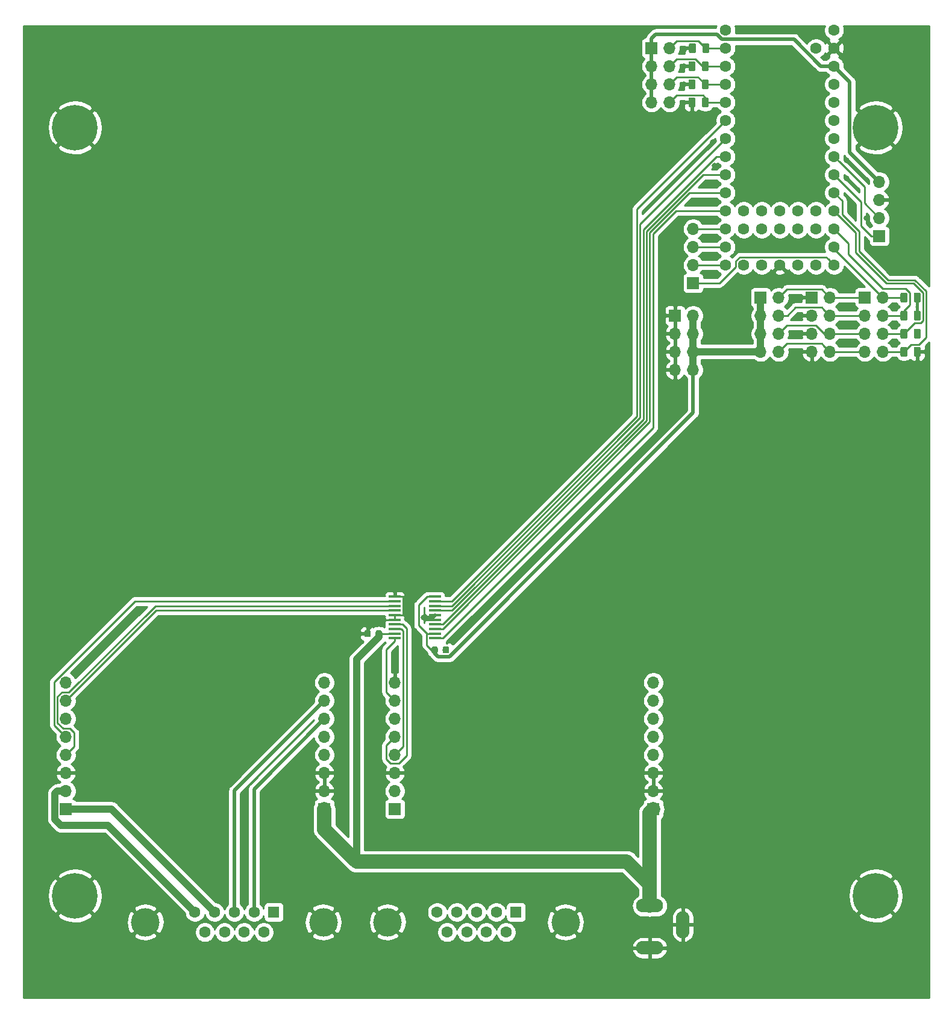
<source format=gbr>
G04 #@! TF.GenerationSoftware,KiCad,Pcbnew,(5.1.5)-3*
G04 #@! TF.CreationDate,2020-06-18T11:51:04-04:00*
G04 #@! TF.ProjectId,mtd415te,6d746434-3135-4746-952e-6b696361645f,rev?*
G04 #@! TF.SameCoordinates,Original*
G04 #@! TF.FileFunction,Copper,L1,Top*
G04 #@! TF.FilePolarity,Positive*
%FSLAX46Y46*%
G04 Gerber Fmt 4.6, Leading zero omitted, Abs format (unit mm)*
G04 Created by KiCad (PCBNEW (5.1.5)-3) date 2020-06-18 11:51:04*
%MOMM*%
%LPD*%
G04 APERTURE LIST*
%ADD10R,1.700000X1.700000*%
%ADD11O,1.700000X1.700000*%
%ADD12O,3.800000X1.900000*%
%ADD13O,1.900000X3.800000*%
%ADD14C,0.100000*%
%ADD15C,1.600000*%
%ADD16R,1.676400X0.355600*%
%ADD17C,4.000000*%
%ADD18R,1.600000X1.600000*%
%ADD19C,0.800000*%
%ADD20C,6.400000*%
%ADD21C,2.000000*%
%ADD22C,0.250000*%
%ADD23C,1.000000*%
%ADD24C,0.500000*%
%ADD25C,0.254000*%
G04 APERTURE END LIST*
D10*
X132588000Y-67818000D03*
D11*
X135128000Y-67818000D03*
X132588000Y-70358000D03*
X135128000Y-70358000D03*
X132588000Y-72898000D03*
X135128000Y-72898000D03*
X132588000Y-75438000D03*
X135128000Y-75438000D03*
D12*
X129032000Y-150736000D03*
X129032000Y-156666000D03*
D13*
X133682000Y-153416000D03*
G04 #@! TA.AperFunction,SMDPad,CuDef*
D14*
G36*
X165016642Y-64579174D02*
G01*
X165040303Y-64582684D01*
X165063507Y-64588496D01*
X165086029Y-64596554D01*
X165107653Y-64606782D01*
X165128170Y-64619079D01*
X165147383Y-64633329D01*
X165165107Y-64649393D01*
X165181171Y-64667117D01*
X165195421Y-64686330D01*
X165207718Y-64706847D01*
X165217946Y-64728471D01*
X165226004Y-64750993D01*
X165231816Y-64774197D01*
X165235326Y-64797858D01*
X165236500Y-64821750D01*
X165236500Y-65734250D01*
X165235326Y-65758142D01*
X165231816Y-65781803D01*
X165226004Y-65805007D01*
X165217946Y-65827529D01*
X165207718Y-65849153D01*
X165195421Y-65869670D01*
X165181171Y-65888883D01*
X165165107Y-65906607D01*
X165147383Y-65922671D01*
X165128170Y-65936921D01*
X165107653Y-65949218D01*
X165086029Y-65959446D01*
X165063507Y-65967504D01*
X165040303Y-65973316D01*
X165016642Y-65976826D01*
X164992750Y-65978000D01*
X164505250Y-65978000D01*
X164481358Y-65976826D01*
X164457697Y-65973316D01*
X164434493Y-65967504D01*
X164411971Y-65959446D01*
X164390347Y-65949218D01*
X164369830Y-65936921D01*
X164350617Y-65922671D01*
X164332893Y-65906607D01*
X164316829Y-65888883D01*
X164302579Y-65869670D01*
X164290282Y-65849153D01*
X164280054Y-65827529D01*
X164271996Y-65805007D01*
X164266184Y-65781803D01*
X164262674Y-65758142D01*
X164261500Y-65734250D01*
X164261500Y-64821750D01*
X164262674Y-64797858D01*
X164266184Y-64774197D01*
X164271996Y-64750993D01*
X164280054Y-64728471D01*
X164290282Y-64706847D01*
X164302579Y-64686330D01*
X164316829Y-64667117D01*
X164332893Y-64649393D01*
X164350617Y-64633329D01*
X164369830Y-64619079D01*
X164390347Y-64606782D01*
X164411971Y-64596554D01*
X164434493Y-64588496D01*
X164457697Y-64582684D01*
X164481358Y-64579174D01*
X164505250Y-64578000D01*
X164992750Y-64578000D01*
X165016642Y-64579174D01*
G37*
G04 #@! TD.AperFunction*
G04 #@! TA.AperFunction,SMDPad,CuDef*
G36*
X166891642Y-64579174D02*
G01*
X166915303Y-64582684D01*
X166938507Y-64588496D01*
X166961029Y-64596554D01*
X166982653Y-64606782D01*
X167003170Y-64619079D01*
X167022383Y-64633329D01*
X167040107Y-64649393D01*
X167056171Y-64667117D01*
X167070421Y-64686330D01*
X167082718Y-64706847D01*
X167092946Y-64728471D01*
X167101004Y-64750993D01*
X167106816Y-64774197D01*
X167110326Y-64797858D01*
X167111500Y-64821750D01*
X167111500Y-65734250D01*
X167110326Y-65758142D01*
X167106816Y-65781803D01*
X167101004Y-65805007D01*
X167092946Y-65827529D01*
X167082718Y-65849153D01*
X167070421Y-65869670D01*
X167056171Y-65888883D01*
X167040107Y-65906607D01*
X167022383Y-65922671D01*
X167003170Y-65936921D01*
X166982653Y-65949218D01*
X166961029Y-65959446D01*
X166938507Y-65967504D01*
X166915303Y-65973316D01*
X166891642Y-65976826D01*
X166867750Y-65978000D01*
X166380250Y-65978000D01*
X166356358Y-65976826D01*
X166332697Y-65973316D01*
X166309493Y-65967504D01*
X166286971Y-65959446D01*
X166265347Y-65949218D01*
X166244830Y-65936921D01*
X166225617Y-65922671D01*
X166207893Y-65906607D01*
X166191829Y-65888883D01*
X166177579Y-65869670D01*
X166165282Y-65849153D01*
X166155054Y-65827529D01*
X166146996Y-65805007D01*
X166141184Y-65781803D01*
X166137674Y-65758142D01*
X166136500Y-65734250D01*
X166136500Y-64821750D01*
X166137674Y-64797858D01*
X166141184Y-64774197D01*
X166146996Y-64750993D01*
X166155054Y-64728471D01*
X166165282Y-64706847D01*
X166177579Y-64686330D01*
X166191829Y-64667117D01*
X166207893Y-64649393D01*
X166225617Y-64633329D01*
X166244830Y-64619079D01*
X166265347Y-64606782D01*
X166286971Y-64596554D01*
X166309493Y-64588496D01*
X166332697Y-64582684D01*
X166356358Y-64579174D01*
X166380250Y-64578000D01*
X166867750Y-64578000D01*
X166891642Y-64579174D01*
G37*
G04 #@! TD.AperFunction*
G04 #@! TA.AperFunction,SMDPad,CuDef*
G36*
X165016642Y-72199174D02*
G01*
X165040303Y-72202684D01*
X165063507Y-72208496D01*
X165086029Y-72216554D01*
X165107653Y-72226782D01*
X165128170Y-72239079D01*
X165147383Y-72253329D01*
X165165107Y-72269393D01*
X165181171Y-72287117D01*
X165195421Y-72306330D01*
X165207718Y-72326847D01*
X165217946Y-72348471D01*
X165226004Y-72370993D01*
X165231816Y-72394197D01*
X165235326Y-72417858D01*
X165236500Y-72441750D01*
X165236500Y-73354250D01*
X165235326Y-73378142D01*
X165231816Y-73401803D01*
X165226004Y-73425007D01*
X165217946Y-73447529D01*
X165207718Y-73469153D01*
X165195421Y-73489670D01*
X165181171Y-73508883D01*
X165165107Y-73526607D01*
X165147383Y-73542671D01*
X165128170Y-73556921D01*
X165107653Y-73569218D01*
X165086029Y-73579446D01*
X165063507Y-73587504D01*
X165040303Y-73593316D01*
X165016642Y-73596826D01*
X164992750Y-73598000D01*
X164505250Y-73598000D01*
X164481358Y-73596826D01*
X164457697Y-73593316D01*
X164434493Y-73587504D01*
X164411971Y-73579446D01*
X164390347Y-73569218D01*
X164369830Y-73556921D01*
X164350617Y-73542671D01*
X164332893Y-73526607D01*
X164316829Y-73508883D01*
X164302579Y-73489670D01*
X164290282Y-73469153D01*
X164280054Y-73447529D01*
X164271996Y-73425007D01*
X164266184Y-73401803D01*
X164262674Y-73378142D01*
X164261500Y-73354250D01*
X164261500Y-72441750D01*
X164262674Y-72417858D01*
X164266184Y-72394197D01*
X164271996Y-72370993D01*
X164280054Y-72348471D01*
X164290282Y-72326847D01*
X164302579Y-72306330D01*
X164316829Y-72287117D01*
X164332893Y-72269393D01*
X164350617Y-72253329D01*
X164369830Y-72239079D01*
X164390347Y-72226782D01*
X164411971Y-72216554D01*
X164434493Y-72208496D01*
X164457697Y-72202684D01*
X164481358Y-72199174D01*
X164505250Y-72198000D01*
X164992750Y-72198000D01*
X165016642Y-72199174D01*
G37*
G04 #@! TD.AperFunction*
G04 #@! TA.AperFunction,SMDPad,CuDef*
G36*
X166891642Y-72199174D02*
G01*
X166915303Y-72202684D01*
X166938507Y-72208496D01*
X166961029Y-72216554D01*
X166982653Y-72226782D01*
X167003170Y-72239079D01*
X167022383Y-72253329D01*
X167040107Y-72269393D01*
X167056171Y-72287117D01*
X167070421Y-72306330D01*
X167082718Y-72326847D01*
X167092946Y-72348471D01*
X167101004Y-72370993D01*
X167106816Y-72394197D01*
X167110326Y-72417858D01*
X167111500Y-72441750D01*
X167111500Y-73354250D01*
X167110326Y-73378142D01*
X167106816Y-73401803D01*
X167101004Y-73425007D01*
X167092946Y-73447529D01*
X167082718Y-73469153D01*
X167070421Y-73489670D01*
X167056171Y-73508883D01*
X167040107Y-73526607D01*
X167022383Y-73542671D01*
X167003170Y-73556921D01*
X166982653Y-73569218D01*
X166961029Y-73579446D01*
X166938507Y-73587504D01*
X166915303Y-73593316D01*
X166891642Y-73596826D01*
X166867750Y-73598000D01*
X166380250Y-73598000D01*
X166356358Y-73596826D01*
X166332697Y-73593316D01*
X166309493Y-73587504D01*
X166286971Y-73579446D01*
X166265347Y-73569218D01*
X166244830Y-73556921D01*
X166225617Y-73542671D01*
X166207893Y-73526607D01*
X166191829Y-73508883D01*
X166177579Y-73489670D01*
X166165282Y-73469153D01*
X166155054Y-73447529D01*
X166146996Y-73425007D01*
X166141184Y-73401803D01*
X166137674Y-73378142D01*
X166136500Y-73354250D01*
X166136500Y-72441750D01*
X166137674Y-72417858D01*
X166141184Y-72394197D01*
X166146996Y-72370993D01*
X166155054Y-72348471D01*
X166165282Y-72326847D01*
X166177579Y-72306330D01*
X166191829Y-72287117D01*
X166207893Y-72269393D01*
X166225617Y-72253329D01*
X166244830Y-72239079D01*
X166265347Y-72226782D01*
X166286971Y-72216554D01*
X166309493Y-72208496D01*
X166332697Y-72202684D01*
X166356358Y-72199174D01*
X166380250Y-72198000D01*
X166867750Y-72198000D01*
X166891642Y-72199174D01*
G37*
G04 #@! TD.AperFunction*
G04 #@! TA.AperFunction,SMDPad,CuDef*
G36*
X165016642Y-67119174D02*
G01*
X165040303Y-67122684D01*
X165063507Y-67128496D01*
X165086029Y-67136554D01*
X165107653Y-67146782D01*
X165128170Y-67159079D01*
X165147383Y-67173329D01*
X165165107Y-67189393D01*
X165181171Y-67207117D01*
X165195421Y-67226330D01*
X165207718Y-67246847D01*
X165217946Y-67268471D01*
X165226004Y-67290993D01*
X165231816Y-67314197D01*
X165235326Y-67337858D01*
X165236500Y-67361750D01*
X165236500Y-68274250D01*
X165235326Y-68298142D01*
X165231816Y-68321803D01*
X165226004Y-68345007D01*
X165217946Y-68367529D01*
X165207718Y-68389153D01*
X165195421Y-68409670D01*
X165181171Y-68428883D01*
X165165107Y-68446607D01*
X165147383Y-68462671D01*
X165128170Y-68476921D01*
X165107653Y-68489218D01*
X165086029Y-68499446D01*
X165063507Y-68507504D01*
X165040303Y-68513316D01*
X165016642Y-68516826D01*
X164992750Y-68518000D01*
X164505250Y-68518000D01*
X164481358Y-68516826D01*
X164457697Y-68513316D01*
X164434493Y-68507504D01*
X164411971Y-68499446D01*
X164390347Y-68489218D01*
X164369830Y-68476921D01*
X164350617Y-68462671D01*
X164332893Y-68446607D01*
X164316829Y-68428883D01*
X164302579Y-68409670D01*
X164290282Y-68389153D01*
X164280054Y-68367529D01*
X164271996Y-68345007D01*
X164266184Y-68321803D01*
X164262674Y-68298142D01*
X164261500Y-68274250D01*
X164261500Y-67361750D01*
X164262674Y-67337858D01*
X164266184Y-67314197D01*
X164271996Y-67290993D01*
X164280054Y-67268471D01*
X164290282Y-67246847D01*
X164302579Y-67226330D01*
X164316829Y-67207117D01*
X164332893Y-67189393D01*
X164350617Y-67173329D01*
X164369830Y-67159079D01*
X164390347Y-67146782D01*
X164411971Y-67136554D01*
X164434493Y-67128496D01*
X164457697Y-67122684D01*
X164481358Y-67119174D01*
X164505250Y-67118000D01*
X164992750Y-67118000D01*
X165016642Y-67119174D01*
G37*
G04 #@! TD.AperFunction*
G04 #@! TA.AperFunction,SMDPad,CuDef*
G36*
X166891642Y-67119174D02*
G01*
X166915303Y-67122684D01*
X166938507Y-67128496D01*
X166961029Y-67136554D01*
X166982653Y-67146782D01*
X167003170Y-67159079D01*
X167022383Y-67173329D01*
X167040107Y-67189393D01*
X167056171Y-67207117D01*
X167070421Y-67226330D01*
X167082718Y-67246847D01*
X167092946Y-67268471D01*
X167101004Y-67290993D01*
X167106816Y-67314197D01*
X167110326Y-67337858D01*
X167111500Y-67361750D01*
X167111500Y-68274250D01*
X167110326Y-68298142D01*
X167106816Y-68321803D01*
X167101004Y-68345007D01*
X167092946Y-68367529D01*
X167082718Y-68389153D01*
X167070421Y-68409670D01*
X167056171Y-68428883D01*
X167040107Y-68446607D01*
X167022383Y-68462671D01*
X167003170Y-68476921D01*
X166982653Y-68489218D01*
X166961029Y-68499446D01*
X166938507Y-68507504D01*
X166915303Y-68513316D01*
X166891642Y-68516826D01*
X166867750Y-68518000D01*
X166380250Y-68518000D01*
X166356358Y-68516826D01*
X166332697Y-68513316D01*
X166309493Y-68507504D01*
X166286971Y-68499446D01*
X166265347Y-68489218D01*
X166244830Y-68476921D01*
X166225617Y-68462671D01*
X166207893Y-68446607D01*
X166191829Y-68428883D01*
X166177579Y-68409670D01*
X166165282Y-68389153D01*
X166155054Y-68367529D01*
X166146996Y-68345007D01*
X166141184Y-68321803D01*
X166137674Y-68298142D01*
X166136500Y-68274250D01*
X166136500Y-67361750D01*
X166137674Y-67337858D01*
X166141184Y-67314197D01*
X166146996Y-67290993D01*
X166155054Y-67268471D01*
X166165282Y-67246847D01*
X166177579Y-67226330D01*
X166191829Y-67207117D01*
X166207893Y-67189393D01*
X166225617Y-67173329D01*
X166244830Y-67159079D01*
X166265347Y-67146782D01*
X166286971Y-67136554D01*
X166309493Y-67128496D01*
X166332697Y-67122684D01*
X166356358Y-67119174D01*
X166380250Y-67118000D01*
X166867750Y-67118000D01*
X166891642Y-67119174D01*
G37*
G04 #@! TD.AperFunction*
G04 #@! TA.AperFunction,SMDPad,CuDef*
G36*
X165016642Y-69659174D02*
G01*
X165040303Y-69662684D01*
X165063507Y-69668496D01*
X165086029Y-69676554D01*
X165107653Y-69686782D01*
X165128170Y-69699079D01*
X165147383Y-69713329D01*
X165165107Y-69729393D01*
X165181171Y-69747117D01*
X165195421Y-69766330D01*
X165207718Y-69786847D01*
X165217946Y-69808471D01*
X165226004Y-69830993D01*
X165231816Y-69854197D01*
X165235326Y-69877858D01*
X165236500Y-69901750D01*
X165236500Y-70814250D01*
X165235326Y-70838142D01*
X165231816Y-70861803D01*
X165226004Y-70885007D01*
X165217946Y-70907529D01*
X165207718Y-70929153D01*
X165195421Y-70949670D01*
X165181171Y-70968883D01*
X165165107Y-70986607D01*
X165147383Y-71002671D01*
X165128170Y-71016921D01*
X165107653Y-71029218D01*
X165086029Y-71039446D01*
X165063507Y-71047504D01*
X165040303Y-71053316D01*
X165016642Y-71056826D01*
X164992750Y-71058000D01*
X164505250Y-71058000D01*
X164481358Y-71056826D01*
X164457697Y-71053316D01*
X164434493Y-71047504D01*
X164411971Y-71039446D01*
X164390347Y-71029218D01*
X164369830Y-71016921D01*
X164350617Y-71002671D01*
X164332893Y-70986607D01*
X164316829Y-70968883D01*
X164302579Y-70949670D01*
X164290282Y-70929153D01*
X164280054Y-70907529D01*
X164271996Y-70885007D01*
X164266184Y-70861803D01*
X164262674Y-70838142D01*
X164261500Y-70814250D01*
X164261500Y-69901750D01*
X164262674Y-69877858D01*
X164266184Y-69854197D01*
X164271996Y-69830993D01*
X164280054Y-69808471D01*
X164290282Y-69786847D01*
X164302579Y-69766330D01*
X164316829Y-69747117D01*
X164332893Y-69729393D01*
X164350617Y-69713329D01*
X164369830Y-69699079D01*
X164390347Y-69686782D01*
X164411971Y-69676554D01*
X164434493Y-69668496D01*
X164457697Y-69662684D01*
X164481358Y-69659174D01*
X164505250Y-69658000D01*
X164992750Y-69658000D01*
X165016642Y-69659174D01*
G37*
G04 #@! TD.AperFunction*
G04 #@! TA.AperFunction,SMDPad,CuDef*
G36*
X166891642Y-69659174D02*
G01*
X166915303Y-69662684D01*
X166938507Y-69668496D01*
X166961029Y-69676554D01*
X166982653Y-69686782D01*
X167003170Y-69699079D01*
X167022383Y-69713329D01*
X167040107Y-69729393D01*
X167056171Y-69747117D01*
X167070421Y-69766330D01*
X167082718Y-69786847D01*
X167092946Y-69808471D01*
X167101004Y-69830993D01*
X167106816Y-69854197D01*
X167110326Y-69877858D01*
X167111500Y-69901750D01*
X167111500Y-70814250D01*
X167110326Y-70838142D01*
X167106816Y-70861803D01*
X167101004Y-70885007D01*
X167092946Y-70907529D01*
X167082718Y-70929153D01*
X167070421Y-70949670D01*
X167056171Y-70968883D01*
X167040107Y-70986607D01*
X167022383Y-71002671D01*
X167003170Y-71016921D01*
X166982653Y-71029218D01*
X166961029Y-71039446D01*
X166938507Y-71047504D01*
X166915303Y-71053316D01*
X166891642Y-71056826D01*
X166867750Y-71058000D01*
X166380250Y-71058000D01*
X166356358Y-71056826D01*
X166332697Y-71053316D01*
X166309493Y-71047504D01*
X166286971Y-71039446D01*
X166265347Y-71029218D01*
X166244830Y-71016921D01*
X166225617Y-71002671D01*
X166207893Y-70986607D01*
X166191829Y-70968883D01*
X166177579Y-70949670D01*
X166165282Y-70929153D01*
X166155054Y-70907529D01*
X166146996Y-70885007D01*
X166141184Y-70861803D01*
X166137674Y-70838142D01*
X166136500Y-70814250D01*
X166136500Y-69901750D01*
X166137674Y-69877858D01*
X166141184Y-69854197D01*
X166146996Y-69830993D01*
X166155054Y-69808471D01*
X166165282Y-69786847D01*
X166177579Y-69766330D01*
X166191829Y-69747117D01*
X166207893Y-69729393D01*
X166225617Y-69713329D01*
X166244830Y-69699079D01*
X166265347Y-69686782D01*
X166286971Y-69676554D01*
X166309493Y-69668496D01*
X166332697Y-69662684D01*
X166356358Y-69659174D01*
X166380250Y-69658000D01*
X166867750Y-69658000D01*
X166891642Y-69659174D01*
G37*
G04 #@! TD.AperFunction*
D10*
X151814000Y-65278000D03*
D11*
X154354000Y-65278000D03*
X151814000Y-67818000D03*
X154354000Y-67818000D03*
X151814000Y-70358000D03*
X154354000Y-70358000D03*
X151814000Y-72898000D03*
X154354000Y-72898000D03*
D10*
X144614000Y-65278000D03*
D11*
X147154000Y-65278000D03*
X144614000Y-67818000D03*
X147154000Y-67818000D03*
X144614000Y-70358000D03*
X147154000Y-70358000D03*
X144614000Y-72898000D03*
X147154000Y-72898000D03*
D10*
X159258000Y-65278000D03*
D11*
X161798000Y-65278000D03*
X159258000Y-67818000D03*
X161798000Y-67818000D03*
X159258000Y-70358000D03*
X161798000Y-70358000D03*
X159258000Y-72898000D03*
X161798000Y-72898000D03*
D10*
X135128000Y-63246000D03*
D11*
X135128000Y-60706000D03*
X135128000Y-58166000D03*
X135128000Y-55626000D03*
D10*
X129286000Y-30226000D03*
D11*
X131826000Y-30226000D03*
X129286000Y-32766000D03*
X131826000Y-32766000D03*
X129286000Y-35306000D03*
X131826000Y-35306000D03*
X129286000Y-37846000D03*
X131826000Y-37846000D03*
G04 #@! TA.AperFunction,SMDPad,CuDef*
D14*
G36*
X137095142Y-37147174D02*
G01*
X137118803Y-37150684D01*
X137142007Y-37156496D01*
X137164529Y-37164554D01*
X137186153Y-37174782D01*
X137206670Y-37187079D01*
X137225883Y-37201329D01*
X137243607Y-37217393D01*
X137259671Y-37235117D01*
X137273921Y-37254330D01*
X137286218Y-37274847D01*
X137296446Y-37296471D01*
X137304504Y-37318993D01*
X137310316Y-37342197D01*
X137313826Y-37365858D01*
X137315000Y-37389750D01*
X137315000Y-38302250D01*
X137313826Y-38326142D01*
X137310316Y-38349803D01*
X137304504Y-38373007D01*
X137296446Y-38395529D01*
X137286218Y-38417153D01*
X137273921Y-38437670D01*
X137259671Y-38456883D01*
X137243607Y-38474607D01*
X137225883Y-38490671D01*
X137206670Y-38504921D01*
X137186153Y-38517218D01*
X137164529Y-38527446D01*
X137142007Y-38535504D01*
X137118803Y-38541316D01*
X137095142Y-38544826D01*
X137071250Y-38546000D01*
X136583750Y-38546000D01*
X136559858Y-38544826D01*
X136536197Y-38541316D01*
X136512993Y-38535504D01*
X136490471Y-38527446D01*
X136468847Y-38517218D01*
X136448330Y-38504921D01*
X136429117Y-38490671D01*
X136411393Y-38474607D01*
X136395329Y-38456883D01*
X136381079Y-38437670D01*
X136368782Y-38417153D01*
X136358554Y-38395529D01*
X136350496Y-38373007D01*
X136344684Y-38349803D01*
X136341174Y-38326142D01*
X136340000Y-38302250D01*
X136340000Y-37389750D01*
X136341174Y-37365858D01*
X136344684Y-37342197D01*
X136350496Y-37318993D01*
X136358554Y-37296471D01*
X136368782Y-37274847D01*
X136381079Y-37254330D01*
X136395329Y-37235117D01*
X136411393Y-37217393D01*
X136429117Y-37201329D01*
X136448330Y-37187079D01*
X136468847Y-37174782D01*
X136490471Y-37164554D01*
X136512993Y-37156496D01*
X136536197Y-37150684D01*
X136559858Y-37147174D01*
X136583750Y-37146000D01*
X137071250Y-37146000D01*
X137095142Y-37147174D01*
G37*
G04 #@! TD.AperFunction*
G04 #@! TA.AperFunction,SMDPad,CuDef*
G36*
X135220142Y-37147174D02*
G01*
X135243803Y-37150684D01*
X135267007Y-37156496D01*
X135289529Y-37164554D01*
X135311153Y-37174782D01*
X135331670Y-37187079D01*
X135350883Y-37201329D01*
X135368607Y-37217393D01*
X135384671Y-37235117D01*
X135398921Y-37254330D01*
X135411218Y-37274847D01*
X135421446Y-37296471D01*
X135429504Y-37318993D01*
X135435316Y-37342197D01*
X135438826Y-37365858D01*
X135440000Y-37389750D01*
X135440000Y-38302250D01*
X135438826Y-38326142D01*
X135435316Y-38349803D01*
X135429504Y-38373007D01*
X135421446Y-38395529D01*
X135411218Y-38417153D01*
X135398921Y-38437670D01*
X135384671Y-38456883D01*
X135368607Y-38474607D01*
X135350883Y-38490671D01*
X135331670Y-38504921D01*
X135311153Y-38517218D01*
X135289529Y-38527446D01*
X135267007Y-38535504D01*
X135243803Y-38541316D01*
X135220142Y-38544826D01*
X135196250Y-38546000D01*
X134708750Y-38546000D01*
X134684858Y-38544826D01*
X134661197Y-38541316D01*
X134637993Y-38535504D01*
X134615471Y-38527446D01*
X134593847Y-38517218D01*
X134573330Y-38504921D01*
X134554117Y-38490671D01*
X134536393Y-38474607D01*
X134520329Y-38456883D01*
X134506079Y-38437670D01*
X134493782Y-38417153D01*
X134483554Y-38395529D01*
X134475496Y-38373007D01*
X134469684Y-38349803D01*
X134466174Y-38326142D01*
X134465000Y-38302250D01*
X134465000Y-37389750D01*
X134466174Y-37365858D01*
X134469684Y-37342197D01*
X134475496Y-37318993D01*
X134483554Y-37296471D01*
X134493782Y-37274847D01*
X134506079Y-37254330D01*
X134520329Y-37235117D01*
X134536393Y-37217393D01*
X134554117Y-37201329D01*
X134573330Y-37187079D01*
X134593847Y-37174782D01*
X134615471Y-37164554D01*
X134637993Y-37156496D01*
X134661197Y-37150684D01*
X134684858Y-37147174D01*
X134708750Y-37146000D01*
X135196250Y-37146000D01*
X135220142Y-37147174D01*
G37*
G04 #@! TD.AperFunction*
G04 #@! TA.AperFunction,SMDPad,CuDef*
G36*
X137095142Y-32067174D02*
G01*
X137118803Y-32070684D01*
X137142007Y-32076496D01*
X137164529Y-32084554D01*
X137186153Y-32094782D01*
X137206670Y-32107079D01*
X137225883Y-32121329D01*
X137243607Y-32137393D01*
X137259671Y-32155117D01*
X137273921Y-32174330D01*
X137286218Y-32194847D01*
X137296446Y-32216471D01*
X137304504Y-32238993D01*
X137310316Y-32262197D01*
X137313826Y-32285858D01*
X137315000Y-32309750D01*
X137315000Y-33222250D01*
X137313826Y-33246142D01*
X137310316Y-33269803D01*
X137304504Y-33293007D01*
X137296446Y-33315529D01*
X137286218Y-33337153D01*
X137273921Y-33357670D01*
X137259671Y-33376883D01*
X137243607Y-33394607D01*
X137225883Y-33410671D01*
X137206670Y-33424921D01*
X137186153Y-33437218D01*
X137164529Y-33447446D01*
X137142007Y-33455504D01*
X137118803Y-33461316D01*
X137095142Y-33464826D01*
X137071250Y-33466000D01*
X136583750Y-33466000D01*
X136559858Y-33464826D01*
X136536197Y-33461316D01*
X136512993Y-33455504D01*
X136490471Y-33447446D01*
X136468847Y-33437218D01*
X136448330Y-33424921D01*
X136429117Y-33410671D01*
X136411393Y-33394607D01*
X136395329Y-33376883D01*
X136381079Y-33357670D01*
X136368782Y-33337153D01*
X136358554Y-33315529D01*
X136350496Y-33293007D01*
X136344684Y-33269803D01*
X136341174Y-33246142D01*
X136340000Y-33222250D01*
X136340000Y-32309750D01*
X136341174Y-32285858D01*
X136344684Y-32262197D01*
X136350496Y-32238993D01*
X136358554Y-32216471D01*
X136368782Y-32194847D01*
X136381079Y-32174330D01*
X136395329Y-32155117D01*
X136411393Y-32137393D01*
X136429117Y-32121329D01*
X136448330Y-32107079D01*
X136468847Y-32094782D01*
X136490471Y-32084554D01*
X136512993Y-32076496D01*
X136536197Y-32070684D01*
X136559858Y-32067174D01*
X136583750Y-32066000D01*
X137071250Y-32066000D01*
X137095142Y-32067174D01*
G37*
G04 #@! TD.AperFunction*
G04 #@! TA.AperFunction,SMDPad,CuDef*
G36*
X135220142Y-32067174D02*
G01*
X135243803Y-32070684D01*
X135267007Y-32076496D01*
X135289529Y-32084554D01*
X135311153Y-32094782D01*
X135331670Y-32107079D01*
X135350883Y-32121329D01*
X135368607Y-32137393D01*
X135384671Y-32155117D01*
X135398921Y-32174330D01*
X135411218Y-32194847D01*
X135421446Y-32216471D01*
X135429504Y-32238993D01*
X135435316Y-32262197D01*
X135438826Y-32285858D01*
X135440000Y-32309750D01*
X135440000Y-33222250D01*
X135438826Y-33246142D01*
X135435316Y-33269803D01*
X135429504Y-33293007D01*
X135421446Y-33315529D01*
X135411218Y-33337153D01*
X135398921Y-33357670D01*
X135384671Y-33376883D01*
X135368607Y-33394607D01*
X135350883Y-33410671D01*
X135331670Y-33424921D01*
X135311153Y-33437218D01*
X135289529Y-33447446D01*
X135267007Y-33455504D01*
X135243803Y-33461316D01*
X135220142Y-33464826D01*
X135196250Y-33466000D01*
X134708750Y-33466000D01*
X134684858Y-33464826D01*
X134661197Y-33461316D01*
X134637993Y-33455504D01*
X134615471Y-33447446D01*
X134593847Y-33437218D01*
X134573330Y-33424921D01*
X134554117Y-33410671D01*
X134536393Y-33394607D01*
X134520329Y-33376883D01*
X134506079Y-33357670D01*
X134493782Y-33337153D01*
X134483554Y-33315529D01*
X134475496Y-33293007D01*
X134469684Y-33269803D01*
X134466174Y-33246142D01*
X134465000Y-33222250D01*
X134465000Y-32309750D01*
X134466174Y-32285858D01*
X134469684Y-32262197D01*
X134475496Y-32238993D01*
X134483554Y-32216471D01*
X134493782Y-32194847D01*
X134506079Y-32174330D01*
X134520329Y-32155117D01*
X134536393Y-32137393D01*
X134554117Y-32121329D01*
X134573330Y-32107079D01*
X134593847Y-32094782D01*
X134615471Y-32084554D01*
X134637993Y-32076496D01*
X134661197Y-32070684D01*
X134684858Y-32067174D01*
X134708750Y-32066000D01*
X135196250Y-32066000D01*
X135220142Y-32067174D01*
G37*
G04 #@! TD.AperFunction*
G04 #@! TA.AperFunction,SMDPad,CuDef*
G36*
X135298642Y-29527174D02*
G01*
X135322303Y-29530684D01*
X135345507Y-29536496D01*
X135368029Y-29544554D01*
X135389653Y-29554782D01*
X135410170Y-29567079D01*
X135429383Y-29581329D01*
X135447107Y-29597393D01*
X135463171Y-29615117D01*
X135477421Y-29634330D01*
X135489718Y-29654847D01*
X135499946Y-29676471D01*
X135508004Y-29698993D01*
X135513816Y-29722197D01*
X135517326Y-29745858D01*
X135518500Y-29769750D01*
X135518500Y-30682250D01*
X135517326Y-30706142D01*
X135513816Y-30729803D01*
X135508004Y-30753007D01*
X135499946Y-30775529D01*
X135489718Y-30797153D01*
X135477421Y-30817670D01*
X135463171Y-30836883D01*
X135447107Y-30854607D01*
X135429383Y-30870671D01*
X135410170Y-30884921D01*
X135389653Y-30897218D01*
X135368029Y-30907446D01*
X135345507Y-30915504D01*
X135322303Y-30921316D01*
X135298642Y-30924826D01*
X135274750Y-30926000D01*
X134787250Y-30926000D01*
X134763358Y-30924826D01*
X134739697Y-30921316D01*
X134716493Y-30915504D01*
X134693971Y-30907446D01*
X134672347Y-30897218D01*
X134651830Y-30884921D01*
X134632617Y-30870671D01*
X134614893Y-30854607D01*
X134598829Y-30836883D01*
X134584579Y-30817670D01*
X134572282Y-30797153D01*
X134562054Y-30775529D01*
X134553996Y-30753007D01*
X134548184Y-30729803D01*
X134544674Y-30706142D01*
X134543500Y-30682250D01*
X134543500Y-29769750D01*
X134544674Y-29745858D01*
X134548184Y-29722197D01*
X134553996Y-29698993D01*
X134562054Y-29676471D01*
X134572282Y-29654847D01*
X134584579Y-29634330D01*
X134598829Y-29615117D01*
X134614893Y-29597393D01*
X134632617Y-29581329D01*
X134651830Y-29567079D01*
X134672347Y-29554782D01*
X134693971Y-29544554D01*
X134716493Y-29536496D01*
X134739697Y-29530684D01*
X134763358Y-29527174D01*
X134787250Y-29526000D01*
X135274750Y-29526000D01*
X135298642Y-29527174D01*
G37*
G04 #@! TD.AperFunction*
G04 #@! TA.AperFunction,SMDPad,CuDef*
G36*
X137173642Y-29527174D02*
G01*
X137197303Y-29530684D01*
X137220507Y-29536496D01*
X137243029Y-29544554D01*
X137264653Y-29554782D01*
X137285170Y-29567079D01*
X137304383Y-29581329D01*
X137322107Y-29597393D01*
X137338171Y-29615117D01*
X137352421Y-29634330D01*
X137364718Y-29654847D01*
X137374946Y-29676471D01*
X137383004Y-29698993D01*
X137388816Y-29722197D01*
X137392326Y-29745858D01*
X137393500Y-29769750D01*
X137393500Y-30682250D01*
X137392326Y-30706142D01*
X137388816Y-30729803D01*
X137383004Y-30753007D01*
X137374946Y-30775529D01*
X137364718Y-30797153D01*
X137352421Y-30817670D01*
X137338171Y-30836883D01*
X137322107Y-30854607D01*
X137304383Y-30870671D01*
X137285170Y-30884921D01*
X137264653Y-30897218D01*
X137243029Y-30907446D01*
X137220507Y-30915504D01*
X137197303Y-30921316D01*
X137173642Y-30924826D01*
X137149750Y-30926000D01*
X136662250Y-30926000D01*
X136638358Y-30924826D01*
X136614697Y-30921316D01*
X136591493Y-30915504D01*
X136568971Y-30907446D01*
X136547347Y-30897218D01*
X136526830Y-30884921D01*
X136507617Y-30870671D01*
X136489893Y-30854607D01*
X136473829Y-30836883D01*
X136459579Y-30817670D01*
X136447282Y-30797153D01*
X136437054Y-30775529D01*
X136428996Y-30753007D01*
X136423184Y-30729803D01*
X136419674Y-30706142D01*
X136418500Y-30682250D01*
X136418500Y-29769750D01*
X136419674Y-29745858D01*
X136423184Y-29722197D01*
X136428996Y-29698993D01*
X136437054Y-29676471D01*
X136447282Y-29654847D01*
X136459579Y-29634330D01*
X136473829Y-29615117D01*
X136489893Y-29597393D01*
X136507617Y-29581329D01*
X136526830Y-29567079D01*
X136547347Y-29554782D01*
X136568971Y-29544554D01*
X136591493Y-29536496D01*
X136614697Y-29530684D01*
X136638358Y-29527174D01*
X136662250Y-29526000D01*
X137149750Y-29526000D01*
X137173642Y-29527174D01*
G37*
G04 #@! TD.AperFunction*
G04 #@! TA.AperFunction,SMDPad,CuDef*
G36*
X137095142Y-34607174D02*
G01*
X137118803Y-34610684D01*
X137142007Y-34616496D01*
X137164529Y-34624554D01*
X137186153Y-34634782D01*
X137206670Y-34647079D01*
X137225883Y-34661329D01*
X137243607Y-34677393D01*
X137259671Y-34695117D01*
X137273921Y-34714330D01*
X137286218Y-34734847D01*
X137296446Y-34756471D01*
X137304504Y-34778993D01*
X137310316Y-34802197D01*
X137313826Y-34825858D01*
X137315000Y-34849750D01*
X137315000Y-35762250D01*
X137313826Y-35786142D01*
X137310316Y-35809803D01*
X137304504Y-35833007D01*
X137296446Y-35855529D01*
X137286218Y-35877153D01*
X137273921Y-35897670D01*
X137259671Y-35916883D01*
X137243607Y-35934607D01*
X137225883Y-35950671D01*
X137206670Y-35964921D01*
X137186153Y-35977218D01*
X137164529Y-35987446D01*
X137142007Y-35995504D01*
X137118803Y-36001316D01*
X137095142Y-36004826D01*
X137071250Y-36006000D01*
X136583750Y-36006000D01*
X136559858Y-36004826D01*
X136536197Y-36001316D01*
X136512993Y-35995504D01*
X136490471Y-35987446D01*
X136468847Y-35977218D01*
X136448330Y-35964921D01*
X136429117Y-35950671D01*
X136411393Y-35934607D01*
X136395329Y-35916883D01*
X136381079Y-35897670D01*
X136368782Y-35877153D01*
X136358554Y-35855529D01*
X136350496Y-35833007D01*
X136344684Y-35809803D01*
X136341174Y-35786142D01*
X136340000Y-35762250D01*
X136340000Y-34849750D01*
X136341174Y-34825858D01*
X136344684Y-34802197D01*
X136350496Y-34778993D01*
X136358554Y-34756471D01*
X136368782Y-34734847D01*
X136381079Y-34714330D01*
X136395329Y-34695117D01*
X136411393Y-34677393D01*
X136429117Y-34661329D01*
X136448330Y-34647079D01*
X136468847Y-34634782D01*
X136490471Y-34624554D01*
X136512993Y-34616496D01*
X136536197Y-34610684D01*
X136559858Y-34607174D01*
X136583750Y-34606000D01*
X137071250Y-34606000D01*
X137095142Y-34607174D01*
G37*
G04 #@! TD.AperFunction*
G04 #@! TA.AperFunction,SMDPad,CuDef*
G36*
X135220142Y-34607174D02*
G01*
X135243803Y-34610684D01*
X135267007Y-34616496D01*
X135289529Y-34624554D01*
X135311153Y-34634782D01*
X135331670Y-34647079D01*
X135350883Y-34661329D01*
X135368607Y-34677393D01*
X135384671Y-34695117D01*
X135398921Y-34714330D01*
X135411218Y-34734847D01*
X135421446Y-34756471D01*
X135429504Y-34778993D01*
X135435316Y-34802197D01*
X135438826Y-34825858D01*
X135440000Y-34849750D01*
X135440000Y-35762250D01*
X135438826Y-35786142D01*
X135435316Y-35809803D01*
X135429504Y-35833007D01*
X135421446Y-35855529D01*
X135411218Y-35877153D01*
X135398921Y-35897670D01*
X135384671Y-35916883D01*
X135368607Y-35934607D01*
X135350883Y-35950671D01*
X135331670Y-35964921D01*
X135311153Y-35977218D01*
X135289529Y-35987446D01*
X135267007Y-35995504D01*
X135243803Y-36001316D01*
X135220142Y-36004826D01*
X135196250Y-36006000D01*
X134708750Y-36006000D01*
X134684858Y-36004826D01*
X134661197Y-36001316D01*
X134637993Y-35995504D01*
X134615471Y-35987446D01*
X134593847Y-35977218D01*
X134573330Y-35964921D01*
X134554117Y-35950671D01*
X134536393Y-35934607D01*
X134520329Y-35916883D01*
X134506079Y-35897670D01*
X134493782Y-35877153D01*
X134483554Y-35855529D01*
X134475496Y-35833007D01*
X134469684Y-35809803D01*
X134466174Y-35786142D01*
X134465000Y-35762250D01*
X134465000Y-34849750D01*
X134466174Y-34825858D01*
X134469684Y-34802197D01*
X134475496Y-34778993D01*
X134483554Y-34756471D01*
X134493782Y-34734847D01*
X134506079Y-34714330D01*
X134520329Y-34695117D01*
X134536393Y-34677393D01*
X134554117Y-34661329D01*
X134573330Y-34647079D01*
X134593847Y-34634782D01*
X134615471Y-34624554D01*
X134637993Y-34616496D01*
X134661197Y-34610684D01*
X134684858Y-34607174D01*
X134708750Y-34606000D01*
X135196250Y-34606000D01*
X135220142Y-34607174D01*
G37*
G04 #@! TD.AperFunction*
D15*
X147320000Y-60706000D03*
X149860000Y-60706000D03*
X152400000Y-60706000D03*
X154940000Y-60706000D03*
X144780000Y-60706000D03*
X142240000Y-60706000D03*
X139700000Y-60706000D03*
X154940000Y-58166000D03*
X154940000Y-55626000D03*
X154940000Y-53086000D03*
X154940000Y-50546000D03*
X154940000Y-48006000D03*
X154940000Y-45466000D03*
X154940000Y-42926000D03*
X154940000Y-40386000D03*
X154940000Y-37846000D03*
X154940000Y-35306000D03*
X154940000Y-32766000D03*
X154940000Y-30226000D03*
X154940000Y-27686000D03*
X152400000Y-30226000D03*
X139700000Y-58166000D03*
X139700000Y-55626000D03*
X139700000Y-53086000D03*
X139700000Y-50546000D03*
X139700000Y-48006000D03*
X139700000Y-45466000D03*
X139700000Y-42926000D03*
X139700000Y-40386000D03*
X139700000Y-37846000D03*
X139700000Y-35306000D03*
X139700000Y-32766000D03*
X139700000Y-30226000D03*
X139700000Y-27686000D03*
X152400000Y-55626000D03*
X152400000Y-53086000D03*
X149860000Y-55626000D03*
X149860000Y-53086000D03*
X147320000Y-55626000D03*
X147320000Y-53086000D03*
X144780000Y-55626000D03*
X144780000Y-53086000D03*
X142240000Y-55626000D03*
X142240000Y-53086000D03*
D16*
X93192600Y-113160998D03*
X93192600Y-112510999D03*
X93192600Y-111860998D03*
X93192600Y-111210999D03*
X93192600Y-110560998D03*
X93192600Y-109910999D03*
X93192600Y-109260998D03*
X93192600Y-108610999D03*
X93192600Y-107960998D03*
X93192600Y-107311000D03*
X98831400Y-107311002D03*
X98831400Y-107961001D03*
X98831400Y-108611002D03*
X98831400Y-109261001D03*
X98831400Y-109911002D03*
X98831400Y-110561001D03*
X98831400Y-111210999D03*
X98831400Y-111861001D03*
X98831400Y-112510999D03*
X98831400Y-113161000D03*
D11*
X46990000Y-119380000D03*
X46990000Y-121920000D03*
X46990000Y-124460000D03*
X46990000Y-127000000D03*
X46990000Y-129540000D03*
X46990000Y-132080000D03*
X46990000Y-134620000D03*
D10*
X46990000Y-137160000D03*
D11*
X83312000Y-119380000D03*
X83312000Y-121920000D03*
X83312000Y-124460000D03*
X83312000Y-127000000D03*
X83312000Y-129540000D03*
X83312000Y-132080000D03*
X83312000Y-134620000D03*
D10*
X83312000Y-137160000D03*
X161290000Y-56642000D03*
D11*
X161290000Y-54102000D03*
X161290000Y-51562000D03*
X161290000Y-49022000D03*
X93218000Y-119380000D03*
X93218000Y-121920000D03*
X93218000Y-124460000D03*
X93218000Y-127000000D03*
X93218000Y-129540000D03*
X93218000Y-132080000D03*
X93218000Y-134620000D03*
D10*
X93218000Y-137160000D03*
D11*
X129540000Y-119380000D03*
X129540000Y-121920000D03*
X129540000Y-124460000D03*
X129540000Y-127000000D03*
X129540000Y-129540000D03*
X129540000Y-132080000D03*
X129540000Y-134620000D03*
D10*
X129540000Y-137160000D03*
G04 #@! TA.AperFunction,SMDPad,CuDef*
D14*
G36*
X91197691Y-112048053D02*
G01*
X91218926Y-112051203D01*
X91239750Y-112056419D01*
X91259962Y-112063651D01*
X91279368Y-112072830D01*
X91297781Y-112083866D01*
X91315024Y-112096654D01*
X91330930Y-112111070D01*
X91345346Y-112126976D01*
X91358134Y-112144219D01*
X91369170Y-112162632D01*
X91378349Y-112182038D01*
X91385581Y-112202250D01*
X91390797Y-112223074D01*
X91393947Y-112244309D01*
X91395000Y-112265750D01*
X91395000Y-112778250D01*
X91393947Y-112799691D01*
X91390797Y-112820926D01*
X91385581Y-112841750D01*
X91378349Y-112861962D01*
X91369170Y-112881368D01*
X91358134Y-112899781D01*
X91345346Y-112917024D01*
X91330930Y-112932930D01*
X91315024Y-112947346D01*
X91297781Y-112960134D01*
X91279368Y-112971170D01*
X91259962Y-112980349D01*
X91239750Y-112987581D01*
X91218926Y-112992797D01*
X91197691Y-112995947D01*
X91176250Y-112997000D01*
X90738750Y-112997000D01*
X90717309Y-112995947D01*
X90696074Y-112992797D01*
X90675250Y-112987581D01*
X90655038Y-112980349D01*
X90635632Y-112971170D01*
X90617219Y-112960134D01*
X90599976Y-112947346D01*
X90584070Y-112932930D01*
X90569654Y-112917024D01*
X90556866Y-112899781D01*
X90545830Y-112881368D01*
X90536651Y-112861962D01*
X90529419Y-112841750D01*
X90524203Y-112820926D01*
X90521053Y-112799691D01*
X90520000Y-112778250D01*
X90520000Y-112265750D01*
X90521053Y-112244309D01*
X90524203Y-112223074D01*
X90529419Y-112202250D01*
X90536651Y-112182038D01*
X90545830Y-112162632D01*
X90556866Y-112144219D01*
X90569654Y-112126976D01*
X90584070Y-112111070D01*
X90599976Y-112096654D01*
X90617219Y-112083866D01*
X90635632Y-112072830D01*
X90655038Y-112063651D01*
X90675250Y-112056419D01*
X90696074Y-112051203D01*
X90717309Y-112048053D01*
X90738750Y-112047000D01*
X91176250Y-112047000D01*
X91197691Y-112048053D01*
G37*
G04 #@! TD.AperFunction*
G04 #@! TA.AperFunction,SMDPad,CuDef*
G36*
X89622691Y-112048053D02*
G01*
X89643926Y-112051203D01*
X89664750Y-112056419D01*
X89684962Y-112063651D01*
X89704368Y-112072830D01*
X89722781Y-112083866D01*
X89740024Y-112096654D01*
X89755930Y-112111070D01*
X89770346Y-112126976D01*
X89783134Y-112144219D01*
X89794170Y-112162632D01*
X89803349Y-112182038D01*
X89810581Y-112202250D01*
X89815797Y-112223074D01*
X89818947Y-112244309D01*
X89820000Y-112265750D01*
X89820000Y-112778250D01*
X89818947Y-112799691D01*
X89815797Y-112820926D01*
X89810581Y-112841750D01*
X89803349Y-112861962D01*
X89794170Y-112881368D01*
X89783134Y-112899781D01*
X89770346Y-112917024D01*
X89755930Y-112932930D01*
X89740024Y-112947346D01*
X89722781Y-112960134D01*
X89704368Y-112971170D01*
X89684962Y-112980349D01*
X89664750Y-112987581D01*
X89643926Y-112992797D01*
X89622691Y-112995947D01*
X89601250Y-112997000D01*
X89163750Y-112997000D01*
X89142309Y-112995947D01*
X89121074Y-112992797D01*
X89100250Y-112987581D01*
X89080038Y-112980349D01*
X89060632Y-112971170D01*
X89042219Y-112960134D01*
X89024976Y-112947346D01*
X89009070Y-112932930D01*
X88994654Y-112917024D01*
X88981866Y-112899781D01*
X88970830Y-112881368D01*
X88961651Y-112861962D01*
X88954419Y-112841750D01*
X88949203Y-112820926D01*
X88946053Y-112799691D01*
X88945000Y-112778250D01*
X88945000Y-112265750D01*
X88946053Y-112244309D01*
X88949203Y-112223074D01*
X88954419Y-112202250D01*
X88961651Y-112182038D01*
X88970830Y-112162632D01*
X88981866Y-112144219D01*
X88994654Y-112126976D01*
X89009070Y-112111070D01*
X89024976Y-112096654D01*
X89042219Y-112083866D01*
X89060632Y-112072830D01*
X89080038Y-112063651D01*
X89100250Y-112056419D01*
X89121074Y-112051203D01*
X89142309Y-112048053D01*
X89163750Y-112047000D01*
X89601250Y-112047000D01*
X89622691Y-112048053D01*
G37*
G04 #@! TD.AperFunction*
G04 #@! TA.AperFunction,SMDPad,CuDef*
G36*
X99046191Y-114334053D02*
G01*
X99067426Y-114337203D01*
X99088250Y-114342419D01*
X99108462Y-114349651D01*
X99127868Y-114358830D01*
X99146281Y-114369866D01*
X99163524Y-114382654D01*
X99179430Y-114397070D01*
X99193846Y-114412976D01*
X99206634Y-114430219D01*
X99217670Y-114448632D01*
X99226849Y-114468038D01*
X99234081Y-114488250D01*
X99239297Y-114509074D01*
X99242447Y-114530309D01*
X99243500Y-114551750D01*
X99243500Y-115064250D01*
X99242447Y-115085691D01*
X99239297Y-115106926D01*
X99234081Y-115127750D01*
X99226849Y-115147962D01*
X99217670Y-115167368D01*
X99206634Y-115185781D01*
X99193846Y-115203024D01*
X99179430Y-115218930D01*
X99163524Y-115233346D01*
X99146281Y-115246134D01*
X99127868Y-115257170D01*
X99108462Y-115266349D01*
X99088250Y-115273581D01*
X99067426Y-115278797D01*
X99046191Y-115281947D01*
X99024750Y-115283000D01*
X98587250Y-115283000D01*
X98565809Y-115281947D01*
X98544574Y-115278797D01*
X98523750Y-115273581D01*
X98503538Y-115266349D01*
X98484132Y-115257170D01*
X98465719Y-115246134D01*
X98448476Y-115233346D01*
X98432570Y-115218930D01*
X98418154Y-115203024D01*
X98405366Y-115185781D01*
X98394330Y-115167368D01*
X98385151Y-115147962D01*
X98377919Y-115127750D01*
X98372703Y-115106926D01*
X98369553Y-115085691D01*
X98368500Y-115064250D01*
X98368500Y-114551750D01*
X98369553Y-114530309D01*
X98372703Y-114509074D01*
X98377919Y-114488250D01*
X98385151Y-114468038D01*
X98394330Y-114448632D01*
X98405366Y-114430219D01*
X98418154Y-114412976D01*
X98432570Y-114397070D01*
X98448476Y-114382654D01*
X98465719Y-114369866D01*
X98484132Y-114358830D01*
X98503538Y-114349651D01*
X98523750Y-114342419D01*
X98544574Y-114337203D01*
X98565809Y-114334053D01*
X98587250Y-114333000D01*
X99024750Y-114333000D01*
X99046191Y-114334053D01*
G37*
G04 #@! TD.AperFunction*
G04 #@! TA.AperFunction,SMDPad,CuDef*
G36*
X100621191Y-114334053D02*
G01*
X100642426Y-114337203D01*
X100663250Y-114342419D01*
X100683462Y-114349651D01*
X100702868Y-114358830D01*
X100721281Y-114369866D01*
X100738524Y-114382654D01*
X100754430Y-114397070D01*
X100768846Y-114412976D01*
X100781634Y-114430219D01*
X100792670Y-114448632D01*
X100801849Y-114468038D01*
X100809081Y-114488250D01*
X100814297Y-114509074D01*
X100817447Y-114530309D01*
X100818500Y-114551750D01*
X100818500Y-115064250D01*
X100817447Y-115085691D01*
X100814297Y-115106926D01*
X100809081Y-115127750D01*
X100801849Y-115147962D01*
X100792670Y-115167368D01*
X100781634Y-115185781D01*
X100768846Y-115203024D01*
X100754430Y-115218930D01*
X100738524Y-115233346D01*
X100721281Y-115246134D01*
X100702868Y-115257170D01*
X100683462Y-115266349D01*
X100663250Y-115273581D01*
X100642426Y-115278797D01*
X100621191Y-115281947D01*
X100599750Y-115283000D01*
X100162250Y-115283000D01*
X100140809Y-115281947D01*
X100119574Y-115278797D01*
X100098750Y-115273581D01*
X100078538Y-115266349D01*
X100059132Y-115257170D01*
X100040719Y-115246134D01*
X100023476Y-115233346D01*
X100007570Y-115218930D01*
X99993154Y-115203024D01*
X99980366Y-115185781D01*
X99969330Y-115167368D01*
X99960151Y-115147962D01*
X99952919Y-115127750D01*
X99947703Y-115106926D01*
X99944553Y-115085691D01*
X99943500Y-115064250D01*
X99943500Y-114551750D01*
X99944553Y-114530309D01*
X99947703Y-114509074D01*
X99952919Y-114488250D01*
X99960151Y-114468038D01*
X99969330Y-114448632D01*
X99980366Y-114430219D01*
X99993154Y-114412976D01*
X100007570Y-114397070D01*
X100023476Y-114382654D01*
X100040719Y-114369866D01*
X100059132Y-114358830D01*
X100078538Y-114349651D01*
X100098750Y-114342419D01*
X100119574Y-114337203D01*
X100140809Y-114334053D01*
X100162250Y-114333000D01*
X100599750Y-114333000D01*
X100621191Y-114334053D01*
G37*
G04 #@! TD.AperFunction*
D17*
X117196000Y-153058000D03*
X92196000Y-153058000D03*
D15*
X100541000Y-154478000D03*
X103311000Y-154478000D03*
X106081000Y-154478000D03*
X108851000Y-154478000D03*
X99156000Y-151638000D03*
X101926000Y-151638000D03*
X104696000Y-151638000D03*
X107466000Y-151638000D03*
D18*
X110236000Y-151638000D03*
D17*
X83160000Y-153058000D03*
X58160000Y-153058000D03*
D15*
X66505000Y-154478000D03*
X69275000Y-154478000D03*
X72045000Y-154478000D03*
X74815000Y-154478000D03*
X65120000Y-151638000D03*
X67890000Y-151638000D03*
X70660000Y-151638000D03*
X73430000Y-151638000D03*
D18*
X76200000Y-151638000D03*
D19*
X162479056Y-147654944D03*
X160782000Y-146952000D03*
X159084944Y-147654944D03*
X158382000Y-149352000D03*
X159084944Y-151049056D03*
X160782000Y-151752000D03*
X162479056Y-151049056D03*
X163182000Y-149352000D03*
D20*
X160782000Y-149352000D03*
D19*
X162479056Y-39704944D03*
X160782000Y-39002000D03*
X159084944Y-39704944D03*
X158382000Y-41402000D03*
X159084944Y-43099056D03*
X160782000Y-43802000D03*
X162479056Y-43099056D03*
X163182000Y-41402000D03*
D20*
X160782000Y-41402000D03*
D19*
X49957056Y-39704944D03*
X48260000Y-39002000D03*
X46562944Y-39704944D03*
X45860000Y-41402000D03*
X46562944Y-43099056D03*
X48260000Y-43802000D03*
X49957056Y-43099056D03*
X50660000Y-41402000D03*
D20*
X48260000Y-41402000D03*
D19*
X49957056Y-147654944D03*
X48260000Y-146952000D03*
X46562944Y-147654944D03*
X45860000Y-149352000D03*
X46562944Y-151049056D03*
X48260000Y-151752000D03*
X49957056Y-151049056D03*
X50660000Y-149352000D03*
D20*
X48260000Y-149352000D03*
D19*
X100330000Y-114808000D03*
X166624000Y-72898000D03*
X166624000Y-70358000D03*
X166624000Y-67818000D03*
X166624000Y-65278000D03*
X72136000Y-149860000D03*
X48514000Y-117856000D03*
X133858000Y-32766000D03*
X133858000Y-30480000D03*
X130556000Y-39624000D03*
X147320000Y-37338000D03*
X156718000Y-48514000D03*
X159512000Y-54102000D03*
X100330000Y-149860000D03*
X106172000Y-149860000D03*
X133858000Y-35306000D03*
X147320000Y-58166000D03*
X137414000Y-56896000D03*
X137414000Y-59436000D03*
X137414000Y-61976000D03*
X157226000Y-52578000D03*
X156718000Y-71628000D03*
X156718000Y-69088000D03*
X156718000Y-66548000D03*
X163576000Y-71628000D03*
X163576000Y-69088000D03*
X163576000Y-66548000D03*
X97282000Y-110236000D03*
X137922000Y-51816000D03*
X137922000Y-49276000D03*
X138176000Y-46736000D03*
X137922000Y-43434000D03*
X156718000Y-45974000D03*
X167640000Y-27686000D03*
D21*
X83312000Y-140010000D02*
X83312000Y-137160000D01*
X87828000Y-144526000D02*
X83312000Y-140010000D01*
D22*
X93181599Y-112522000D02*
X93192600Y-112510999D01*
X90957500Y-112522000D02*
X93181599Y-112522000D01*
D23*
X90957500Y-112997000D02*
X87828000Y-116126500D01*
X87828000Y-116126500D02*
X87828000Y-144526000D01*
X90957500Y-112522000D02*
X90957500Y-112997000D01*
D21*
X129032000Y-137668000D02*
X129540000Y-137160000D01*
X129032000Y-150736000D02*
X129032000Y-137668000D01*
X125772000Y-144526000D02*
X87828000Y-144526000D01*
X129032000Y-147786000D02*
X125772000Y-144526000D01*
X129032000Y-150736000D02*
X129032000Y-147786000D01*
D22*
X93192600Y-110560998D02*
X93192600Y-109910999D01*
X89382500Y-112047000D02*
X89382500Y-112522000D01*
X90868502Y-110560998D02*
X89382500Y-112047000D01*
X93192600Y-110560998D02*
X90868502Y-110560998D01*
X94355801Y-109835998D02*
X94355801Y-107386001D01*
X94280800Y-107311000D02*
X93192600Y-107311000D01*
X94280800Y-109910999D02*
X94355801Y-109835998D01*
X94355801Y-107386001D02*
X94280800Y-107311000D01*
X93192600Y-109910999D02*
X94280800Y-109910999D01*
D24*
X98506402Y-110236000D02*
X98831400Y-109911002D01*
X97282000Y-110236000D02*
X98506402Y-110236000D01*
D22*
X97607001Y-110561001D02*
X97282000Y-110236000D01*
X98831400Y-110561001D02*
X97607001Y-110561001D01*
D24*
X129286000Y-37846000D02*
X129286000Y-30226000D01*
X153808630Y-32766000D02*
X154940000Y-32766000D01*
X153089998Y-32766000D02*
X153808630Y-32766000D01*
X149299997Y-28975999D02*
X153089998Y-32766000D01*
X139139997Y-28975999D02*
X149299997Y-28975999D01*
X138449999Y-28286001D02*
X139139997Y-28975999D01*
X129875999Y-28286001D02*
X138449999Y-28286001D01*
X129286000Y-28876000D02*
X129875999Y-28286001D01*
X129286000Y-30226000D02*
X129286000Y-28876000D01*
D23*
X135128000Y-75438000D02*
X135128000Y-67818000D01*
X144614000Y-65278000D02*
X144614000Y-72898000D01*
X144614000Y-72898000D02*
X135128000Y-72898000D01*
D24*
X157131999Y-34957999D02*
X154940000Y-32766000D01*
X161290000Y-49022000D02*
X157131999Y-44863999D01*
X157131999Y-44863999D02*
X157131999Y-34957999D01*
D22*
X97668199Y-112586000D02*
X97743200Y-112510999D01*
X97668199Y-114107699D02*
X97668199Y-112586000D01*
X98368500Y-114808000D02*
X97668199Y-114107699D01*
X98806000Y-114808000D02*
X98368500Y-114808000D01*
D24*
X135128000Y-76640081D02*
X135128000Y-75438000D01*
X135128000Y-81481772D02*
X135128000Y-76640081D01*
X100876762Y-115733010D02*
X135128000Y-81481772D01*
X99256010Y-115733010D02*
X100876762Y-115733010D01*
X98806000Y-115283000D02*
X99256010Y-115733010D01*
X98806000Y-114808000D02*
X98806000Y-115283000D01*
D22*
X97743200Y-107311002D02*
X98831400Y-107311002D01*
X96556999Y-108497203D02*
X97743200Y-107311002D01*
X96556999Y-111324798D02*
X96556999Y-108497203D01*
X97743200Y-112510999D02*
X96556999Y-111324798D01*
X98831400Y-112510999D02*
X97743200Y-112510999D01*
X139700000Y-37846000D02*
X136827500Y-37846000D01*
X132675999Y-36996001D02*
X131826000Y-37846000D01*
X132851010Y-36820990D02*
X132675999Y-36996001D01*
X136502490Y-36820990D02*
X132851010Y-36820990D01*
X136827500Y-37146000D02*
X136502490Y-36820990D01*
X136827500Y-37846000D02*
X136827500Y-37146000D01*
X132851010Y-31740990D02*
X132675999Y-31916001D01*
X135431840Y-31740990D02*
X132851010Y-31740990D01*
X136456850Y-32766000D02*
X135431840Y-31740990D01*
X132675999Y-31916001D02*
X131826000Y-32766000D01*
X136827500Y-32766000D02*
X136456850Y-32766000D01*
X139700000Y-32766000D02*
X136827500Y-32766000D01*
X132675999Y-29376001D02*
X131826000Y-30226000D01*
X132851010Y-29200990D02*
X132675999Y-29376001D01*
X135880990Y-29200990D02*
X132851010Y-29200990D01*
X136906000Y-30226000D02*
X135880990Y-29200990D01*
X139700000Y-30226000D02*
X136906000Y-30226000D01*
X99919600Y-111861001D02*
X129032000Y-82748601D01*
X98831400Y-111861001D02*
X99919600Y-111861001D01*
X129032000Y-82748601D02*
X129032000Y-56134000D01*
X134620000Y-50546000D02*
X139700000Y-50546000D01*
X129032000Y-56134000D02*
X134620000Y-50546000D01*
X139700000Y-48006000D02*
X136523590Y-48006000D01*
X136523590Y-48006000D02*
X128581990Y-55947600D01*
X99919600Y-111210999D02*
X98831400Y-111210999D01*
X128581990Y-82548609D02*
X99919600Y-111210999D01*
X128581990Y-55947600D02*
X128581990Y-82548609D01*
X99919600Y-113161000D02*
X98831400Y-113161000D01*
X129482009Y-83598591D02*
X99919600Y-113161000D01*
X132716410Y-53086000D02*
X129482010Y-56320400D01*
X129482010Y-56320400D02*
X129482009Y-83598591D01*
X139700000Y-53086000D02*
X132716410Y-53086000D01*
X155739999Y-46265999D02*
X154940000Y-45466000D01*
X159200010Y-49726010D02*
X155739999Y-46265999D01*
X159200010Y-52012010D02*
X159200010Y-49726010D01*
X161290000Y-54102000D02*
X159200010Y-52012010D01*
X160190000Y-56642000D02*
X158750000Y-55202000D01*
X161290000Y-56642000D02*
X160190000Y-56642000D01*
X158750000Y-51816000D02*
X154940000Y-48006000D01*
X158750000Y-55202000D02*
X158750000Y-51816000D01*
D24*
X70660000Y-134572000D02*
X70660000Y-152098000D01*
X83312000Y-121920000D02*
X70660000Y-134572000D01*
X73430000Y-134342000D02*
X83312000Y-124460000D01*
X73430000Y-151638000D02*
X73430000Y-134342000D01*
D23*
X53412000Y-137160000D02*
X46990000Y-137160000D01*
X67890000Y-151638000D02*
X53412000Y-137160000D01*
X65120000Y-151638000D02*
X52928000Y-139446000D01*
X45439999Y-138570001D02*
X45439999Y-134967920D01*
X45787919Y-134620000D02*
X46990000Y-134620000D01*
X45439999Y-134967920D02*
X45787919Y-134620000D01*
X46315998Y-139446000D02*
X45439999Y-138570001D01*
X52928000Y-139446000D02*
X46315998Y-139446000D01*
D22*
X99919600Y-108611002D02*
X98831400Y-108611002D01*
X127681971Y-82122029D02*
X101192998Y-108611002D01*
X101192998Y-108611002D02*
X99919600Y-108611002D01*
X127681972Y-54944028D02*
X127681971Y-82122029D01*
X139700000Y-42926000D02*
X127681972Y-54944028D01*
X99930601Y-107950000D02*
X101217590Y-107950000D01*
X98831400Y-107961001D02*
X99919600Y-107961001D01*
X99919600Y-107961001D02*
X99930601Y-107950000D01*
X101217590Y-107950000D02*
X127231962Y-81935628D01*
X127231962Y-52854038D02*
X139700000Y-40386000D01*
X127231962Y-81935628D02*
X127231962Y-52854038D01*
X98831400Y-109261001D02*
X101233188Y-109261001D01*
X101233188Y-109261001D02*
X128131980Y-82362209D01*
X128131980Y-82362209D02*
X128131981Y-55761199D01*
X138568630Y-45466000D02*
X139700000Y-45466000D01*
X128131981Y-55761199D02*
X138427180Y-45466000D01*
X138427180Y-45466000D02*
X138568630Y-45466000D01*
X92042999Y-120744999D02*
X92368001Y-121070001D01*
X92042999Y-114738399D02*
X92042999Y-120744999D01*
X92368001Y-121070001D02*
X93218000Y-121920000D01*
X93192600Y-113588798D02*
X92042999Y-114738399D01*
X93192600Y-113160998D02*
X93192600Y-113588798D01*
X94843010Y-129653992D02*
X94843010Y-111773209D01*
X93782001Y-130715001D02*
X94843010Y-129653992D01*
X92615001Y-130715001D02*
X93782001Y-130715001D01*
X92042999Y-130142999D02*
X92615001Y-130715001D01*
X94843010Y-111773209D02*
X94280800Y-111210999D01*
X92042999Y-128175001D02*
X92042999Y-130142999D01*
X94280800Y-111210999D02*
X93192600Y-111210999D01*
X93218000Y-127000000D02*
X92042999Y-128175001D01*
X94393001Y-128364999D02*
X94067999Y-128690001D01*
X94393001Y-112110398D02*
X94393001Y-128364999D01*
X94143601Y-111860998D02*
X94393001Y-112110398D01*
X94067999Y-128690001D02*
X93218000Y-129540000D01*
X93192600Y-111860998D02*
X94143601Y-111860998D01*
X59649002Y-109260998D02*
X46990000Y-121920000D01*
X93192600Y-109260998D02*
X59649002Y-109260998D01*
X56670000Y-107960998D02*
X92104400Y-107960998D01*
X45364989Y-125374989D02*
X45364989Y-119266009D01*
X45364989Y-119266009D02*
X56670000Y-107960998D01*
X92104400Y-107960998D02*
X93192600Y-107960998D01*
X46990000Y-127000000D02*
X45364989Y-125374989D01*
X93192600Y-108610999D02*
X59537001Y-108610999D01*
X47403001Y-120744999D02*
X46425999Y-120744999D01*
X45814999Y-125024001D02*
X46615997Y-125824999D01*
X47554001Y-125824999D02*
X48165001Y-126435999D01*
X59537001Y-108610999D02*
X47403001Y-120744999D01*
X48165001Y-128364999D02*
X47839999Y-128690001D01*
X46425999Y-120744999D02*
X45814999Y-121355999D01*
X45814999Y-121355999D02*
X45814999Y-125024001D01*
X46615997Y-125824999D02*
X47554001Y-125824999D01*
X48165001Y-126435999D02*
X48165001Y-128364999D01*
X47839999Y-128690001D02*
X46990000Y-129540000D01*
X136341973Y-34820473D02*
X136827500Y-35306000D01*
X135802490Y-34280990D02*
X136341973Y-34820473D01*
X132851010Y-34280990D02*
X135802490Y-34280990D01*
X131826000Y-35306000D02*
X132851010Y-34280990D01*
X137315000Y-35306000D02*
X139700000Y-35306000D01*
X136827500Y-35306000D02*
X137315000Y-35306000D01*
X135128000Y-55626000D02*
X139700000Y-55626000D01*
X139700000Y-58166000D02*
X135128000Y-58166000D01*
X135128000Y-60706000D02*
X139700000Y-60706000D01*
X154140001Y-59906001D02*
X154940000Y-60706000D01*
X153814999Y-59580999D02*
X154140001Y-59906001D01*
X141699999Y-59580999D02*
X153814999Y-59580999D01*
X141114999Y-60165999D02*
X141699999Y-59580999D01*
X141114999Y-60956003D02*
X141114999Y-60165999D01*
X138825002Y-63246000D02*
X141114999Y-60956003D01*
X135128000Y-63246000D02*
X138825002Y-63246000D01*
X158158000Y-65278000D02*
X154354000Y-65278000D01*
X159258000Y-65278000D02*
X158158000Y-65278000D01*
X148329001Y-64102999D02*
X148003999Y-64428001D01*
X148003999Y-64428001D02*
X147154000Y-65278000D01*
X153178999Y-64102999D02*
X148329001Y-64102999D01*
X154354000Y-65278000D02*
X153178999Y-64102999D01*
X161798000Y-72898000D02*
X164749000Y-72898000D01*
X154940000Y-50546000D02*
X156065001Y-51671001D01*
X158438010Y-55947600D02*
X158438010Y-58741600D01*
X167886520Y-64399760D02*
X167886520Y-70873480D01*
X156065001Y-51671001D02*
X156065001Y-53574591D01*
X165234527Y-72412473D02*
X164749000Y-72898000D01*
X158438010Y-58741600D02*
X162492400Y-62795990D01*
X162492400Y-62795990D02*
X166282751Y-62795991D01*
X156065001Y-53574591D02*
X158438010Y-55947600D01*
X166282751Y-62795991D02*
X167886520Y-64399760D01*
X167886520Y-70873480D02*
X166887010Y-71872990D01*
X166887010Y-71872990D02*
X165774010Y-71872990D01*
X165774010Y-71872990D02*
X165234527Y-72412473D01*
X149531082Y-66642999D02*
X153178999Y-66642999D01*
X148356081Y-67818000D02*
X149531082Y-66642999D01*
X153504001Y-66968001D02*
X154354000Y-67818000D01*
X153178999Y-66642999D02*
X153504001Y-66968001D01*
X147154000Y-67818000D02*
X148356081Y-67818000D01*
X155556081Y-67818000D02*
X159258000Y-67818000D01*
X154354000Y-67818000D02*
X155556081Y-67818000D01*
X161798000Y-70358000D02*
X164749000Y-70358000D01*
X167436510Y-64586160D02*
X166096350Y-63246000D01*
X167436510Y-68509840D02*
X167436510Y-64586160D01*
X167103340Y-68843010D02*
X167436510Y-68509840D01*
X164749000Y-70358000D02*
X166263990Y-68843010D01*
X166263990Y-68843010D02*
X167103340Y-68843010D01*
X166096350Y-63246000D02*
X162306000Y-63246000D01*
X162306000Y-63246000D02*
X157988000Y-58928000D01*
X157988000Y-56134000D02*
X154940000Y-53086000D01*
X157988000Y-58928000D02*
X157988000Y-56134000D01*
X159258000Y-70358000D02*
X154354000Y-70358000D01*
X148003999Y-69508001D02*
X147154000Y-70358000D01*
X152378001Y-69182999D02*
X148329001Y-69182999D01*
X148329001Y-69182999D02*
X148003999Y-69508001D01*
X153553002Y-70358000D02*
X152378001Y-69182999D01*
X154354000Y-70358000D02*
X153553002Y-70358000D01*
X163000081Y-67818000D02*
X164749000Y-67818000D01*
X161798000Y-67818000D02*
X163000081Y-67818000D01*
X165561510Y-64586160D02*
X164983350Y-64008000D01*
X165561510Y-66305490D02*
X165561510Y-64586160D01*
X164749000Y-67818000D02*
X164749000Y-67118000D01*
X164749000Y-67118000D02*
X165561510Y-66305490D01*
X164983350Y-64008000D02*
X161798000Y-64008000D01*
X161798000Y-64008000D02*
X156972000Y-59182000D01*
X156972000Y-57658000D02*
X154940000Y-55626000D01*
X156972000Y-59182000D02*
X156972000Y-57658000D01*
X153504001Y-72048001D02*
X154354000Y-72898000D01*
X153178999Y-71722999D02*
X153504001Y-72048001D01*
X148329001Y-71722999D02*
X153178999Y-71722999D01*
X147154000Y-72898000D02*
X148329001Y-71722999D01*
X155556081Y-72898000D02*
X159258000Y-72898000D01*
X154354000Y-72898000D02*
X155556081Y-72898000D01*
X164749000Y-65278000D02*
X161798000Y-65278000D01*
X154940000Y-58420000D02*
X154940000Y-58166000D01*
X161798000Y-65278000D02*
X154940000Y-58420000D01*
D25*
G36*
X138342429Y-27199996D02*
G01*
X138292044Y-27401001D01*
X129919468Y-27401001D01*
X129875999Y-27396720D01*
X129832530Y-27401001D01*
X129832522Y-27401001D01*
X129702509Y-27413806D01*
X129535685Y-27464412D01*
X129457140Y-27506395D01*
X129381940Y-27546590D01*
X129247182Y-27657184D01*
X129219465Y-27690957D01*
X128690952Y-28219470D01*
X128657184Y-28247183D01*
X128629471Y-28280951D01*
X128629468Y-28280954D01*
X128546590Y-28381941D01*
X128464412Y-28535687D01*
X128413805Y-28702510D01*
X128410065Y-28740482D01*
X128311518Y-28750188D01*
X128191820Y-28786498D01*
X128081506Y-28845463D01*
X127984815Y-28924815D01*
X127905463Y-29021506D01*
X127846498Y-29131820D01*
X127810188Y-29251518D01*
X127797928Y-29376000D01*
X127797928Y-31076000D01*
X127810188Y-31200482D01*
X127846498Y-31320180D01*
X127905463Y-31430494D01*
X127984815Y-31527185D01*
X128081506Y-31606537D01*
X128191820Y-31665502D01*
X128264380Y-31687513D01*
X128132525Y-31819368D01*
X127970010Y-32062589D01*
X127858068Y-32332842D01*
X127801000Y-32619740D01*
X127801000Y-32912260D01*
X127858068Y-33199158D01*
X127970010Y-33469411D01*
X128132525Y-33712632D01*
X128339368Y-33919475D01*
X128401001Y-33960657D01*
X128401000Y-34111344D01*
X128339368Y-34152525D01*
X128132525Y-34359368D01*
X127970010Y-34602589D01*
X127858068Y-34872842D01*
X127801000Y-35159740D01*
X127801000Y-35452260D01*
X127858068Y-35739158D01*
X127970010Y-36009411D01*
X128132525Y-36252632D01*
X128339368Y-36459475D01*
X128401000Y-36500656D01*
X128401000Y-36651344D01*
X128339368Y-36692525D01*
X128132525Y-36899368D01*
X127970010Y-37142589D01*
X127858068Y-37412842D01*
X127801000Y-37699740D01*
X127801000Y-37992260D01*
X127858068Y-38279158D01*
X127970010Y-38549411D01*
X128132525Y-38792632D01*
X128339368Y-38999475D01*
X128582589Y-39161990D01*
X128852842Y-39273932D01*
X129139740Y-39331000D01*
X129432260Y-39331000D01*
X129719158Y-39273932D01*
X129989411Y-39161990D01*
X130232632Y-38999475D01*
X130439475Y-38792632D01*
X130556000Y-38618240D01*
X130672525Y-38792632D01*
X130879368Y-38999475D01*
X131122589Y-39161990D01*
X131392842Y-39273932D01*
X131679740Y-39331000D01*
X131972260Y-39331000D01*
X132259158Y-39273932D01*
X132529411Y-39161990D01*
X132772632Y-38999475D01*
X132979475Y-38792632D01*
X133141990Y-38549411D01*
X133143402Y-38546000D01*
X133826928Y-38546000D01*
X133839188Y-38670482D01*
X133875498Y-38790180D01*
X133934463Y-38900494D01*
X134013815Y-38997185D01*
X134110506Y-39076537D01*
X134220820Y-39135502D01*
X134340518Y-39171812D01*
X134465000Y-39184072D01*
X134666750Y-39181000D01*
X134825500Y-39022250D01*
X134825500Y-37973000D01*
X133988750Y-37973000D01*
X133830000Y-38131750D01*
X133826928Y-38546000D01*
X133143402Y-38546000D01*
X133253932Y-38279158D01*
X133311000Y-37992260D01*
X133311000Y-37699740D01*
X133287379Y-37580990D01*
X133850740Y-37580990D01*
X133988750Y-37719000D01*
X134825500Y-37719000D01*
X134825500Y-37699000D01*
X135079500Y-37699000D01*
X135079500Y-37719000D01*
X135099500Y-37719000D01*
X135099500Y-37973000D01*
X135079500Y-37973000D01*
X135079500Y-39022250D01*
X135238250Y-39181000D01*
X135440000Y-39184072D01*
X135564482Y-39171812D01*
X135684180Y-39135502D01*
X135794494Y-39076537D01*
X135891185Y-38997185D01*
X135954992Y-38919436D01*
X135960208Y-38925792D01*
X136093836Y-39035458D01*
X136246291Y-39116947D01*
X136411715Y-39167128D01*
X136583750Y-39184072D01*
X137071250Y-39184072D01*
X137243285Y-39167128D01*
X137408709Y-39116947D01*
X137561164Y-39035458D01*
X137694792Y-38925792D01*
X137804458Y-38792164D01*
X137885947Y-38639709D01*
X137896173Y-38606000D01*
X138481957Y-38606000D01*
X138585363Y-38760759D01*
X138785241Y-38960637D01*
X139017759Y-39116000D01*
X138785241Y-39271363D01*
X138585363Y-39471241D01*
X138428320Y-39706273D01*
X138320147Y-39967426D01*
X138265000Y-40244665D01*
X138265000Y-40527335D01*
X138301312Y-40709885D01*
X126720960Y-52290239D01*
X126691962Y-52314037D01*
X126668164Y-52343035D01*
X126668163Y-52343036D01*
X126596988Y-52429762D01*
X126526416Y-52561792D01*
X126509670Y-52617000D01*
X126482960Y-52705052D01*
X126477826Y-52757178D01*
X126468286Y-52854038D01*
X126471963Y-52891371D01*
X126471962Y-81620826D01*
X100902789Y-107190000D01*
X100307672Y-107190000D01*
X100307672Y-107133202D01*
X100295412Y-107008720D01*
X100259102Y-106889022D01*
X100200137Y-106778708D01*
X100120785Y-106682017D01*
X100024094Y-106602665D01*
X99913780Y-106543700D01*
X99794082Y-106507390D01*
X99669600Y-106495130D01*
X97993200Y-106495130D01*
X97868718Y-106507390D01*
X97749020Y-106543700D01*
X97742021Y-106547441D01*
X97705867Y-106551002D01*
X97594214Y-106561999D01*
X97450953Y-106605456D01*
X97318924Y-106676028D01*
X97203199Y-106771001D01*
X97179401Y-106799999D01*
X96045997Y-107933404D01*
X96016999Y-107957202D01*
X95993201Y-107986200D01*
X95993200Y-107986201D01*
X95922025Y-108072927D01*
X95851453Y-108204957D01*
X95840142Y-108242246D01*
X95807997Y-108348217D01*
X95805430Y-108374276D01*
X95793323Y-108497203D01*
X95797000Y-108534535D01*
X95796999Y-111287475D01*
X95793323Y-111324798D01*
X95796999Y-111362120D01*
X95796999Y-111362130D01*
X95807996Y-111473783D01*
X95846100Y-111599396D01*
X95851453Y-111617044D01*
X95922025Y-111749074D01*
X95955387Y-111789725D01*
X96016998Y-111864799D01*
X96046002Y-111888602D01*
X96908200Y-112750801D01*
X96908199Y-114070376D01*
X96904523Y-114107699D01*
X96908199Y-114145021D01*
X96908199Y-114145031D01*
X96919196Y-114256684D01*
X96957996Y-114384592D01*
X96962653Y-114399945D01*
X97033225Y-114531975D01*
X97073070Y-114580525D01*
X97128198Y-114647700D01*
X97157201Y-114671502D01*
X97759862Y-115274164D01*
X97795650Y-115392142D01*
X97874829Y-115540275D01*
X97981385Y-115670115D01*
X98031341Y-115711112D01*
X98057071Y-115759250D01*
X98066590Y-115777059D01*
X98149468Y-115878046D01*
X98149471Y-115878049D01*
X98177184Y-115911817D01*
X98210952Y-115939530D01*
X98599476Y-116328054D01*
X98627193Y-116361827D01*
X98761951Y-116472421D01*
X98915697Y-116554599D01*
X99082520Y-116605205D01*
X99212533Y-116618010D01*
X99212543Y-116618010D01*
X99256009Y-116622291D01*
X99299475Y-116618010D01*
X100833293Y-116618010D01*
X100876762Y-116622291D01*
X100920231Y-116618010D01*
X100920239Y-116618010D01*
X101050252Y-116605205D01*
X101217075Y-116554599D01*
X101370821Y-116472421D01*
X101505579Y-116361827D01*
X101533296Y-116328054D01*
X135723051Y-82138300D01*
X135756817Y-82110589D01*
X135790159Y-82069963D01*
X135867410Y-81975832D01*
X135867411Y-81975831D01*
X135949589Y-81822085D01*
X136000195Y-81655262D01*
X136013000Y-81525249D01*
X136013000Y-81525239D01*
X136017281Y-81481773D01*
X136013000Y-81438307D01*
X136013000Y-76632656D01*
X136074632Y-76591475D01*
X136281475Y-76384632D01*
X136443990Y-76141411D01*
X136555932Y-75871158D01*
X136613000Y-75584260D01*
X136613000Y-75291740D01*
X136555932Y-75004842D01*
X136443990Y-74734589D01*
X136281475Y-74491368D01*
X136263000Y-74472893D01*
X136263000Y-74033000D01*
X143648893Y-74033000D01*
X143667368Y-74051475D01*
X143910589Y-74213990D01*
X144180842Y-74325932D01*
X144467740Y-74383000D01*
X144760260Y-74383000D01*
X145047158Y-74325932D01*
X145317411Y-74213990D01*
X145560632Y-74051475D01*
X145767475Y-73844632D01*
X145884000Y-73670240D01*
X146000525Y-73844632D01*
X146207368Y-74051475D01*
X146450589Y-74213990D01*
X146720842Y-74325932D01*
X147007740Y-74383000D01*
X147300260Y-74383000D01*
X147587158Y-74325932D01*
X147857411Y-74213990D01*
X148100632Y-74051475D01*
X148307475Y-73844632D01*
X148469990Y-73601411D01*
X148581932Y-73331158D01*
X148597102Y-73254890D01*
X150372524Y-73254890D01*
X150417175Y-73402099D01*
X150542359Y-73664920D01*
X150716412Y-73898269D01*
X150932645Y-74093178D01*
X151182748Y-74242157D01*
X151457109Y-74339481D01*
X151687000Y-74218814D01*
X151687000Y-73025000D01*
X150493845Y-73025000D01*
X150372524Y-73254890D01*
X148597102Y-73254890D01*
X148639000Y-73044260D01*
X148639000Y-72751740D01*
X148595210Y-72531592D01*
X148643803Y-72482999D01*
X150390150Y-72482999D01*
X150372524Y-72541110D01*
X150493845Y-72771000D01*
X151687000Y-72771000D01*
X151687000Y-72751000D01*
X151941000Y-72751000D01*
X151941000Y-72771000D01*
X151961000Y-72771000D01*
X151961000Y-73025000D01*
X151941000Y-73025000D01*
X151941000Y-74218814D01*
X152170891Y-74339481D01*
X152445252Y-74242157D01*
X152695355Y-74093178D01*
X152911588Y-73898269D01*
X153082900Y-73668594D01*
X153200525Y-73844632D01*
X153407368Y-74051475D01*
X153650589Y-74213990D01*
X153920842Y-74325932D01*
X154207740Y-74383000D01*
X154500260Y-74383000D01*
X154787158Y-74325932D01*
X155057411Y-74213990D01*
X155300632Y-74051475D01*
X155507475Y-73844632D01*
X155632178Y-73658000D01*
X157979822Y-73658000D01*
X158104525Y-73844632D01*
X158311368Y-74051475D01*
X158554589Y-74213990D01*
X158824842Y-74325932D01*
X159111740Y-74383000D01*
X159404260Y-74383000D01*
X159691158Y-74325932D01*
X159961411Y-74213990D01*
X160204632Y-74051475D01*
X160411475Y-73844632D01*
X160528000Y-73670240D01*
X160644525Y-73844632D01*
X160851368Y-74051475D01*
X161094589Y-74213990D01*
X161364842Y-74325932D01*
X161651740Y-74383000D01*
X161944260Y-74383000D01*
X162231158Y-74325932D01*
X162501411Y-74213990D01*
X162744632Y-74051475D01*
X162951475Y-73844632D01*
X163076178Y-73658000D01*
X163680327Y-73658000D01*
X163690553Y-73691709D01*
X163772042Y-73844164D01*
X163881708Y-73977792D01*
X164015336Y-74087458D01*
X164167791Y-74168947D01*
X164333215Y-74219128D01*
X164505250Y-74236072D01*
X164992750Y-74236072D01*
X165164785Y-74219128D01*
X165330209Y-74168947D01*
X165482664Y-74087458D01*
X165616292Y-73977792D01*
X165621508Y-73971436D01*
X165685315Y-74049185D01*
X165782006Y-74128537D01*
X165892320Y-74187502D01*
X166012018Y-74223812D01*
X166136500Y-74236072D01*
X166338250Y-74233000D01*
X166497000Y-74074250D01*
X166497000Y-73025000D01*
X166751000Y-73025000D01*
X166751000Y-74074250D01*
X166909750Y-74233000D01*
X167111500Y-74236072D01*
X167235982Y-74223812D01*
X167355680Y-74187502D01*
X167465994Y-74128537D01*
X167562685Y-74049185D01*
X167642037Y-73952494D01*
X167701002Y-73842180D01*
X167737312Y-73722482D01*
X167749572Y-73598000D01*
X167746500Y-73183750D01*
X167587750Y-73025000D01*
X166751000Y-73025000D01*
X166497000Y-73025000D01*
X166477000Y-73025000D01*
X166477000Y-72771000D01*
X166497000Y-72771000D01*
X166497000Y-72751000D01*
X166751000Y-72751000D01*
X166751000Y-72771000D01*
X167587750Y-72771000D01*
X167746500Y-72612250D01*
X167749572Y-72198000D01*
X167739461Y-72095340D01*
X168250001Y-71584801D01*
X168250000Y-163678000D01*
X41046000Y-163678000D01*
X41046000Y-157038588D01*
X126541414Y-157038588D01*
X126569051Y-157155221D01*
X126693564Y-157440983D01*
X126871434Y-157696962D01*
X127095825Y-157913322D01*
X127358114Y-158081748D01*
X127648222Y-158195768D01*
X127955000Y-158251000D01*
X128905000Y-158251000D01*
X128905000Y-156793000D01*
X129159000Y-156793000D01*
X129159000Y-158251000D01*
X130109000Y-158251000D01*
X130415778Y-158195768D01*
X130705886Y-158081748D01*
X130968175Y-157913322D01*
X131192566Y-157696962D01*
X131370436Y-157440983D01*
X131494949Y-157155221D01*
X131522586Y-157038588D01*
X131402584Y-156793000D01*
X129159000Y-156793000D01*
X128905000Y-156793000D01*
X126661416Y-156793000D01*
X126541414Y-157038588D01*
X41046000Y-157038588D01*
X41046000Y-156293412D01*
X126541414Y-156293412D01*
X126661416Y-156539000D01*
X128905000Y-156539000D01*
X128905000Y-155081000D01*
X129159000Y-155081000D01*
X129159000Y-156539000D01*
X131402584Y-156539000D01*
X131522586Y-156293412D01*
X131494949Y-156176779D01*
X131370436Y-155891017D01*
X131192566Y-155635038D01*
X130968175Y-155418678D01*
X130705886Y-155250252D01*
X130415778Y-155136232D01*
X130109000Y-155081000D01*
X129159000Y-155081000D01*
X128905000Y-155081000D01*
X127955000Y-155081000D01*
X127648222Y-155136232D01*
X127358114Y-155250252D01*
X127095825Y-155418678D01*
X126871434Y-155635038D01*
X126693564Y-155891017D01*
X126569051Y-156176779D01*
X126541414Y-156293412D01*
X41046000Y-156293412D01*
X41046000Y-154905499D01*
X56492106Y-154905499D01*
X56708228Y-155272258D01*
X57168105Y-155512938D01*
X57666098Y-155659275D01*
X58183071Y-155705648D01*
X58699159Y-155650273D01*
X59194526Y-155495279D01*
X59611772Y-155272258D01*
X59827894Y-154905499D01*
X58160000Y-153237605D01*
X56492106Y-154905499D01*
X41046000Y-154905499D01*
X41046000Y-152052881D01*
X45738724Y-152052881D01*
X46098912Y-152542548D01*
X46762882Y-152902849D01*
X47484385Y-153126694D01*
X48235695Y-153205480D01*
X48987938Y-153136178D01*
X49173813Y-153081071D01*
X55512352Y-153081071D01*
X55567727Y-153597159D01*
X55722721Y-154092526D01*
X55945742Y-154509772D01*
X56312501Y-154725894D01*
X57980395Y-153058000D01*
X58339605Y-153058000D01*
X60007499Y-154725894D01*
X60374258Y-154509772D01*
X60464854Y-154336665D01*
X65070000Y-154336665D01*
X65070000Y-154619335D01*
X65125147Y-154896574D01*
X65233320Y-155157727D01*
X65390363Y-155392759D01*
X65590241Y-155592637D01*
X65825273Y-155749680D01*
X66086426Y-155857853D01*
X66363665Y-155913000D01*
X66646335Y-155913000D01*
X66923574Y-155857853D01*
X67184727Y-155749680D01*
X67419759Y-155592637D01*
X67619637Y-155392759D01*
X67776680Y-155157727D01*
X67884853Y-154896574D01*
X67890000Y-154870699D01*
X67895147Y-154896574D01*
X68003320Y-155157727D01*
X68160363Y-155392759D01*
X68360241Y-155592637D01*
X68595273Y-155749680D01*
X68856426Y-155857853D01*
X69133665Y-155913000D01*
X69416335Y-155913000D01*
X69693574Y-155857853D01*
X69954727Y-155749680D01*
X70189759Y-155592637D01*
X70389637Y-155392759D01*
X70546680Y-155157727D01*
X70654853Y-154896574D01*
X70660000Y-154870699D01*
X70665147Y-154896574D01*
X70773320Y-155157727D01*
X70930363Y-155392759D01*
X71130241Y-155592637D01*
X71365273Y-155749680D01*
X71626426Y-155857853D01*
X71903665Y-155913000D01*
X72186335Y-155913000D01*
X72463574Y-155857853D01*
X72724727Y-155749680D01*
X72959759Y-155592637D01*
X73159637Y-155392759D01*
X73316680Y-155157727D01*
X73424853Y-154896574D01*
X73430000Y-154870699D01*
X73435147Y-154896574D01*
X73543320Y-155157727D01*
X73700363Y-155392759D01*
X73900241Y-155592637D01*
X74135273Y-155749680D01*
X74396426Y-155857853D01*
X74673665Y-155913000D01*
X74956335Y-155913000D01*
X75233574Y-155857853D01*
X75494727Y-155749680D01*
X75729759Y-155592637D01*
X75929637Y-155392759D01*
X76086680Y-155157727D01*
X76191156Y-154905499D01*
X81492106Y-154905499D01*
X81708228Y-155272258D01*
X82168105Y-155512938D01*
X82666098Y-155659275D01*
X83183071Y-155705648D01*
X83699159Y-155650273D01*
X84194526Y-155495279D01*
X84611772Y-155272258D01*
X84827894Y-154905499D01*
X90528106Y-154905499D01*
X90744228Y-155272258D01*
X91204105Y-155512938D01*
X91702098Y-155659275D01*
X92219071Y-155705648D01*
X92735159Y-155650273D01*
X93230526Y-155495279D01*
X93647772Y-155272258D01*
X93863894Y-154905499D01*
X92196000Y-153237605D01*
X90528106Y-154905499D01*
X84827894Y-154905499D01*
X83160000Y-153237605D01*
X81492106Y-154905499D01*
X76191156Y-154905499D01*
X76194853Y-154896574D01*
X76250000Y-154619335D01*
X76250000Y-154336665D01*
X76194853Y-154059426D01*
X76086680Y-153798273D01*
X75929637Y-153563241D01*
X75729759Y-153363363D01*
X75494727Y-153206320D01*
X75233574Y-153098147D01*
X75147729Y-153081071D01*
X80512352Y-153081071D01*
X80567727Y-153597159D01*
X80722721Y-154092526D01*
X80945742Y-154509772D01*
X81312501Y-154725894D01*
X82980395Y-153058000D01*
X83339605Y-153058000D01*
X85007499Y-154725894D01*
X85374258Y-154509772D01*
X85614938Y-154049895D01*
X85761275Y-153551902D01*
X85803509Y-153081071D01*
X89548352Y-153081071D01*
X89603727Y-153597159D01*
X89758721Y-154092526D01*
X89981742Y-154509772D01*
X90348501Y-154725894D01*
X92016395Y-153058000D01*
X92375605Y-153058000D01*
X94043499Y-154725894D01*
X94410258Y-154509772D01*
X94500854Y-154336665D01*
X99106000Y-154336665D01*
X99106000Y-154619335D01*
X99161147Y-154896574D01*
X99269320Y-155157727D01*
X99426363Y-155392759D01*
X99626241Y-155592637D01*
X99861273Y-155749680D01*
X100122426Y-155857853D01*
X100399665Y-155913000D01*
X100682335Y-155913000D01*
X100959574Y-155857853D01*
X101220727Y-155749680D01*
X101455759Y-155592637D01*
X101655637Y-155392759D01*
X101812680Y-155157727D01*
X101920853Y-154896574D01*
X101926000Y-154870699D01*
X101931147Y-154896574D01*
X102039320Y-155157727D01*
X102196363Y-155392759D01*
X102396241Y-155592637D01*
X102631273Y-155749680D01*
X102892426Y-155857853D01*
X103169665Y-155913000D01*
X103452335Y-155913000D01*
X103729574Y-155857853D01*
X103990727Y-155749680D01*
X104225759Y-155592637D01*
X104425637Y-155392759D01*
X104582680Y-155157727D01*
X104690853Y-154896574D01*
X104696000Y-154870699D01*
X104701147Y-154896574D01*
X104809320Y-155157727D01*
X104966363Y-155392759D01*
X105166241Y-155592637D01*
X105401273Y-155749680D01*
X105662426Y-155857853D01*
X105939665Y-155913000D01*
X106222335Y-155913000D01*
X106499574Y-155857853D01*
X106760727Y-155749680D01*
X106995759Y-155592637D01*
X107195637Y-155392759D01*
X107352680Y-155157727D01*
X107460853Y-154896574D01*
X107466000Y-154870699D01*
X107471147Y-154896574D01*
X107579320Y-155157727D01*
X107736363Y-155392759D01*
X107936241Y-155592637D01*
X108171273Y-155749680D01*
X108432426Y-155857853D01*
X108709665Y-155913000D01*
X108992335Y-155913000D01*
X109269574Y-155857853D01*
X109530727Y-155749680D01*
X109765759Y-155592637D01*
X109965637Y-155392759D01*
X110122680Y-155157727D01*
X110227156Y-154905499D01*
X115528106Y-154905499D01*
X115744228Y-155272258D01*
X116204105Y-155512938D01*
X116702098Y-155659275D01*
X117219071Y-155705648D01*
X117735159Y-155650273D01*
X118230526Y-155495279D01*
X118647772Y-155272258D01*
X118863894Y-154905499D01*
X117196000Y-153237605D01*
X115528106Y-154905499D01*
X110227156Y-154905499D01*
X110230853Y-154896574D01*
X110286000Y-154619335D01*
X110286000Y-154336665D01*
X110230853Y-154059426D01*
X110122680Y-153798273D01*
X109965637Y-153563241D01*
X109765759Y-153363363D01*
X109530727Y-153206320D01*
X109269574Y-153098147D01*
X109183729Y-153081071D01*
X114548352Y-153081071D01*
X114603727Y-153597159D01*
X114758721Y-154092526D01*
X114981742Y-154509772D01*
X115348501Y-154725894D01*
X117016395Y-153058000D01*
X117375605Y-153058000D01*
X119043499Y-154725894D01*
X119410258Y-154509772D01*
X119650938Y-154049895D01*
X119797275Y-153551902D01*
X119798073Y-153543000D01*
X132097000Y-153543000D01*
X132097000Y-154493000D01*
X132152232Y-154799778D01*
X132266252Y-155089886D01*
X132434678Y-155352175D01*
X132651038Y-155576566D01*
X132907017Y-155754436D01*
X133192779Y-155878949D01*
X133309412Y-155906586D01*
X133555000Y-155786584D01*
X133555000Y-153543000D01*
X133809000Y-153543000D01*
X133809000Y-155786584D01*
X134054588Y-155906586D01*
X134171221Y-155878949D01*
X134456983Y-155754436D01*
X134712962Y-155576566D01*
X134929322Y-155352175D01*
X135097748Y-155089886D01*
X135211768Y-154799778D01*
X135267000Y-154493000D01*
X135267000Y-153543000D01*
X133809000Y-153543000D01*
X133555000Y-153543000D01*
X132097000Y-153543000D01*
X119798073Y-153543000D01*
X119843648Y-153034929D01*
X119788273Y-152518841D01*
X119633279Y-152023474D01*
X119410258Y-151606228D01*
X119043499Y-151390106D01*
X117375605Y-153058000D01*
X117016395Y-153058000D01*
X115348501Y-151390106D01*
X114981742Y-151606228D01*
X114741062Y-152066105D01*
X114594725Y-152564098D01*
X114548352Y-153081071D01*
X109183729Y-153081071D01*
X108992335Y-153043000D01*
X108709665Y-153043000D01*
X108432426Y-153098147D01*
X108171273Y-153206320D01*
X107936241Y-153363363D01*
X107736363Y-153563241D01*
X107579320Y-153798273D01*
X107471147Y-154059426D01*
X107466000Y-154085301D01*
X107460853Y-154059426D01*
X107352680Y-153798273D01*
X107195637Y-153563241D01*
X106995759Y-153363363D01*
X106760727Y-153206320D01*
X106499574Y-153098147D01*
X106222335Y-153043000D01*
X105939665Y-153043000D01*
X105662426Y-153098147D01*
X105401273Y-153206320D01*
X105166241Y-153363363D01*
X104966363Y-153563241D01*
X104809320Y-153798273D01*
X104701147Y-154059426D01*
X104696000Y-154085301D01*
X104690853Y-154059426D01*
X104582680Y-153798273D01*
X104425637Y-153563241D01*
X104225759Y-153363363D01*
X103990727Y-153206320D01*
X103729574Y-153098147D01*
X103452335Y-153043000D01*
X103169665Y-153043000D01*
X102892426Y-153098147D01*
X102631273Y-153206320D01*
X102396241Y-153363363D01*
X102196363Y-153563241D01*
X102039320Y-153798273D01*
X101931147Y-154059426D01*
X101926000Y-154085301D01*
X101920853Y-154059426D01*
X101812680Y-153798273D01*
X101655637Y-153563241D01*
X101455759Y-153363363D01*
X101220727Y-153206320D01*
X100959574Y-153098147D01*
X100682335Y-153043000D01*
X100399665Y-153043000D01*
X100122426Y-153098147D01*
X99861273Y-153206320D01*
X99626241Y-153363363D01*
X99426363Y-153563241D01*
X99269320Y-153798273D01*
X99161147Y-154059426D01*
X99106000Y-154336665D01*
X94500854Y-154336665D01*
X94650938Y-154049895D01*
X94797275Y-153551902D01*
X94843648Y-153034929D01*
X94788273Y-152518841D01*
X94633279Y-152023474D01*
X94410258Y-151606228D01*
X94224330Y-151496665D01*
X97721000Y-151496665D01*
X97721000Y-151779335D01*
X97776147Y-152056574D01*
X97884320Y-152317727D01*
X98041363Y-152552759D01*
X98241241Y-152752637D01*
X98476273Y-152909680D01*
X98737426Y-153017853D01*
X99014665Y-153073000D01*
X99297335Y-153073000D01*
X99574574Y-153017853D01*
X99835727Y-152909680D01*
X100070759Y-152752637D01*
X100270637Y-152552759D01*
X100427680Y-152317727D01*
X100535853Y-152056574D01*
X100541000Y-152030699D01*
X100546147Y-152056574D01*
X100654320Y-152317727D01*
X100811363Y-152552759D01*
X101011241Y-152752637D01*
X101246273Y-152909680D01*
X101507426Y-153017853D01*
X101784665Y-153073000D01*
X102067335Y-153073000D01*
X102344574Y-153017853D01*
X102605727Y-152909680D01*
X102840759Y-152752637D01*
X103040637Y-152552759D01*
X103197680Y-152317727D01*
X103305853Y-152056574D01*
X103311000Y-152030699D01*
X103316147Y-152056574D01*
X103424320Y-152317727D01*
X103581363Y-152552759D01*
X103781241Y-152752637D01*
X104016273Y-152909680D01*
X104277426Y-153017853D01*
X104554665Y-153073000D01*
X104837335Y-153073000D01*
X105114574Y-153017853D01*
X105375727Y-152909680D01*
X105610759Y-152752637D01*
X105810637Y-152552759D01*
X105967680Y-152317727D01*
X106075853Y-152056574D01*
X106081000Y-152030699D01*
X106086147Y-152056574D01*
X106194320Y-152317727D01*
X106351363Y-152552759D01*
X106551241Y-152752637D01*
X106786273Y-152909680D01*
X107047426Y-153017853D01*
X107324665Y-153073000D01*
X107607335Y-153073000D01*
X107884574Y-153017853D01*
X108145727Y-152909680D01*
X108380759Y-152752637D01*
X108580637Y-152552759D01*
X108737680Y-152317727D01*
X108797928Y-152172275D01*
X108797928Y-152438000D01*
X108810188Y-152562482D01*
X108846498Y-152682180D01*
X108905463Y-152792494D01*
X108984815Y-152889185D01*
X109081506Y-152968537D01*
X109191820Y-153027502D01*
X109311518Y-153063812D01*
X109436000Y-153076072D01*
X111036000Y-153076072D01*
X111160482Y-153063812D01*
X111280180Y-153027502D01*
X111390494Y-152968537D01*
X111487185Y-152889185D01*
X111566537Y-152792494D01*
X111625502Y-152682180D01*
X111661812Y-152562482D01*
X111674072Y-152438000D01*
X111674072Y-151210501D01*
X115528106Y-151210501D01*
X117196000Y-152878395D01*
X118863894Y-151210501D01*
X118647772Y-150843742D01*
X118187895Y-150603062D01*
X117689902Y-150456725D01*
X117172929Y-150410352D01*
X116656841Y-150465727D01*
X116161474Y-150620721D01*
X115744228Y-150843742D01*
X115528106Y-151210501D01*
X111674072Y-151210501D01*
X111674072Y-150838000D01*
X111661812Y-150713518D01*
X111625502Y-150593820D01*
X111566537Y-150483506D01*
X111487185Y-150386815D01*
X111390494Y-150307463D01*
X111280180Y-150248498D01*
X111160482Y-150212188D01*
X111036000Y-150199928D01*
X109436000Y-150199928D01*
X109311518Y-150212188D01*
X109191820Y-150248498D01*
X109081506Y-150307463D01*
X108984815Y-150386815D01*
X108905463Y-150483506D01*
X108846498Y-150593820D01*
X108810188Y-150713518D01*
X108797928Y-150838000D01*
X108797928Y-151103725D01*
X108737680Y-150958273D01*
X108580637Y-150723241D01*
X108380759Y-150523363D01*
X108145727Y-150366320D01*
X107884574Y-150258147D01*
X107607335Y-150203000D01*
X107324665Y-150203000D01*
X107047426Y-150258147D01*
X106786273Y-150366320D01*
X106551241Y-150523363D01*
X106351363Y-150723241D01*
X106194320Y-150958273D01*
X106086147Y-151219426D01*
X106081000Y-151245301D01*
X106075853Y-151219426D01*
X105967680Y-150958273D01*
X105810637Y-150723241D01*
X105610759Y-150523363D01*
X105375727Y-150366320D01*
X105114574Y-150258147D01*
X104837335Y-150203000D01*
X104554665Y-150203000D01*
X104277426Y-150258147D01*
X104016273Y-150366320D01*
X103781241Y-150523363D01*
X103581363Y-150723241D01*
X103424320Y-150958273D01*
X103316147Y-151219426D01*
X103311000Y-151245301D01*
X103305853Y-151219426D01*
X103197680Y-150958273D01*
X103040637Y-150723241D01*
X102840759Y-150523363D01*
X102605727Y-150366320D01*
X102344574Y-150258147D01*
X102067335Y-150203000D01*
X101784665Y-150203000D01*
X101507426Y-150258147D01*
X101246273Y-150366320D01*
X101011241Y-150523363D01*
X100811363Y-150723241D01*
X100654320Y-150958273D01*
X100546147Y-151219426D01*
X100541000Y-151245301D01*
X100535853Y-151219426D01*
X100427680Y-150958273D01*
X100270637Y-150723241D01*
X100070759Y-150523363D01*
X99835727Y-150366320D01*
X99574574Y-150258147D01*
X99297335Y-150203000D01*
X99014665Y-150203000D01*
X98737426Y-150258147D01*
X98476273Y-150366320D01*
X98241241Y-150523363D01*
X98041363Y-150723241D01*
X97884320Y-150958273D01*
X97776147Y-151219426D01*
X97721000Y-151496665D01*
X94224330Y-151496665D01*
X94043499Y-151390106D01*
X92375605Y-153058000D01*
X92016395Y-153058000D01*
X90348501Y-151390106D01*
X89981742Y-151606228D01*
X89741062Y-152066105D01*
X89594725Y-152564098D01*
X89548352Y-153081071D01*
X85803509Y-153081071D01*
X85807648Y-153034929D01*
X85752273Y-152518841D01*
X85597279Y-152023474D01*
X85374258Y-151606228D01*
X85007499Y-151390106D01*
X83339605Y-153058000D01*
X82980395Y-153058000D01*
X81312501Y-151390106D01*
X80945742Y-151606228D01*
X80705062Y-152066105D01*
X80558725Y-152564098D01*
X80512352Y-153081071D01*
X75147729Y-153081071D01*
X74956335Y-153043000D01*
X74673665Y-153043000D01*
X74396426Y-153098147D01*
X74135273Y-153206320D01*
X73900241Y-153363363D01*
X73700363Y-153563241D01*
X73543320Y-153798273D01*
X73435147Y-154059426D01*
X73430000Y-154085301D01*
X73424853Y-154059426D01*
X73316680Y-153798273D01*
X73159637Y-153563241D01*
X72959759Y-153363363D01*
X72724727Y-153206320D01*
X72463574Y-153098147D01*
X72186335Y-153043000D01*
X71903665Y-153043000D01*
X71626426Y-153098147D01*
X71365273Y-153206320D01*
X71130241Y-153363363D01*
X70930363Y-153563241D01*
X70773320Y-153798273D01*
X70665147Y-154059426D01*
X70660000Y-154085301D01*
X70654853Y-154059426D01*
X70546680Y-153798273D01*
X70389637Y-153563241D01*
X70189759Y-153363363D01*
X69954727Y-153206320D01*
X69693574Y-153098147D01*
X69416335Y-153043000D01*
X69133665Y-153043000D01*
X68856426Y-153098147D01*
X68595273Y-153206320D01*
X68360241Y-153363363D01*
X68160363Y-153563241D01*
X68003320Y-153798273D01*
X67895147Y-154059426D01*
X67890000Y-154085301D01*
X67884853Y-154059426D01*
X67776680Y-153798273D01*
X67619637Y-153563241D01*
X67419759Y-153363363D01*
X67184727Y-153206320D01*
X66923574Y-153098147D01*
X66646335Y-153043000D01*
X66363665Y-153043000D01*
X66086426Y-153098147D01*
X65825273Y-153206320D01*
X65590241Y-153363363D01*
X65390363Y-153563241D01*
X65233320Y-153798273D01*
X65125147Y-154059426D01*
X65070000Y-154336665D01*
X60464854Y-154336665D01*
X60614938Y-154049895D01*
X60761275Y-153551902D01*
X60807648Y-153034929D01*
X60752273Y-152518841D01*
X60597279Y-152023474D01*
X60374258Y-151606228D01*
X60007499Y-151390106D01*
X58339605Y-153058000D01*
X57980395Y-153058000D01*
X56312501Y-151390106D01*
X55945742Y-151606228D01*
X55705062Y-152066105D01*
X55558725Y-152564098D01*
X55512352Y-153081071D01*
X49173813Y-153081071D01*
X49712208Y-152921452D01*
X50380670Y-152569555D01*
X50421088Y-152542548D01*
X50781276Y-152052881D01*
X48260000Y-149531605D01*
X45738724Y-152052881D01*
X41046000Y-152052881D01*
X41046000Y-149327695D01*
X44406520Y-149327695D01*
X44475822Y-150079938D01*
X44690548Y-150804208D01*
X45042445Y-151472670D01*
X45069452Y-151513088D01*
X45559119Y-151873276D01*
X48080395Y-149352000D01*
X48439605Y-149352000D01*
X50960881Y-151873276D01*
X51450548Y-151513088D01*
X51614745Y-151210501D01*
X56492106Y-151210501D01*
X58160000Y-152878395D01*
X59827894Y-151210501D01*
X59611772Y-150843742D01*
X59151895Y-150603062D01*
X58653902Y-150456725D01*
X58136929Y-150410352D01*
X57620841Y-150465727D01*
X57125474Y-150620721D01*
X56708228Y-150843742D01*
X56492106Y-151210501D01*
X51614745Y-151210501D01*
X51810849Y-150849118D01*
X52034694Y-150127615D01*
X52113480Y-149376305D01*
X52044178Y-148624062D01*
X51829452Y-147899792D01*
X51477555Y-147231330D01*
X51450548Y-147190912D01*
X50960881Y-146830724D01*
X48439605Y-149352000D01*
X48080395Y-149352000D01*
X45559119Y-146830724D01*
X45069452Y-147190912D01*
X44709151Y-147854882D01*
X44485306Y-148576385D01*
X44406520Y-149327695D01*
X41046000Y-149327695D01*
X41046000Y-146651119D01*
X45738724Y-146651119D01*
X48260000Y-149172395D01*
X50781276Y-146651119D01*
X50421088Y-146161452D01*
X49757118Y-145801151D01*
X49035615Y-145577306D01*
X48284305Y-145498520D01*
X47532062Y-145567822D01*
X46807792Y-145782548D01*
X46139330Y-146134445D01*
X46098912Y-146161452D01*
X45738724Y-146651119D01*
X41046000Y-146651119D01*
X41046000Y-134967920D01*
X44299508Y-134967920D01*
X44305000Y-135023681D01*
X44304999Y-138514249D01*
X44299508Y-138570001D01*
X44304999Y-138625752D01*
X44321422Y-138792499D01*
X44386323Y-139006447D01*
X44491715Y-139203624D01*
X44633550Y-139376450D01*
X44676863Y-139411996D01*
X45474011Y-140209145D01*
X45509549Y-140252449D01*
X45552852Y-140287987D01*
X45552854Y-140287989D01*
X45682375Y-140394284D01*
X45879551Y-140499676D01*
X46093499Y-140564577D01*
X46315998Y-140586491D01*
X46371750Y-140581000D01*
X52457869Y-140581000D01*
X63692150Y-151815282D01*
X63740147Y-152056574D01*
X63848320Y-152317727D01*
X64005363Y-152552759D01*
X64205241Y-152752637D01*
X64440273Y-152909680D01*
X64701426Y-153017853D01*
X64978665Y-153073000D01*
X65261335Y-153073000D01*
X65538574Y-153017853D01*
X65799727Y-152909680D01*
X66034759Y-152752637D01*
X66234637Y-152552759D01*
X66391680Y-152317727D01*
X66499853Y-152056574D01*
X66505000Y-152030699D01*
X66510147Y-152056574D01*
X66618320Y-152317727D01*
X66775363Y-152552759D01*
X66975241Y-152752637D01*
X67210273Y-152909680D01*
X67471426Y-153017853D01*
X67748665Y-153073000D01*
X68031335Y-153073000D01*
X68308574Y-153017853D01*
X68569727Y-152909680D01*
X68804759Y-152752637D01*
X69004637Y-152552759D01*
X69161680Y-152317727D01*
X69269853Y-152056574D01*
X69275000Y-152030699D01*
X69280147Y-152056574D01*
X69388320Y-152317727D01*
X69545363Y-152552759D01*
X69745241Y-152752637D01*
X69980273Y-152909680D01*
X70241426Y-153017853D01*
X70518665Y-153073000D01*
X70801335Y-153073000D01*
X71078574Y-153017853D01*
X71339727Y-152909680D01*
X71574759Y-152752637D01*
X71774637Y-152552759D01*
X71931680Y-152317727D01*
X72039853Y-152056574D01*
X72045000Y-152030699D01*
X72050147Y-152056574D01*
X72158320Y-152317727D01*
X72315363Y-152552759D01*
X72515241Y-152752637D01*
X72750273Y-152909680D01*
X73011426Y-153017853D01*
X73288665Y-153073000D01*
X73571335Y-153073000D01*
X73848574Y-153017853D01*
X74109727Y-152909680D01*
X74344759Y-152752637D01*
X74544637Y-152552759D01*
X74701680Y-152317727D01*
X74761928Y-152172275D01*
X74761928Y-152438000D01*
X74774188Y-152562482D01*
X74810498Y-152682180D01*
X74869463Y-152792494D01*
X74948815Y-152889185D01*
X75045506Y-152968537D01*
X75155820Y-153027502D01*
X75275518Y-153063812D01*
X75400000Y-153076072D01*
X77000000Y-153076072D01*
X77124482Y-153063812D01*
X77244180Y-153027502D01*
X77354494Y-152968537D01*
X77451185Y-152889185D01*
X77530537Y-152792494D01*
X77589502Y-152682180D01*
X77625812Y-152562482D01*
X77638072Y-152438000D01*
X77638072Y-151210501D01*
X81492106Y-151210501D01*
X83160000Y-152878395D01*
X84827894Y-151210501D01*
X90528106Y-151210501D01*
X92196000Y-152878395D01*
X93863894Y-151210501D01*
X93647772Y-150843742D01*
X93187895Y-150603062D01*
X92689902Y-150456725D01*
X92172929Y-150410352D01*
X91656841Y-150465727D01*
X91161474Y-150620721D01*
X90744228Y-150843742D01*
X90528106Y-151210501D01*
X84827894Y-151210501D01*
X84611772Y-150843742D01*
X84151895Y-150603062D01*
X83653902Y-150456725D01*
X83136929Y-150410352D01*
X82620841Y-150465727D01*
X82125474Y-150620721D01*
X81708228Y-150843742D01*
X81492106Y-151210501D01*
X77638072Y-151210501D01*
X77638072Y-150838000D01*
X77625812Y-150713518D01*
X77589502Y-150593820D01*
X77530537Y-150483506D01*
X77451185Y-150386815D01*
X77354494Y-150307463D01*
X77244180Y-150248498D01*
X77124482Y-150212188D01*
X77000000Y-150199928D01*
X75400000Y-150199928D01*
X75275518Y-150212188D01*
X75155820Y-150248498D01*
X75045506Y-150307463D01*
X74948815Y-150386815D01*
X74869463Y-150483506D01*
X74810498Y-150593820D01*
X74774188Y-150713518D01*
X74761928Y-150838000D01*
X74761928Y-151103725D01*
X74701680Y-150958273D01*
X74544637Y-150723241D01*
X74344759Y-150523363D01*
X74315000Y-150503479D01*
X74315000Y-134708578D01*
X76586688Y-132436890D01*
X81870524Y-132436890D01*
X81915175Y-132584099D01*
X82040359Y-132846920D01*
X82214412Y-133080269D01*
X82430645Y-133275178D01*
X82556255Y-133350000D01*
X82430645Y-133424822D01*
X82214412Y-133619731D01*
X82040359Y-133853080D01*
X81915175Y-134115901D01*
X81870524Y-134263110D01*
X81991845Y-134493000D01*
X83185000Y-134493000D01*
X83185000Y-132207000D01*
X83439000Y-132207000D01*
X83439000Y-134493000D01*
X84632155Y-134493000D01*
X84753476Y-134263110D01*
X84708825Y-134115901D01*
X84583641Y-133853080D01*
X84409588Y-133619731D01*
X84193355Y-133424822D01*
X84067745Y-133350000D01*
X84193355Y-133275178D01*
X84409588Y-133080269D01*
X84583641Y-132846920D01*
X84708825Y-132584099D01*
X84753476Y-132436890D01*
X84632155Y-132207000D01*
X83439000Y-132207000D01*
X83185000Y-132207000D01*
X81991845Y-132207000D01*
X81870524Y-132436890D01*
X76586688Y-132436890D01*
X81835348Y-127188230D01*
X81884068Y-127433158D01*
X81996010Y-127703411D01*
X82158525Y-127946632D01*
X82365368Y-128153475D01*
X82539760Y-128270000D01*
X82365368Y-128386525D01*
X82158525Y-128593368D01*
X81996010Y-128836589D01*
X81884068Y-129106842D01*
X81827000Y-129393740D01*
X81827000Y-129686260D01*
X81884068Y-129973158D01*
X81996010Y-130243411D01*
X82158525Y-130486632D01*
X82365368Y-130693475D01*
X82547534Y-130815195D01*
X82430645Y-130884822D01*
X82214412Y-131079731D01*
X82040359Y-131313080D01*
X81915175Y-131575901D01*
X81870524Y-131723110D01*
X81991845Y-131953000D01*
X83185000Y-131953000D01*
X83185000Y-131933000D01*
X83439000Y-131933000D01*
X83439000Y-131953000D01*
X84632155Y-131953000D01*
X84753476Y-131723110D01*
X84708825Y-131575901D01*
X84583641Y-131313080D01*
X84409588Y-131079731D01*
X84193355Y-130884822D01*
X84076466Y-130815195D01*
X84258632Y-130693475D01*
X84465475Y-130486632D01*
X84627990Y-130243411D01*
X84739932Y-129973158D01*
X84797000Y-129686260D01*
X84797000Y-129393740D01*
X84739932Y-129106842D01*
X84627990Y-128836589D01*
X84465475Y-128593368D01*
X84258632Y-128386525D01*
X84084240Y-128270000D01*
X84258632Y-128153475D01*
X84465475Y-127946632D01*
X84627990Y-127703411D01*
X84739932Y-127433158D01*
X84797000Y-127146260D01*
X84797000Y-126853740D01*
X84739932Y-126566842D01*
X84627990Y-126296589D01*
X84465475Y-126053368D01*
X84258632Y-125846525D01*
X84084240Y-125730000D01*
X84258632Y-125613475D01*
X84465475Y-125406632D01*
X84627990Y-125163411D01*
X84739932Y-124893158D01*
X84797000Y-124606260D01*
X84797000Y-124313740D01*
X84739932Y-124026842D01*
X84627990Y-123756589D01*
X84465475Y-123513368D01*
X84258632Y-123306525D01*
X84084240Y-123190000D01*
X84258632Y-123073475D01*
X84465475Y-122866632D01*
X84627990Y-122623411D01*
X84739932Y-122353158D01*
X84797000Y-122066260D01*
X84797000Y-121773740D01*
X84739932Y-121486842D01*
X84627990Y-121216589D01*
X84465475Y-120973368D01*
X84258632Y-120766525D01*
X84084240Y-120650000D01*
X84258632Y-120533475D01*
X84465475Y-120326632D01*
X84627990Y-120083411D01*
X84739932Y-119813158D01*
X84797000Y-119526260D01*
X84797000Y-119233740D01*
X84739932Y-118946842D01*
X84627990Y-118676589D01*
X84465475Y-118433368D01*
X84258632Y-118226525D01*
X84015411Y-118064010D01*
X83745158Y-117952068D01*
X83458260Y-117895000D01*
X83165740Y-117895000D01*
X82878842Y-117952068D01*
X82608589Y-118064010D01*
X82365368Y-118226525D01*
X82158525Y-118433368D01*
X81996010Y-118676589D01*
X81884068Y-118946842D01*
X81827000Y-119233740D01*
X81827000Y-119526260D01*
X81884068Y-119813158D01*
X81996010Y-120083411D01*
X82158525Y-120326632D01*
X82365368Y-120533475D01*
X82539760Y-120650000D01*
X82365368Y-120766525D01*
X82158525Y-120973368D01*
X81996010Y-121216589D01*
X81884068Y-121486842D01*
X81827000Y-121773740D01*
X81827000Y-122066260D01*
X81841461Y-122138960D01*
X70064956Y-133915466D01*
X70031183Y-133943183D01*
X69920589Y-134077942D01*
X69838411Y-134231688D01*
X69787805Y-134398511D01*
X69775000Y-134528524D01*
X69775000Y-134528531D01*
X69770719Y-134572000D01*
X69775000Y-134615469D01*
X69775001Y-150503478D01*
X69745241Y-150523363D01*
X69545363Y-150723241D01*
X69388320Y-150958273D01*
X69280147Y-151219426D01*
X69275000Y-151245301D01*
X69269853Y-151219426D01*
X69161680Y-150958273D01*
X69004637Y-150723241D01*
X68804759Y-150523363D01*
X68569727Y-150366320D01*
X68308574Y-150258147D01*
X68067282Y-150210150D01*
X54253996Y-136396865D01*
X54218449Y-136353551D01*
X54045623Y-136211716D01*
X53848447Y-136106324D01*
X53634499Y-136041423D01*
X53467752Y-136025000D01*
X53467751Y-136025000D01*
X53412000Y-136019509D01*
X53356249Y-136025000D01*
X48407683Y-136025000D01*
X48370537Y-135955506D01*
X48291185Y-135858815D01*
X48194494Y-135779463D01*
X48084180Y-135720498D01*
X48011620Y-135698487D01*
X48143475Y-135566632D01*
X48305990Y-135323411D01*
X48417932Y-135053158D01*
X48475000Y-134766260D01*
X48475000Y-134473740D01*
X48417932Y-134186842D01*
X48305990Y-133916589D01*
X48143475Y-133673368D01*
X47936632Y-133466525D01*
X47754466Y-133344805D01*
X47871355Y-133275178D01*
X48087588Y-133080269D01*
X48261641Y-132846920D01*
X48386825Y-132584099D01*
X48431476Y-132436890D01*
X48310155Y-132207000D01*
X47117000Y-132207000D01*
X47117000Y-132227000D01*
X46863000Y-132227000D01*
X46863000Y-132207000D01*
X45669845Y-132207000D01*
X45548524Y-132436890D01*
X45593175Y-132584099D01*
X45718359Y-132846920D01*
X45892412Y-133080269D01*
X46108645Y-133275178D01*
X46225534Y-133344805D01*
X46043368Y-133466525D01*
X46024893Y-133485000D01*
X45843662Y-133485000D01*
X45787918Y-133479510D01*
X45732174Y-133485000D01*
X45732167Y-133485000D01*
X45586412Y-133499356D01*
X45565419Y-133501423D01*
X45525025Y-133513677D01*
X45351472Y-133566324D01*
X45154296Y-133671716D01*
X44981470Y-133813551D01*
X44945923Y-133856865D01*
X44676859Y-134125929D01*
X44633551Y-134161471D01*
X44491716Y-134334297D01*
X44457394Y-134398510D01*
X44386323Y-134531474D01*
X44321422Y-134745422D01*
X44299508Y-134967920D01*
X41046000Y-134967920D01*
X41046000Y-119266009D01*
X44601313Y-119266009D01*
X44604990Y-119303341D01*
X44604989Y-125337666D01*
X44601313Y-125374989D01*
X44604989Y-125412311D01*
X44604989Y-125412321D01*
X44615986Y-125523974D01*
X44656937Y-125658975D01*
X44659443Y-125667235D01*
X44730015Y-125799265D01*
X44751134Y-125824998D01*
X44824988Y-125914990D01*
X44853992Y-125938793D01*
X45548791Y-126633592D01*
X45505000Y-126853740D01*
X45505000Y-127146260D01*
X45562068Y-127433158D01*
X45674010Y-127703411D01*
X45836525Y-127946632D01*
X46043368Y-128153475D01*
X46217760Y-128270000D01*
X46043368Y-128386525D01*
X45836525Y-128593368D01*
X45674010Y-128836589D01*
X45562068Y-129106842D01*
X45505000Y-129393740D01*
X45505000Y-129686260D01*
X45562068Y-129973158D01*
X45674010Y-130243411D01*
X45836525Y-130486632D01*
X46043368Y-130693475D01*
X46225534Y-130815195D01*
X46108645Y-130884822D01*
X45892412Y-131079731D01*
X45718359Y-131313080D01*
X45593175Y-131575901D01*
X45548524Y-131723110D01*
X45669845Y-131953000D01*
X46863000Y-131953000D01*
X46863000Y-131933000D01*
X47117000Y-131933000D01*
X47117000Y-131953000D01*
X48310155Y-131953000D01*
X48431476Y-131723110D01*
X48386825Y-131575901D01*
X48261641Y-131313080D01*
X48087588Y-131079731D01*
X47871355Y-130884822D01*
X47754466Y-130815195D01*
X47936632Y-130693475D01*
X48143475Y-130486632D01*
X48305990Y-130243411D01*
X48417932Y-129973158D01*
X48475000Y-129686260D01*
X48475000Y-129393740D01*
X48431209Y-129173592D01*
X48675998Y-128928803D01*
X48705002Y-128905000D01*
X48799975Y-128789275D01*
X48870547Y-128657246D01*
X48914004Y-128513985D01*
X48925001Y-128402332D01*
X48925001Y-128402323D01*
X48928677Y-128365000D01*
X48925001Y-128327677D01*
X48925001Y-126473321D01*
X48928677Y-126435998D01*
X48925001Y-126398675D01*
X48925001Y-126398666D01*
X48914004Y-126287013D01*
X48870547Y-126143752D01*
X48799975Y-126011723D01*
X48769004Y-125973985D01*
X48728800Y-125924995D01*
X48728796Y-125924991D01*
X48705002Y-125895998D01*
X48676010Y-125872205D01*
X48170296Y-125366492D01*
X48305990Y-125163411D01*
X48417932Y-124893158D01*
X48475000Y-124606260D01*
X48475000Y-124313740D01*
X48417932Y-124026842D01*
X48305990Y-123756589D01*
X48143475Y-123513368D01*
X47936632Y-123306525D01*
X47762240Y-123190000D01*
X47936632Y-123073475D01*
X48143475Y-122866632D01*
X48305990Y-122623411D01*
X48417932Y-122353158D01*
X48475000Y-122066260D01*
X48475000Y-121773740D01*
X48431209Y-121553592D01*
X57937801Y-112047000D01*
X88306928Y-112047000D01*
X88310000Y-112236250D01*
X88468750Y-112395000D01*
X89255500Y-112395000D01*
X89255500Y-111570750D01*
X89096750Y-111412000D01*
X88945000Y-111408928D01*
X88820518Y-111421188D01*
X88700820Y-111457498D01*
X88590506Y-111516463D01*
X88493815Y-111595815D01*
X88414463Y-111692506D01*
X88355498Y-111802820D01*
X88319188Y-111922518D01*
X88306928Y-112047000D01*
X57937801Y-112047000D01*
X59963804Y-110020998D01*
X91719400Y-110020998D01*
X91719400Y-110038001D01*
X91801948Y-110038001D01*
X91719400Y-110120549D01*
X91730357Y-110221864D01*
X91734858Y-110235999D01*
X91730357Y-110250133D01*
X91719400Y-110351448D01*
X91878150Y-110510198D01*
X91879124Y-110510198D01*
X91909455Y-110546138D01*
X91928456Y-110561300D01*
X91903215Y-110582014D01*
X91878772Y-110611798D01*
X91878150Y-110611798D01*
X91719400Y-110770548D01*
X91730357Y-110871863D01*
X91735176Y-110886998D01*
X91728588Y-110908717D01*
X91716328Y-111033199D01*
X91716328Y-111388799D01*
X91728588Y-111513281D01*
X91735479Y-111535999D01*
X91728588Y-111558716D01*
X91723372Y-111611676D01*
X91652275Y-111553329D01*
X91504142Y-111474150D01*
X91343408Y-111425392D01*
X91208673Y-111412121D01*
X91179998Y-111403423D01*
X90957500Y-111381509D01*
X90735001Y-111403423D01*
X90706326Y-111412122D01*
X90571592Y-111425392D01*
X90410858Y-111474150D01*
X90262725Y-111553329D01*
X90241070Y-111571100D01*
X90174494Y-111516463D01*
X90064180Y-111457498D01*
X89944482Y-111421188D01*
X89820000Y-111408928D01*
X89668250Y-111412000D01*
X89509500Y-111570750D01*
X89509500Y-112395000D01*
X89529500Y-112395000D01*
X89529500Y-112649000D01*
X89509500Y-112649000D01*
X89509500Y-112669000D01*
X89255500Y-112669000D01*
X89255500Y-112649000D01*
X88468750Y-112649000D01*
X88310000Y-112807750D01*
X88306928Y-112997000D01*
X88319188Y-113121482D01*
X88355498Y-113241180D01*
X88414463Y-113351494D01*
X88493815Y-113448185D01*
X88590506Y-113527537D01*
X88700820Y-113586502D01*
X88748425Y-113600943D01*
X87064865Y-115284504D01*
X87021551Y-115320051D01*
X86879716Y-115492877D01*
X86774325Y-115690053D01*
X86774324Y-115690054D01*
X86709423Y-115904002D01*
X86687509Y-116126500D01*
X86693000Y-116182251D01*
X86693001Y-141078762D01*
X84947000Y-139332762D01*
X84947000Y-137079678D01*
X84923343Y-136839484D01*
X84829852Y-136531285D01*
X84800072Y-136475571D01*
X84800072Y-136310000D01*
X84787812Y-136185518D01*
X84751502Y-136065820D01*
X84692537Y-135955506D01*
X84613185Y-135858815D01*
X84516494Y-135779463D01*
X84406180Y-135720498D01*
X84325534Y-135696034D01*
X84409588Y-135620269D01*
X84583641Y-135386920D01*
X84708825Y-135124099D01*
X84753476Y-134976890D01*
X84632155Y-134747000D01*
X83439000Y-134747000D01*
X83439000Y-134767000D01*
X83185000Y-134767000D01*
X83185000Y-134747000D01*
X81991845Y-134747000D01*
X81870524Y-134976890D01*
X81915175Y-135124099D01*
X82040359Y-135386920D01*
X82214412Y-135620269D01*
X82298466Y-135696034D01*
X82217820Y-135720498D01*
X82107506Y-135779463D01*
X82010815Y-135858815D01*
X81931463Y-135955506D01*
X81872498Y-136065820D01*
X81836188Y-136185518D01*
X81823928Y-136310000D01*
X81823928Y-136475572D01*
X81794149Y-136531285D01*
X81700658Y-136839484D01*
X81677001Y-137079678D01*
X81677000Y-139929680D01*
X81669089Y-140010000D01*
X81677000Y-140090319D01*
X81677000Y-140090321D01*
X81700657Y-140330515D01*
X81794148Y-140638714D01*
X81945969Y-140922751D01*
X82150286Y-141171714D01*
X82212687Y-141222925D01*
X86615080Y-145625319D01*
X86666286Y-145687714D01*
X86915248Y-145892031D01*
X87199285Y-146043852D01*
X87507484Y-146137343D01*
X87747678Y-146161000D01*
X87747680Y-146161000D01*
X87827999Y-146168911D01*
X87908319Y-146161000D01*
X125094762Y-146161000D01*
X127397000Y-148463239D01*
X127397000Y-149304928D01*
X127197161Y-149411744D01*
X126955813Y-149609813D01*
X126757744Y-149851161D01*
X126610566Y-150126512D01*
X126519934Y-150425286D01*
X126489331Y-150736000D01*
X126519934Y-151046714D01*
X126610566Y-151345488D01*
X126757744Y-151620839D01*
X126955813Y-151862187D01*
X127197161Y-152060256D01*
X127472512Y-152207434D01*
X127771286Y-152298066D01*
X128004136Y-152321000D01*
X128624643Y-152321000D01*
X128711484Y-152347343D01*
X129032000Y-152378911D01*
X129352515Y-152347343D01*
X129380018Y-152339000D01*
X132097000Y-152339000D01*
X132097000Y-153289000D01*
X133555000Y-153289000D01*
X133555000Y-151045416D01*
X133809000Y-151045416D01*
X133809000Y-153289000D01*
X135267000Y-153289000D01*
X135267000Y-152339000D01*
X135215488Y-152052881D01*
X158260724Y-152052881D01*
X158620912Y-152542548D01*
X159284882Y-152902849D01*
X160006385Y-153126694D01*
X160757695Y-153205480D01*
X161509938Y-153136178D01*
X162234208Y-152921452D01*
X162902670Y-152569555D01*
X162943088Y-152542548D01*
X163303276Y-152052881D01*
X160782000Y-149531605D01*
X158260724Y-152052881D01*
X135215488Y-152052881D01*
X135211768Y-152032222D01*
X135097748Y-151742114D01*
X134929322Y-151479825D01*
X134712962Y-151255434D01*
X134456983Y-151077564D01*
X134171221Y-150953051D01*
X134054588Y-150925414D01*
X133809000Y-151045416D01*
X133555000Y-151045416D01*
X133309412Y-150925414D01*
X133192779Y-150953051D01*
X132907017Y-151077564D01*
X132651038Y-151255434D01*
X132434678Y-151479825D01*
X132266252Y-151742114D01*
X132152232Y-152032222D01*
X132097000Y-152339000D01*
X129380018Y-152339000D01*
X129439356Y-152321000D01*
X130059864Y-152321000D01*
X130292714Y-152298066D01*
X130591488Y-152207434D01*
X130866839Y-152060256D01*
X131108187Y-151862187D01*
X131306256Y-151620839D01*
X131453434Y-151345488D01*
X131544066Y-151046714D01*
X131574669Y-150736000D01*
X131544066Y-150425286D01*
X131453434Y-150126512D01*
X131306256Y-149851161D01*
X131108187Y-149609813D01*
X130866839Y-149411744D01*
X130709595Y-149327695D01*
X156928520Y-149327695D01*
X156997822Y-150079938D01*
X157212548Y-150804208D01*
X157564445Y-151472670D01*
X157591452Y-151513088D01*
X158081119Y-151873276D01*
X160602395Y-149352000D01*
X160961605Y-149352000D01*
X163482881Y-151873276D01*
X163972548Y-151513088D01*
X164332849Y-150849118D01*
X164556694Y-150127615D01*
X164635480Y-149376305D01*
X164566178Y-148624062D01*
X164351452Y-147899792D01*
X163999555Y-147231330D01*
X163972548Y-147190912D01*
X163482881Y-146830724D01*
X160961605Y-149352000D01*
X160602395Y-149352000D01*
X158081119Y-146830724D01*
X157591452Y-147190912D01*
X157231151Y-147854882D01*
X157007306Y-148576385D01*
X156928520Y-149327695D01*
X130709595Y-149327695D01*
X130667000Y-149304928D01*
X130667000Y-147866319D01*
X130674911Y-147785999D01*
X130667000Y-147705678D01*
X130667000Y-146651119D01*
X158260724Y-146651119D01*
X160782000Y-149172395D01*
X163303276Y-146651119D01*
X162943088Y-146161452D01*
X162279118Y-145801151D01*
X161557615Y-145577306D01*
X160806305Y-145498520D01*
X160054062Y-145567822D01*
X159329792Y-145782548D01*
X158661330Y-146134445D01*
X158620912Y-146161452D01*
X158260724Y-146651119D01*
X130667000Y-146651119D01*
X130667000Y-138581959D01*
X130744494Y-138540537D01*
X130841185Y-138461185D01*
X130920537Y-138364494D01*
X130979502Y-138254180D01*
X131015812Y-138134482D01*
X131028072Y-138010000D01*
X131028072Y-137844428D01*
X131057851Y-137788715D01*
X131151342Y-137480518D01*
X131182911Y-137160001D01*
X131151342Y-136839484D01*
X131057851Y-136531286D01*
X131028072Y-136475573D01*
X131028072Y-136310000D01*
X131015812Y-136185518D01*
X130979502Y-136065820D01*
X130920537Y-135955506D01*
X130841185Y-135858815D01*
X130744494Y-135779463D01*
X130634180Y-135720498D01*
X130553534Y-135696034D01*
X130637588Y-135620269D01*
X130811641Y-135386920D01*
X130936825Y-135124099D01*
X130981476Y-134976890D01*
X130860155Y-134747000D01*
X129667000Y-134747000D01*
X129667000Y-134767000D01*
X129413000Y-134767000D01*
X129413000Y-134747000D01*
X128219845Y-134747000D01*
X128098524Y-134976890D01*
X128143175Y-135124099D01*
X128268359Y-135386920D01*
X128442412Y-135620269D01*
X128526466Y-135696034D01*
X128445820Y-135720498D01*
X128335506Y-135779463D01*
X128238815Y-135858815D01*
X128159463Y-135955506D01*
X128100498Y-136065820D01*
X128064188Y-136185518D01*
X128051928Y-136310000D01*
X128051928Y-136335834D01*
X127932682Y-136455080D01*
X127870287Y-136506286D01*
X127665970Y-136755248D01*
X127514148Y-137039286D01*
X127420658Y-137347484D01*
X127389089Y-137668000D01*
X127397001Y-137748329D01*
X127397001Y-143838762D01*
X126984925Y-143426687D01*
X126933714Y-143364286D01*
X126684752Y-143159969D01*
X126400715Y-143008148D01*
X126092516Y-142914657D01*
X125852322Y-142891000D01*
X125852319Y-142891000D01*
X125772000Y-142883089D01*
X125691681Y-142891000D01*
X88963000Y-142891000D01*
X88963000Y-136310000D01*
X91729928Y-136310000D01*
X91729928Y-138010000D01*
X91742188Y-138134482D01*
X91778498Y-138254180D01*
X91837463Y-138364494D01*
X91916815Y-138461185D01*
X92013506Y-138540537D01*
X92123820Y-138599502D01*
X92243518Y-138635812D01*
X92368000Y-138648072D01*
X94068000Y-138648072D01*
X94192482Y-138635812D01*
X94312180Y-138599502D01*
X94422494Y-138540537D01*
X94519185Y-138461185D01*
X94598537Y-138364494D01*
X94657502Y-138254180D01*
X94693812Y-138134482D01*
X94706072Y-138010000D01*
X94706072Y-136310000D01*
X94693812Y-136185518D01*
X94657502Y-136065820D01*
X94598537Y-135955506D01*
X94519185Y-135858815D01*
X94422494Y-135779463D01*
X94312180Y-135720498D01*
X94239620Y-135698487D01*
X94371475Y-135566632D01*
X94533990Y-135323411D01*
X94645932Y-135053158D01*
X94703000Y-134766260D01*
X94703000Y-134473740D01*
X94645932Y-134186842D01*
X94533990Y-133916589D01*
X94371475Y-133673368D01*
X94164632Y-133466525D01*
X93982466Y-133344805D01*
X94099355Y-133275178D01*
X94315588Y-133080269D01*
X94489641Y-132846920D01*
X94614825Y-132584099D01*
X94659476Y-132436890D01*
X128098524Y-132436890D01*
X128143175Y-132584099D01*
X128268359Y-132846920D01*
X128442412Y-133080269D01*
X128658645Y-133275178D01*
X128784255Y-133350000D01*
X128658645Y-133424822D01*
X128442412Y-133619731D01*
X128268359Y-133853080D01*
X128143175Y-134115901D01*
X128098524Y-134263110D01*
X128219845Y-134493000D01*
X129413000Y-134493000D01*
X129413000Y-132207000D01*
X129667000Y-132207000D01*
X129667000Y-134493000D01*
X130860155Y-134493000D01*
X130981476Y-134263110D01*
X130936825Y-134115901D01*
X130811641Y-133853080D01*
X130637588Y-133619731D01*
X130421355Y-133424822D01*
X130295745Y-133350000D01*
X130421355Y-133275178D01*
X130637588Y-133080269D01*
X130811641Y-132846920D01*
X130936825Y-132584099D01*
X130981476Y-132436890D01*
X130860155Y-132207000D01*
X129667000Y-132207000D01*
X129413000Y-132207000D01*
X128219845Y-132207000D01*
X128098524Y-132436890D01*
X94659476Y-132436890D01*
X94538155Y-132207000D01*
X93345000Y-132207000D01*
X93345000Y-132227000D01*
X93091000Y-132227000D01*
X93091000Y-132207000D01*
X91897845Y-132207000D01*
X91776524Y-132436890D01*
X91821175Y-132584099D01*
X91946359Y-132846920D01*
X92120412Y-133080269D01*
X92336645Y-133275178D01*
X92453534Y-133344805D01*
X92271368Y-133466525D01*
X92064525Y-133673368D01*
X91902010Y-133916589D01*
X91790068Y-134186842D01*
X91733000Y-134473740D01*
X91733000Y-134766260D01*
X91790068Y-135053158D01*
X91902010Y-135323411D01*
X92064525Y-135566632D01*
X92196380Y-135698487D01*
X92123820Y-135720498D01*
X92013506Y-135779463D01*
X91916815Y-135858815D01*
X91837463Y-135955506D01*
X91778498Y-136065820D01*
X91742188Y-136185518D01*
X91729928Y-136310000D01*
X88963000Y-136310000D01*
X88963000Y-116596631D01*
X91720641Y-113838991D01*
X91763949Y-113803449D01*
X91839108Y-113711868D01*
X91903215Y-113789983D01*
X91910574Y-113796022D01*
X91532002Y-114174595D01*
X91502998Y-114198398D01*
X91455164Y-114256685D01*
X91408025Y-114314123D01*
X91356347Y-114410805D01*
X91337453Y-114446153D01*
X91293996Y-114589414D01*
X91282999Y-114701067D01*
X91282999Y-114701077D01*
X91279323Y-114738399D01*
X91282999Y-114775722D01*
X91283000Y-120707667D01*
X91279323Y-120744999D01*
X91283000Y-120782332D01*
X91293997Y-120893985D01*
X91305445Y-120931724D01*
X91337453Y-121037245D01*
X91408025Y-121169275D01*
X91479200Y-121256001D01*
X91502999Y-121285000D01*
X91531997Y-121308798D01*
X91776791Y-121553592D01*
X91733000Y-121773740D01*
X91733000Y-122066260D01*
X91790068Y-122353158D01*
X91902010Y-122623411D01*
X92064525Y-122866632D01*
X92271368Y-123073475D01*
X92445760Y-123190000D01*
X92271368Y-123306525D01*
X92064525Y-123513368D01*
X91902010Y-123756589D01*
X91790068Y-124026842D01*
X91733000Y-124313740D01*
X91733000Y-124606260D01*
X91790068Y-124893158D01*
X91902010Y-125163411D01*
X92064525Y-125406632D01*
X92271368Y-125613475D01*
X92445760Y-125730000D01*
X92271368Y-125846525D01*
X92064525Y-126053368D01*
X91902010Y-126296589D01*
X91790068Y-126566842D01*
X91733000Y-126853740D01*
X91733000Y-127146260D01*
X91776791Y-127366408D01*
X91532002Y-127611197D01*
X91502998Y-127635000D01*
X91447870Y-127702175D01*
X91408025Y-127750725D01*
X91368325Y-127824998D01*
X91337453Y-127882755D01*
X91293996Y-128026016D01*
X91282999Y-128137669D01*
X91282999Y-128137679D01*
X91279323Y-128175001D01*
X91282999Y-128212324D01*
X91283000Y-130105667D01*
X91279323Y-130142999D01*
X91283000Y-130180332D01*
X91293997Y-130291985D01*
X91307179Y-130335441D01*
X91337453Y-130435245D01*
X91408025Y-130567275D01*
X91466494Y-130638519D01*
X91502999Y-130683000D01*
X91531997Y-130706798D01*
X92028352Y-131203154D01*
X91946359Y-131313080D01*
X91821175Y-131575901D01*
X91776524Y-131723110D01*
X91897845Y-131953000D01*
X93091000Y-131953000D01*
X93091000Y-131933000D01*
X93345000Y-131933000D01*
X93345000Y-131953000D01*
X94538155Y-131953000D01*
X94659476Y-131723110D01*
X94614825Y-131575901D01*
X94489641Y-131313080D01*
X94390987Y-131180816D01*
X95354014Y-130217790D01*
X95383011Y-130193993D01*
X95477984Y-130078268D01*
X95548556Y-129946239D01*
X95592013Y-129802978D01*
X95603010Y-129691325D01*
X95603010Y-129691316D01*
X95606686Y-129653993D01*
X95603010Y-129616670D01*
X95603010Y-119233740D01*
X128055000Y-119233740D01*
X128055000Y-119526260D01*
X128112068Y-119813158D01*
X128224010Y-120083411D01*
X128386525Y-120326632D01*
X128593368Y-120533475D01*
X128767760Y-120650000D01*
X128593368Y-120766525D01*
X128386525Y-120973368D01*
X128224010Y-121216589D01*
X128112068Y-121486842D01*
X128055000Y-121773740D01*
X128055000Y-122066260D01*
X128112068Y-122353158D01*
X128224010Y-122623411D01*
X128386525Y-122866632D01*
X128593368Y-123073475D01*
X128767760Y-123190000D01*
X128593368Y-123306525D01*
X128386525Y-123513368D01*
X128224010Y-123756589D01*
X128112068Y-124026842D01*
X128055000Y-124313740D01*
X128055000Y-124606260D01*
X128112068Y-124893158D01*
X128224010Y-125163411D01*
X128386525Y-125406632D01*
X128593368Y-125613475D01*
X128767760Y-125730000D01*
X128593368Y-125846525D01*
X128386525Y-126053368D01*
X128224010Y-126296589D01*
X128112068Y-126566842D01*
X128055000Y-126853740D01*
X128055000Y-127146260D01*
X128112068Y-127433158D01*
X128224010Y-127703411D01*
X128386525Y-127946632D01*
X128593368Y-128153475D01*
X128767760Y-128270000D01*
X128593368Y-128386525D01*
X128386525Y-128593368D01*
X128224010Y-128836589D01*
X128112068Y-129106842D01*
X128055000Y-129393740D01*
X128055000Y-129686260D01*
X128112068Y-129973158D01*
X128224010Y-130243411D01*
X128386525Y-130486632D01*
X128593368Y-130693475D01*
X128775534Y-130815195D01*
X128658645Y-130884822D01*
X128442412Y-131079731D01*
X128268359Y-131313080D01*
X128143175Y-131575901D01*
X128098524Y-131723110D01*
X128219845Y-131953000D01*
X129413000Y-131953000D01*
X129413000Y-131933000D01*
X129667000Y-131933000D01*
X129667000Y-131953000D01*
X130860155Y-131953000D01*
X130981476Y-131723110D01*
X130936825Y-131575901D01*
X130811641Y-131313080D01*
X130637588Y-131079731D01*
X130421355Y-130884822D01*
X130304466Y-130815195D01*
X130486632Y-130693475D01*
X130693475Y-130486632D01*
X130855990Y-130243411D01*
X130967932Y-129973158D01*
X131025000Y-129686260D01*
X131025000Y-129393740D01*
X130967932Y-129106842D01*
X130855990Y-128836589D01*
X130693475Y-128593368D01*
X130486632Y-128386525D01*
X130312240Y-128270000D01*
X130486632Y-128153475D01*
X130693475Y-127946632D01*
X130855990Y-127703411D01*
X130967932Y-127433158D01*
X131025000Y-127146260D01*
X131025000Y-126853740D01*
X130967932Y-126566842D01*
X130855990Y-126296589D01*
X130693475Y-126053368D01*
X130486632Y-125846525D01*
X130312240Y-125730000D01*
X130486632Y-125613475D01*
X130693475Y-125406632D01*
X130855990Y-125163411D01*
X130967932Y-124893158D01*
X131025000Y-124606260D01*
X131025000Y-124313740D01*
X130967932Y-124026842D01*
X130855990Y-123756589D01*
X130693475Y-123513368D01*
X130486632Y-123306525D01*
X130312240Y-123190000D01*
X130486632Y-123073475D01*
X130693475Y-122866632D01*
X130855990Y-122623411D01*
X130967932Y-122353158D01*
X131025000Y-122066260D01*
X131025000Y-121773740D01*
X130967932Y-121486842D01*
X130855990Y-121216589D01*
X130693475Y-120973368D01*
X130486632Y-120766525D01*
X130312240Y-120650000D01*
X130486632Y-120533475D01*
X130693475Y-120326632D01*
X130855990Y-120083411D01*
X130967932Y-119813158D01*
X131025000Y-119526260D01*
X131025000Y-119233740D01*
X130967932Y-118946842D01*
X130855990Y-118676589D01*
X130693475Y-118433368D01*
X130486632Y-118226525D01*
X130243411Y-118064010D01*
X129973158Y-117952068D01*
X129686260Y-117895000D01*
X129393740Y-117895000D01*
X129106842Y-117952068D01*
X128836589Y-118064010D01*
X128593368Y-118226525D01*
X128386525Y-118433368D01*
X128224010Y-118676589D01*
X128112068Y-118946842D01*
X128055000Y-119233740D01*
X95603010Y-119233740D01*
X95603010Y-111810531D01*
X95606686Y-111773208D01*
X95603010Y-111735886D01*
X95603010Y-111735876D01*
X95592013Y-111624223D01*
X95548556Y-111480962D01*
X95526136Y-111439018D01*
X95477984Y-111348932D01*
X95406809Y-111262206D01*
X95383011Y-111233208D01*
X95354012Y-111209409D01*
X94844603Y-110700001D01*
X94820801Y-110670998D01*
X94705076Y-110576025D01*
X94665800Y-110555031D01*
X94665800Y-110433996D01*
X94583252Y-110433996D01*
X94665800Y-110351448D01*
X94654843Y-110250133D01*
X94650342Y-110235999D01*
X94654843Y-110221864D01*
X94665800Y-110120549D01*
X94507050Y-109961799D01*
X94506076Y-109961799D01*
X94475745Y-109925859D01*
X94456744Y-109910697D01*
X94481985Y-109889983D01*
X94506428Y-109860199D01*
X94507050Y-109860199D01*
X94665800Y-109701449D01*
X94654843Y-109600134D01*
X94650024Y-109584999D01*
X94656612Y-109563280D01*
X94668872Y-109438798D01*
X94668872Y-109083198D01*
X94656612Y-108958716D01*
X94649721Y-108935999D01*
X94656612Y-108913281D01*
X94668872Y-108788799D01*
X94668872Y-108433199D01*
X94656612Y-108308717D01*
X94649720Y-108285999D01*
X94656612Y-108263280D01*
X94668872Y-108138798D01*
X94668872Y-107783198D01*
X94656612Y-107658716D01*
X94650024Y-107636999D01*
X94654843Y-107621865D01*
X94665800Y-107520550D01*
X94507050Y-107361800D01*
X94506430Y-107361800D01*
X94481985Y-107332013D01*
X94394480Y-107260200D01*
X94507050Y-107260200D01*
X94665800Y-107101450D01*
X94654843Y-107000135D01*
X94616892Y-106880947D01*
X94556418Y-106771453D01*
X94475745Y-106675861D01*
X94377973Y-106597844D01*
X94266860Y-106540400D01*
X94146674Y-106505738D01*
X94022036Y-106495188D01*
X93478350Y-106498200D01*
X93319600Y-106656950D01*
X93319600Y-107145126D01*
X93065600Y-107145126D01*
X93065600Y-106656950D01*
X92906850Y-106498200D01*
X92363164Y-106495188D01*
X92238526Y-106505738D01*
X92118340Y-106540400D01*
X92007227Y-106597844D01*
X91909455Y-106675861D01*
X91828782Y-106771453D01*
X91768308Y-106880947D01*
X91730357Y-107000135D01*
X91719400Y-107101450D01*
X91801948Y-107183998D01*
X91719400Y-107183998D01*
X91719400Y-107200998D01*
X56707323Y-107200998D01*
X56670000Y-107197322D01*
X56632677Y-107200998D01*
X56632667Y-107200998D01*
X56521014Y-107211995D01*
X56386954Y-107252661D01*
X56377753Y-107255452D01*
X56245723Y-107326024D01*
X56172398Y-107386201D01*
X56129999Y-107420997D01*
X56106201Y-107449995D01*
X44853987Y-118702210D01*
X44824989Y-118726008D01*
X44801191Y-118755006D01*
X44801190Y-118755007D01*
X44730015Y-118841733D01*
X44659443Y-118973763D01*
X44615987Y-119117024D01*
X44601313Y-119266009D01*
X41046000Y-119266009D01*
X41046000Y-44102881D01*
X45738724Y-44102881D01*
X46098912Y-44592548D01*
X46762882Y-44952849D01*
X47484385Y-45176694D01*
X48235695Y-45255480D01*
X48987938Y-45186178D01*
X49712208Y-44971452D01*
X50380670Y-44619555D01*
X50421088Y-44592548D01*
X50781276Y-44102881D01*
X48260000Y-41581605D01*
X45738724Y-44102881D01*
X41046000Y-44102881D01*
X41046000Y-41377695D01*
X44406520Y-41377695D01*
X44475822Y-42129938D01*
X44690548Y-42854208D01*
X45042445Y-43522670D01*
X45069452Y-43563088D01*
X45559119Y-43923276D01*
X48080395Y-41402000D01*
X48439605Y-41402000D01*
X50960881Y-43923276D01*
X51450548Y-43563088D01*
X51810849Y-42899118D01*
X52034694Y-42177615D01*
X52113480Y-41426305D01*
X52044178Y-40674062D01*
X51829452Y-39949792D01*
X51477555Y-39281330D01*
X51450548Y-39240912D01*
X50960881Y-38880724D01*
X48439605Y-41402000D01*
X48080395Y-41402000D01*
X45559119Y-38880724D01*
X45069452Y-39240912D01*
X44709151Y-39904882D01*
X44485306Y-40626385D01*
X44406520Y-41377695D01*
X41046000Y-41377695D01*
X41046000Y-38701119D01*
X45738724Y-38701119D01*
X48260000Y-41222395D01*
X50781276Y-38701119D01*
X50421088Y-38211452D01*
X49757118Y-37851151D01*
X49035615Y-37627306D01*
X48284305Y-37548520D01*
X47532062Y-37617822D01*
X46807792Y-37832548D01*
X46139330Y-38184445D01*
X46098912Y-38211452D01*
X45738724Y-38701119D01*
X41046000Y-38701119D01*
X41046000Y-27076000D01*
X138401100Y-27076000D01*
X138342429Y-27199996D01*
G37*
X138342429Y-27199996D02*
X138292044Y-27401001D01*
X129919468Y-27401001D01*
X129875999Y-27396720D01*
X129832530Y-27401001D01*
X129832522Y-27401001D01*
X129702509Y-27413806D01*
X129535685Y-27464412D01*
X129457140Y-27506395D01*
X129381940Y-27546590D01*
X129247182Y-27657184D01*
X129219465Y-27690957D01*
X128690952Y-28219470D01*
X128657184Y-28247183D01*
X128629471Y-28280951D01*
X128629468Y-28280954D01*
X128546590Y-28381941D01*
X128464412Y-28535687D01*
X128413805Y-28702510D01*
X128410065Y-28740482D01*
X128311518Y-28750188D01*
X128191820Y-28786498D01*
X128081506Y-28845463D01*
X127984815Y-28924815D01*
X127905463Y-29021506D01*
X127846498Y-29131820D01*
X127810188Y-29251518D01*
X127797928Y-29376000D01*
X127797928Y-31076000D01*
X127810188Y-31200482D01*
X127846498Y-31320180D01*
X127905463Y-31430494D01*
X127984815Y-31527185D01*
X128081506Y-31606537D01*
X128191820Y-31665502D01*
X128264380Y-31687513D01*
X128132525Y-31819368D01*
X127970010Y-32062589D01*
X127858068Y-32332842D01*
X127801000Y-32619740D01*
X127801000Y-32912260D01*
X127858068Y-33199158D01*
X127970010Y-33469411D01*
X128132525Y-33712632D01*
X128339368Y-33919475D01*
X128401001Y-33960657D01*
X128401000Y-34111344D01*
X128339368Y-34152525D01*
X128132525Y-34359368D01*
X127970010Y-34602589D01*
X127858068Y-34872842D01*
X127801000Y-35159740D01*
X127801000Y-35452260D01*
X127858068Y-35739158D01*
X127970010Y-36009411D01*
X128132525Y-36252632D01*
X128339368Y-36459475D01*
X128401000Y-36500656D01*
X128401000Y-36651344D01*
X128339368Y-36692525D01*
X128132525Y-36899368D01*
X127970010Y-37142589D01*
X127858068Y-37412842D01*
X127801000Y-37699740D01*
X127801000Y-37992260D01*
X127858068Y-38279158D01*
X127970010Y-38549411D01*
X128132525Y-38792632D01*
X128339368Y-38999475D01*
X128582589Y-39161990D01*
X128852842Y-39273932D01*
X129139740Y-39331000D01*
X129432260Y-39331000D01*
X129719158Y-39273932D01*
X129989411Y-39161990D01*
X130232632Y-38999475D01*
X130439475Y-38792632D01*
X130556000Y-38618240D01*
X130672525Y-38792632D01*
X130879368Y-38999475D01*
X131122589Y-39161990D01*
X131392842Y-39273932D01*
X131679740Y-39331000D01*
X131972260Y-39331000D01*
X132259158Y-39273932D01*
X132529411Y-39161990D01*
X132772632Y-38999475D01*
X132979475Y-38792632D01*
X133141990Y-38549411D01*
X133143402Y-38546000D01*
X133826928Y-38546000D01*
X133839188Y-38670482D01*
X133875498Y-38790180D01*
X133934463Y-38900494D01*
X134013815Y-38997185D01*
X134110506Y-39076537D01*
X134220820Y-39135502D01*
X134340518Y-39171812D01*
X134465000Y-39184072D01*
X134666750Y-39181000D01*
X134825500Y-39022250D01*
X134825500Y-37973000D01*
X133988750Y-37973000D01*
X133830000Y-38131750D01*
X133826928Y-38546000D01*
X133143402Y-38546000D01*
X133253932Y-38279158D01*
X133311000Y-37992260D01*
X133311000Y-37699740D01*
X133287379Y-37580990D01*
X133850740Y-37580990D01*
X133988750Y-37719000D01*
X134825500Y-37719000D01*
X134825500Y-37699000D01*
X135079500Y-37699000D01*
X135079500Y-37719000D01*
X135099500Y-37719000D01*
X135099500Y-37973000D01*
X135079500Y-37973000D01*
X135079500Y-39022250D01*
X135238250Y-39181000D01*
X135440000Y-39184072D01*
X135564482Y-39171812D01*
X135684180Y-39135502D01*
X135794494Y-39076537D01*
X135891185Y-38997185D01*
X135954992Y-38919436D01*
X135960208Y-38925792D01*
X136093836Y-39035458D01*
X136246291Y-39116947D01*
X136411715Y-39167128D01*
X136583750Y-39184072D01*
X137071250Y-39184072D01*
X137243285Y-39167128D01*
X137408709Y-39116947D01*
X137561164Y-39035458D01*
X137694792Y-38925792D01*
X137804458Y-38792164D01*
X137885947Y-38639709D01*
X137896173Y-38606000D01*
X138481957Y-38606000D01*
X138585363Y-38760759D01*
X138785241Y-38960637D01*
X139017759Y-39116000D01*
X138785241Y-39271363D01*
X138585363Y-39471241D01*
X138428320Y-39706273D01*
X138320147Y-39967426D01*
X138265000Y-40244665D01*
X138265000Y-40527335D01*
X138301312Y-40709885D01*
X126720960Y-52290239D01*
X126691962Y-52314037D01*
X126668164Y-52343035D01*
X126668163Y-52343036D01*
X126596988Y-52429762D01*
X126526416Y-52561792D01*
X126509670Y-52617000D01*
X126482960Y-52705052D01*
X126477826Y-52757178D01*
X126468286Y-52854038D01*
X126471963Y-52891371D01*
X126471962Y-81620826D01*
X100902789Y-107190000D01*
X100307672Y-107190000D01*
X100307672Y-107133202D01*
X100295412Y-107008720D01*
X100259102Y-106889022D01*
X100200137Y-106778708D01*
X100120785Y-106682017D01*
X100024094Y-106602665D01*
X99913780Y-106543700D01*
X99794082Y-106507390D01*
X99669600Y-106495130D01*
X97993200Y-106495130D01*
X97868718Y-106507390D01*
X97749020Y-106543700D01*
X97742021Y-106547441D01*
X97705867Y-106551002D01*
X97594214Y-106561999D01*
X97450953Y-106605456D01*
X97318924Y-106676028D01*
X97203199Y-106771001D01*
X97179401Y-106799999D01*
X96045997Y-107933404D01*
X96016999Y-107957202D01*
X95993201Y-107986200D01*
X95993200Y-107986201D01*
X95922025Y-108072927D01*
X95851453Y-108204957D01*
X95840142Y-108242246D01*
X95807997Y-108348217D01*
X95805430Y-108374276D01*
X95793323Y-108497203D01*
X95797000Y-108534535D01*
X95796999Y-111287475D01*
X95793323Y-111324798D01*
X95796999Y-111362120D01*
X95796999Y-111362130D01*
X95807996Y-111473783D01*
X95846100Y-111599396D01*
X95851453Y-111617044D01*
X95922025Y-111749074D01*
X95955387Y-111789725D01*
X96016998Y-111864799D01*
X96046002Y-111888602D01*
X96908200Y-112750801D01*
X96908199Y-114070376D01*
X96904523Y-114107699D01*
X96908199Y-114145021D01*
X96908199Y-114145031D01*
X96919196Y-114256684D01*
X96957996Y-114384592D01*
X96962653Y-114399945D01*
X97033225Y-114531975D01*
X97073070Y-114580525D01*
X97128198Y-114647700D01*
X97157201Y-114671502D01*
X97759862Y-115274164D01*
X97795650Y-115392142D01*
X97874829Y-115540275D01*
X97981385Y-115670115D01*
X98031341Y-115711112D01*
X98057071Y-115759250D01*
X98066590Y-115777059D01*
X98149468Y-115878046D01*
X98149471Y-115878049D01*
X98177184Y-115911817D01*
X98210952Y-115939530D01*
X98599476Y-116328054D01*
X98627193Y-116361827D01*
X98761951Y-116472421D01*
X98915697Y-116554599D01*
X99082520Y-116605205D01*
X99212533Y-116618010D01*
X99212543Y-116618010D01*
X99256009Y-116622291D01*
X99299475Y-116618010D01*
X100833293Y-116618010D01*
X100876762Y-116622291D01*
X100920231Y-116618010D01*
X100920239Y-116618010D01*
X101050252Y-116605205D01*
X101217075Y-116554599D01*
X101370821Y-116472421D01*
X101505579Y-116361827D01*
X101533296Y-116328054D01*
X135723051Y-82138300D01*
X135756817Y-82110589D01*
X135790159Y-82069963D01*
X135867410Y-81975832D01*
X135867411Y-81975831D01*
X135949589Y-81822085D01*
X136000195Y-81655262D01*
X136013000Y-81525249D01*
X136013000Y-81525239D01*
X136017281Y-81481773D01*
X136013000Y-81438307D01*
X136013000Y-76632656D01*
X136074632Y-76591475D01*
X136281475Y-76384632D01*
X136443990Y-76141411D01*
X136555932Y-75871158D01*
X136613000Y-75584260D01*
X136613000Y-75291740D01*
X136555932Y-75004842D01*
X136443990Y-74734589D01*
X136281475Y-74491368D01*
X136263000Y-74472893D01*
X136263000Y-74033000D01*
X143648893Y-74033000D01*
X143667368Y-74051475D01*
X143910589Y-74213990D01*
X144180842Y-74325932D01*
X144467740Y-74383000D01*
X144760260Y-74383000D01*
X145047158Y-74325932D01*
X145317411Y-74213990D01*
X145560632Y-74051475D01*
X145767475Y-73844632D01*
X145884000Y-73670240D01*
X146000525Y-73844632D01*
X146207368Y-74051475D01*
X146450589Y-74213990D01*
X146720842Y-74325932D01*
X147007740Y-74383000D01*
X147300260Y-74383000D01*
X147587158Y-74325932D01*
X147857411Y-74213990D01*
X148100632Y-74051475D01*
X148307475Y-73844632D01*
X148469990Y-73601411D01*
X148581932Y-73331158D01*
X148597102Y-73254890D01*
X150372524Y-73254890D01*
X150417175Y-73402099D01*
X150542359Y-73664920D01*
X150716412Y-73898269D01*
X150932645Y-74093178D01*
X151182748Y-74242157D01*
X151457109Y-74339481D01*
X151687000Y-74218814D01*
X151687000Y-73025000D01*
X150493845Y-73025000D01*
X150372524Y-73254890D01*
X148597102Y-73254890D01*
X148639000Y-73044260D01*
X148639000Y-72751740D01*
X148595210Y-72531592D01*
X148643803Y-72482999D01*
X150390150Y-72482999D01*
X150372524Y-72541110D01*
X150493845Y-72771000D01*
X151687000Y-72771000D01*
X151687000Y-72751000D01*
X151941000Y-72751000D01*
X151941000Y-72771000D01*
X151961000Y-72771000D01*
X151961000Y-73025000D01*
X151941000Y-73025000D01*
X151941000Y-74218814D01*
X152170891Y-74339481D01*
X152445252Y-74242157D01*
X152695355Y-74093178D01*
X152911588Y-73898269D01*
X153082900Y-73668594D01*
X153200525Y-73844632D01*
X153407368Y-74051475D01*
X153650589Y-74213990D01*
X153920842Y-74325932D01*
X154207740Y-74383000D01*
X154500260Y-74383000D01*
X154787158Y-74325932D01*
X155057411Y-74213990D01*
X155300632Y-74051475D01*
X155507475Y-73844632D01*
X155632178Y-73658000D01*
X157979822Y-73658000D01*
X158104525Y-73844632D01*
X158311368Y-74051475D01*
X158554589Y-74213990D01*
X158824842Y-74325932D01*
X159111740Y-74383000D01*
X159404260Y-74383000D01*
X159691158Y-74325932D01*
X159961411Y-74213990D01*
X160204632Y-74051475D01*
X160411475Y-73844632D01*
X160528000Y-73670240D01*
X160644525Y-73844632D01*
X160851368Y-74051475D01*
X161094589Y-74213990D01*
X161364842Y-74325932D01*
X161651740Y-74383000D01*
X161944260Y-74383000D01*
X162231158Y-74325932D01*
X162501411Y-74213990D01*
X162744632Y-74051475D01*
X162951475Y-73844632D01*
X163076178Y-73658000D01*
X163680327Y-73658000D01*
X163690553Y-73691709D01*
X163772042Y-73844164D01*
X163881708Y-73977792D01*
X164015336Y-74087458D01*
X164167791Y-74168947D01*
X164333215Y-74219128D01*
X164505250Y-74236072D01*
X164992750Y-74236072D01*
X165164785Y-74219128D01*
X165330209Y-74168947D01*
X165482664Y-74087458D01*
X165616292Y-73977792D01*
X165621508Y-73971436D01*
X165685315Y-74049185D01*
X165782006Y-74128537D01*
X165892320Y-74187502D01*
X166012018Y-74223812D01*
X166136500Y-74236072D01*
X166338250Y-74233000D01*
X166497000Y-74074250D01*
X166497000Y-73025000D01*
X166751000Y-73025000D01*
X166751000Y-74074250D01*
X166909750Y-74233000D01*
X167111500Y-74236072D01*
X167235982Y-74223812D01*
X167355680Y-74187502D01*
X167465994Y-74128537D01*
X167562685Y-74049185D01*
X167642037Y-73952494D01*
X167701002Y-73842180D01*
X167737312Y-73722482D01*
X167749572Y-73598000D01*
X167746500Y-73183750D01*
X167587750Y-73025000D01*
X166751000Y-73025000D01*
X166497000Y-73025000D01*
X166477000Y-73025000D01*
X166477000Y-72771000D01*
X166497000Y-72771000D01*
X166497000Y-72751000D01*
X166751000Y-72751000D01*
X166751000Y-72771000D01*
X167587750Y-72771000D01*
X167746500Y-72612250D01*
X167749572Y-72198000D01*
X167739461Y-72095340D01*
X168250001Y-71584801D01*
X168250000Y-163678000D01*
X41046000Y-163678000D01*
X41046000Y-157038588D01*
X126541414Y-157038588D01*
X126569051Y-157155221D01*
X126693564Y-157440983D01*
X126871434Y-157696962D01*
X127095825Y-157913322D01*
X127358114Y-158081748D01*
X127648222Y-158195768D01*
X127955000Y-158251000D01*
X128905000Y-158251000D01*
X128905000Y-156793000D01*
X129159000Y-156793000D01*
X129159000Y-158251000D01*
X130109000Y-158251000D01*
X130415778Y-158195768D01*
X130705886Y-158081748D01*
X130968175Y-157913322D01*
X131192566Y-157696962D01*
X131370436Y-157440983D01*
X131494949Y-157155221D01*
X131522586Y-157038588D01*
X131402584Y-156793000D01*
X129159000Y-156793000D01*
X128905000Y-156793000D01*
X126661416Y-156793000D01*
X126541414Y-157038588D01*
X41046000Y-157038588D01*
X41046000Y-156293412D01*
X126541414Y-156293412D01*
X126661416Y-156539000D01*
X128905000Y-156539000D01*
X128905000Y-155081000D01*
X129159000Y-155081000D01*
X129159000Y-156539000D01*
X131402584Y-156539000D01*
X131522586Y-156293412D01*
X131494949Y-156176779D01*
X131370436Y-155891017D01*
X131192566Y-155635038D01*
X130968175Y-155418678D01*
X130705886Y-155250252D01*
X130415778Y-155136232D01*
X130109000Y-155081000D01*
X129159000Y-155081000D01*
X128905000Y-155081000D01*
X127955000Y-155081000D01*
X127648222Y-155136232D01*
X127358114Y-155250252D01*
X127095825Y-155418678D01*
X126871434Y-155635038D01*
X126693564Y-155891017D01*
X126569051Y-156176779D01*
X126541414Y-156293412D01*
X41046000Y-156293412D01*
X41046000Y-154905499D01*
X56492106Y-154905499D01*
X56708228Y-155272258D01*
X57168105Y-155512938D01*
X57666098Y-155659275D01*
X58183071Y-155705648D01*
X58699159Y-155650273D01*
X59194526Y-155495279D01*
X59611772Y-155272258D01*
X59827894Y-154905499D01*
X58160000Y-153237605D01*
X56492106Y-154905499D01*
X41046000Y-154905499D01*
X41046000Y-152052881D01*
X45738724Y-152052881D01*
X46098912Y-152542548D01*
X46762882Y-152902849D01*
X47484385Y-153126694D01*
X48235695Y-153205480D01*
X48987938Y-153136178D01*
X49173813Y-153081071D01*
X55512352Y-153081071D01*
X55567727Y-153597159D01*
X55722721Y-154092526D01*
X55945742Y-154509772D01*
X56312501Y-154725894D01*
X57980395Y-153058000D01*
X58339605Y-153058000D01*
X60007499Y-154725894D01*
X60374258Y-154509772D01*
X60464854Y-154336665D01*
X65070000Y-154336665D01*
X65070000Y-154619335D01*
X65125147Y-154896574D01*
X65233320Y-155157727D01*
X65390363Y-155392759D01*
X65590241Y-155592637D01*
X65825273Y-155749680D01*
X66086426Y-155857853D01*
X66363665Y-155913000D01*
X66646335Y-155913000D01*
X66923574Y-155857853D01*
X67184727Y-155749680D01*
X67419759Y-155592637D01*
X67619637Y-155392759D01*
X67776680Y-155157727D01*
X67884853Y-154896574D01*
X67890000Y-154870699D01*
X67895147Y-154896574D01*
X68003320Y-155157727D01*
X68160363Y-155392759D01*
X68360241Y-155592637D01*
X68595273Y-155749680D01*
X68856426Y-155857853D01*
X69133665Y-155913000D01*
X69416335Y-155913000D01*
X69693574Y-155857853D01*
X69954727Y-155749680D01*
X70189759Y-155592637D01*
X70389637Y-155392759D01*
X70546680Y-155157727D01*
X70654853Y-154896574D01*
X70660000Y-154870699D01*
X70665147Y-154896574D01*
X70773320Y-155157727D01*
X70930363Y-155392759D01*
X71130241Y-155592637D01*
X71365273Y-155749680D01*
X71626426Y-155857853D01*
X71903665Y-155913000D01*
X72186335Y-155913000D01*
X72463574Y-155857853D01*
X72724727Y-155749680D01*
X72959759Y-155592637D01*
X73159637Y-155392759D01*
X73316680Y-155157727D01*
X73424853Y-154896574D01*
X73430000Y-154870699D01*
X73435147Y-154896574D01*
X73543320Y-155157727D01*
X73700363Y-155392759D01*
X73900241Y-155592637D01*
X74135273Y-155749680D01*
X74396426Y-155857853D01*
X74673665Y-155913000D01*
X74956335Y-155913000D01*
X75233574Y-155857853D01*
X75494727Y-155749680D01*
X75729759Y-155592637D01*
X75929637Y-155392759D01*
X76086680Y-155157727D01*
X76191156Y-154905499D01*
X81492106Y-154905499D01*
X81708228Y-155272258D01*
X82168105Y-155512938D01*
X82666098Y-155659275D01*
X83183071Y-155705648D01*
X83699159Y-155650273D01*
X84194526Y-155495279D01*
X84611772Y-155272258D01*
X84827894Y-154905499D01*
X90528106Y-154905499D01*
X90744228Y-155272258D01*
X91204105Y-155512938D01*
X91702098Y-155659275D01*
X92219071Y-155705648D01*
X92735159Y-155650273D01*
X93230526Y-155495279D01*
X93647772Y-155272258D01*
X93863894Y-154905499D01*
X92196000Y-153237605D01*
X90528106Y-154905499D01*
X84827894Y-154905499D01*
X83160000Y-153237605D01*
X81492106Y-154905499D01*
X76191156Y-154905499D01*
X76194853Y-154896574D01*
X76250000Y-154619335D01*
X76250000Y-154336665D01*
X76194853Y-154059426D01*
X76086680Y-153798273D01*
X75929637Y-153563241D01*
X75729759Y-153363363D01*
X75494727Y-153206320D01*
X75233574Y-153098147D01*
X75147729Y-153081071D01*
X80512352Y-153081071D01*
X80567727Y-153597159D01*
X80722721Y-154092526D01*
X80945742Y-154509772D01*
X81312501Y-154725894D01*
X82980395Y-153058000D01*
X83339605Y-153058000D01*
X85007499Y-154725894D01*
X85374258Y-154509772D01*
X85614938Y-154049895D01*
X85761275Y-153551902D01*
X85803509Y-153081071D01*
X89548352Y-153081071D01*
X89603727Y-153597159D01*
X89758721Y-154092526D01*
X89981742Y-154509772D01*
X90348501Y-154725894D01*
X92016395Y-153058000D01*
X92375605Y-153058000D01*
X94043499Y-154725894D01*
X94410258Y-154509772D01*
X94500854Y-154336665D01*
X99106000Y-154336665D01*
X99106000Y-154619335D01*
X99161147Y-154896574D01*
X99269320Y-155157727D01*
X99426363Y-155392759D01*
X99626241Y-155592637D01*
X99861273Y-155749680D01*
X100122426Y-155857853D01*
X100399665Y-155913000D01*
X100682335Y-155913000D01*
X100959574Y-155857853D01*
X101220727Y-155749680D01*
X101455759Y-155592637D01*
X101655637Y-155392759D01*
X101812680Y-155157727D01*
X101920853Y-154896574D01*
X101926000Y-154870699D01*
X101931147Y-154896574D01*
X102039320Y-155157727D01*
X102196363Y-155392759D01*
X102396241Y-155592637D01*
X102631273Y-155749680D01*
X102892426Y-155857853D01*
X103169665Y-155913000D01*
X103452335Y-155913000D01*
X103729574Y-155857853D01*
X103990727Y-155749680D01*
X104225759Y-155592637D01*
X104425637Y-155392759D01*
X104582680Y-155157727D01*
X104690853Y-154896574D01*
X104696000Y-154870699D01*
X104701147Y-154896574D01*
X104809320Y-155157727D01*
X104966363Y-155392759D01*
X105166241Y-155592637D01*
X105401273Y-155749680D01*
X105662426Y-155857853D01*
X105939665Y-155913000D01*
X106222335Y-155913000D01*
X106499574Y-155857853D01*
X106760727Y-155749680D01*
X106995759Y-155592637D01*
X107195637Y-155392759D01*
X107352680Y-155157727D01*
X107460853Y-154896574D01*
X107466000Y-154870699D01*
X107471147Y-154896574D01*
X107579320Y-155157727D01*
X107736363Y-155392759D01*
X107936241Y-155592637D01*
X108171273Y-155749680D01*
X108432426Y-155857853D01*
X108709665Y-155913000D01*
X108992335Y-155913000D01*
X109269574Y-155857853D01*
X109530727Y-155749680D01*
X109765759Y-155592637D01*
X109965637Y-155392759D01*
X110122680Y-155157727D01*
X110227156Y-154905499D01*
X115528106Y-154905499D01*
X115744228Y-155272258D01*
X116204105Y-155512938D01*
X116702098Y-155659275D01*
X117219071Y-155705648D01*
X117735159Y-155650273D01*
X118230526Y-155495279D01*
X118647772Y-155272258D01*
X118863894Y-154905499D01*
X117196000Y-153237605D01*
X115528106Y-154905499D01*
X110227156Y-154905499D01*
X110230853Y-154896574D01*
X110286000Y-154619335D01*
X110286000Y-154336665D01*
X110230853Y-154059426D01*
X110122680Y-153798273D01*
X109965637Y-153563241D01*
X109765759Y-153363363D01*
X109530727Y-153206320D01*
X109269574Y-153098147D01*
X109183729Y-153081071D01*
X114548352Y-153081071D01*
X114603727Y-153597159D01*
X114758721Y-154092526D01*
X114981742Y-154509772D01*
X115348501Y-154725894D01*
X117016395Y-153058000D01*
X117375605Y-153058000D01*
X119043499Y-154725894D01*
X119410258Y-154509772D01*
X119650938Y-154049895D01*
X119797275Y-153551902D01*
X119798073Y-153543000D01*
X132097000Y-153543000D01*
X132097000Y-154493000D01*
X132152232Y-154799778D01*
X132266252Y-155089886D01*
X132434678Y-155352175D01*
X132651038Y-155576566D01*
X132907017Y-155754436D01*
X133192779Y-155878949D01*
X133309412Y-155906586D01*
X133555000Y-155786584D01*
X133555000Y-153543000D01*
X133809000Y-153543000D01*
X133809000Y-155786584D01*
X134054588Y-155906586D01*
X134171221Y-155878949D01*
X134456983Y-155754436D01*
X134712962Y-155576566D01*
X134929322Y-155352175D01*
X135097748Y-155089886D01*
X135211768Y-154799778D01*
X135267000Y-154493000D01*
X135267000Y-153543000D01*
X133809000Y-153543000D01*
X133555000Y-153543000D01*
X132097000Y-153543000D01*
X119798073Y-153543000D01*
X119843648Y-153034929D01*
X119788273Y-152518841D01*
X119633279Y-152023474D01*
X119410258Y-151606228D01*
X119043499Y-151390106D01*
X117375605Y-153058000D01*
X117016395Y-153058000D01*
X115348501Y-151390106D01*
X114981742Y-151606228D01*
X114741062Y-152066105D01*
X114594725Y-152564098D01*
X114548352Y-153081071D01*
X109183729Y-153081071D01*
X108992335Y-153043000D01*
X108709665Y-153043000D01*
X108432426Y-153098147D01*
X108171273Y-153206320D01*
X107936241Y-153363363D01*
X107736363Y-153563241D01*
X107579320Y-153798273D01*
X107471147Y-154059426D01*
X107466000Y-154085301D01*
X107460853Y-154059426D01*
X107352680Y-153798273D01*
X107195637Y-153563241D01*
X106995759Y-153363363D01*
X106760727Y-153206320D01*
X106499574Y-153098147D01*
X106222335Y-153043000D01*
X105939665Y-153043000D01*
X105662426Y-153098147D01*
X105401273Y-153206320D01*
X105166241Y-153363363D01*
X104966363Y-153563241D01*
X104809320Y-153798273D01*
X104701147Y-154059426D01*
X104696000Y-154085301D01*
X104690853Y-154059426D01*
X104582680Y-153798273D01*
X104425637Y-153563241D01*
X104225759Y-153363363D01*
X103990727Y-153206320D01*
X103729574Y-153098147D01*
X103452335Y-153043000D01*
X103169665Y-153043000D01*
X102892426Y-153098147D01*
X102631273Y-153206320D01*
X102396241Y-153363363D01*
X102196363Y-153563241D01*
X102039320Y-153798273D01*
X101931147Y-154059426D01*
X101926000Y-154085301D01*
X101920853Y-154059426D01*
X101812680Y-153798273D01*
X101655637Y-153563241D01*
X101455759Y-153363363D01*
X101220727Y-153206320D01*
X100959574Y-153098147D01*
X100682335Y-153043000D01*
X100399665Y-153043000D01*
X100122426Y-153098147D01*
X99861273Y-153206320D01*
X99626241Y-153363363D01*
X99426363Y-153563241D01*
X99269320Y-153798273D01*
X99161147Y-154059426D01*
X99106000Y-154336665D01*
X94500854Y-154336665D01*
X94650938Y-154049895D01*
X94797275Y-153551902D01*
X94843648Y-153034929D01*
X94788273Y-152518841D01*
X94633279Y-152023474D01*
X94410258Y-151606228D01*
X94224330Y-151496665D01*
X97721000Y-151496665D01*
X97721000Y-151779335D01*
X97776147Y-152056574D01*
X97884320Y-152317727D01*
X98041363Y-152552759D01*
X98241241Y-152752637D01*
X98476273Y-152909680D01*
X98737426Y-153017853D01*
X99014665Y-153073000D01*
X99297335Y-153073000D01*
X99574574Y-153017853D01*
X99835727Y-152909680D01*
X100070759Y-152752637D01*
X100270637Y-152552759D01*
X100427680Y-152317727D01*
X100535853Y-152056574D01*
X100541000Y-152030699D01*
X100546147Y-152056574D01*
X100654320Y-152317727D01*
X100811363Y-152552759D01*
X101011241Y-152752637D01*
X101246273Y-152909680D01*
X101507426Y-153017853D01*
X101784665Y-153073000D01*
X102067335Y-153073000D01*
X102344574Y-153017853D01*
X102605727Y-152909680D01*
X102840759Y-152752637D01*
X103040637Y-152552759D01*
X103197680Y-152317727D01*
X103305853Y-152056574D01*
X103311000Y-152030699D01*
X103316147Y-152056574D01*
X103424320Y-152317727D01*
X103581363Y-152552759D01*
X103781241Y-152752637D01*
X104016273Y-152909680D01*
X104277426Y-153017853D01*
X104554665Y-153073000D01*
X104837335Y-153073000D01*
X105114574Y-153017853D01*
X105375727Y-152909680D01*
X105610759Y-152752637D01*
X105810637Y-152552759D01*
X105967680Y-152317727D01*
X106075853Y-152056574D01*
X106081000Y-152030699D01*
X106086147Y-152056574D01*
X106194320Y-152317727D01*
X106351363Y-152552759D01*
X106551241Y-152752637D01*
X106786273Y-152909680D01*
X107047426Y-153017853D01*
X107324665Y-153073000D01*
X107607335Y-153073000D01*
X107884574Y-153017853D01*
X108145727Y-152909680D01*
X108380759Y-152752637D01*
X108580637Y-152552759D01*
X108737680Y-152317727D01*
X108797928Y-152172275D01*
X108797928Y-152438000D01*
X108810188Y-152562482D01*
X108846498Y-152682180D01*
X108905463Y-152792494D01*
X108984815Y-152889185D01*
X109081506Y-152968537D01*
X109191820Y-153027502D01*
X109311518Y-153063812D01*
X109436000Y-153076072D01*
X111036000Y-153076072D01*
X111160482Y-153063812D01*
X111280180Y-153027502D01*
X111390494Y-152968537D01*
X111487185Y-152889185D01*
X111566537Y-152792494D01*
X111625502Y-152682180D01*
X111661812Y-152562482D01*
X111674072Y-152438000D01*
X111674072Y-151210501D01*
X115528106Y-151210501D01*
X117196000Y-152878395D01*
X118863894Y-151210501D01*
X118647772Y-150843742D01*
X118187895Y-150603062D01*
X117689902Y-150456725D01*
X117172929Y-150410352D01*
X116656841Y-150465727D01*
X116161474Y-150620721D01*
X115744228Y-150843742D01*
X115528106Y-151210501D01*
X111674072Y-151210501D01*
X111674072Y-150838000D01*
X111661812Y-150713518D01*
X111625502Y-150593820D01*
X111566537Y-150483506D01*
X111487185Y-150386815D01*
X111390494Y-150307463D01*
X111280180Y-150248498D01*
X111160482Y-150212188D01*
X111036000Y-150199928D01*
X109436000Y-150199928D01*
X109311518Y-150212188D01*
X109191820Y-150248498D01*
X109081506Y-150307463D01*
X108984815Y-150386815D01*
X108905463Y-150483506D01*
X108846498Y-150593820D01*
X108810188Y-150713518D01*
X108797928Y-150838000D01*
X108797928Y-151103725D01*
X108737680Y-150958273D01*
X108580637Y-150723241D01*
X108380759Y-150523363D01*
X108145727Y-150366320D01*
X107884574Y-150258147D01*
X107607335Y-150203000D01*
X107324665Y-150203000D01*
X107047426Y-150258147D01*
X106786273Y-150366320D01*
X106551241Y-150523363D01*
X106351363Y-150723241D01*
X106194320Y-150958273D01*
X106086147Y-151219426D01*
X106081000Y-151245301D01*
X106075853Y-151219426D01*
X105967680Y-150958273D01*
X105810637Y-150723241D01*
X105610759Y-150523363D01*
X105375727Y-150366320D01*
X105114574Y-150258147D01*
X104837335Y-150203000D01*
X104554665Y-150203000D01*
X104277426Y-150258147D01*
X104016273Y-150366320D01*
X103781241Y-150523363D01*
X103581363Y-150723241D01*
X103424320Y-150958273D01*
X103316147Y-151219426D01*
X103311000Y-151245301D01*
X103305853Y-151219426D01*
X103197680Y-150958273D01*
X103040637Y-150723241D01*
X102840759Y-150523363D01*
X102605727Y-150366320D01*
X102344574Y-150258147D01*
X102067335Y-150203000D01*
X101784665Y-150203000D01*
X101507426Y-150258147D01*
X101246273Y-150366320D01*
X101011241Y-150523363D01*
X100811363Y-150723241D01*
X100654320Y-150958273D01*
X100546147Y-151219426D01*
X100541000Y-151245301D01*
X100535853Y-151219426D01*
X100427680Y-150958273D01*
X100270637Y-150723241D01*
X100070759Y-150523363D01*
X99835727Y-150366320D01*
X99574574Y-150258147D01*
X99297335Y-150203000D01*
X99014665Y-150203000D01*
X98737426Y-150258147D01*
X98476273Y-150366320D01*
X98241241Y-150523363D01*
X98041363Y-150723241D01*
X97884320Y-150958273D01*
X97776147Y-151219426D01*
X97721000Y-151496665D01*
X94224330Y-151496665D01*
X94043499Y-151390106D01*
X92375605Y-153058000D01*
X92016395Y-153058000D01*
X90348501Y-151390106D01*
X89981742Y-151606228D01*
X89741062Y-152066105D01*
X89594725Y-152564098D01*
X89548352Y-153081071D01*
X85803509Y-153081071D01*
X85807648Y-153034929D01*
X85752273Y-152518841D01*
X85597279Y-152023474D01*
X85374258Y-151606228D01*
X85007499Y-151390106D01*
X83339605Y-153058000D01*
X82980395Y-153058000D01*
X81312501Y-151390106D01*
X80945742Y-151606228D01*
X80705062Y-152066105D01*
X80558725Y-152564098D01*
X80512352Y-153081071D01*
X75147729Y-153081071D01*
X74956335Y-153043000D01*
X74673665Y-153043000D01*
X74396426Y-153098147D01*
X74135273Y-153206320D01*
X73900241Y-153363363D01*
X73700363Y-153563241D01*
X73543320Y-153798273D01*
X73435147Y-154059426D01*
X73430000Y-154085301D01*
X73424853Y-154059426D01*
X73316680Y-153798273D01*
X73159637Y-153563241D01*
X72959759Y-153363363D01*
X72724727Y-153206320D01*
X72463574Y-153098147D01*
X72186335Y-153043000D01*
X71903665Y-153043000D01*
X71626426Y-153098147D01*
X71365273Y-153206320D01*
X71130241Y-153363363D01*
X70930363Y-153563241D01*
X70773320Y-153798273D01*
X70665147Y-154059426D01*
X70660000Y-154085301D01*
X70654853Y-154059426D01*
X70546680Y-153798273D01*
X70389637Y-153563241D01*
X70189759Y-153363363D01*
X69954727Y-153206320D01*
X69693574Y-153098147D01*
X69416335Y-153043000D01*
X69133665Y-153043000D01*
X68856426Y-153098147D01*
X68595273Y-153206320D01*
X68360241Y-153363363D01*
X68160363Y-153563241D01*
X68003320Y-153798273D01*
X67895147Y-154059426D01*
X67890000Y-154085301D01*
X67884853Y-154059426D01*
X67776680Y-153798273D01*
X67619637Y-153563241D01*
X67419759Y-153363363D01*
X67184727Y-153206320D01*
X66923574Y-153098147D01*
X66646335Y-153043000D01*
X66363665Y-153043000D01*
X66086426Y-153098147D01*
X65825273Y-153206320D01*
X65590241Y-153363363D01*
X65390363Y-153563241D01*
X65233320Y-153798273D01*
X65125147Y-154059426D01*
X65070000Y-154336665D01*
X60464854Y-154336665D01*
X60614938Y-154049895D01*
X60761275Y-153551902D01*
X60807648Y-153034929D01*
X60752273Y-152518841D01*
X60597279Y-152023474D01*
X60374258Y-151606228D01*
X60007499Y-151390106D01*
X58339605Y-153058000D01*
X57980395Y-153058000D01*
X56312501Y-151390106D01*
X55945742Y-151606228D01*
X55705062Y-152066105D01*
X55558725Y-152564098D01*
X55512352Y-153081071D01*
X49173813Y-153081071D01*
X49712208Y-152921452D01*
X50380670Y-152569555D01*
X50421088Y-152542548D01*
X50781276Y-152052881D01*
X48260000Y-149531605D01*
X45738724Y-152052881D01*
X41046000Y-152052881D01*
X41046000Y-149327695D01*
X44406520Y-149327695D01*
X44475822Y-150079938D01*
X44690548Y-150804208D01*
X45042445Y-151472670D01*
X45069452Y-151513088D01*
X45559119Y-151873276D01*
X48080395Y-149352000D01*
X48439605Y-149352000D01*
X50960881Y-151873276D01*
X51450548Y-151513088D01*
X51614745Y-151210501D01*
X56492106Y-151210501D01*
X58160000Y-152878395D01*
X59827894Y-151210501D01*
X59611772Y-150843742D01*
X59151895Y-150603062D01*
X58653902Y-150456725D01*
X58136929Y-150410352D01*
X57620841Y-150465727D01*
X57125474Y-150620721D01*
X56708228Y-150843742D01*
X56492106Y-151210501D01*
X51614745Y-151210501D01*
X51810849Y-150849118D01*
X52034694Y-150127615D01*
X52113480Y-149376305D01*
X52044178Y-148624062D01*
X51829452Y-147899792D01*
X51477555Y-147231330D01*
X51450548Y-147190912D01*
X50960881Y-146830724D01*
X48439605Y-149352000D01*
X48080395Y-149352000D01*
X45559119Y-146830724D01*
X45069452Y-147190912D01*
X44709151Y-147854882D01*
X44485306Y-148576385D01*
X44406520Y-149327695D01*
X41046000Y-149327695D01*
X41046000Y-146651119D01*
X45738724Y-146651119D01*
X48260000Y-149172395D01*
X50781276Y-146651119D01*
X50421088Y-146161452D01*
X49757118Y-145801151D01*
X49035615Y-145577306D01*
X48284305Y-145498520D01*
X47532062Y-145567822D01*
X46807792Y-145782548D01*
X46139330Y-146134445D01*
X46098912Y-146161452D01*
X45738724Y-146651119D01*
X41046000Y-146651119D01*
X41046000Y-134967920D01*
X44299508Y-134967920D01*
X44305000Y-135023681D01*
X44304999Y-138514249D01*
X44299508Y-138570001D01*
X44304999Y-138625752D01*
X44321422Y-138792499D01*
X44386323Y-139006447D01*
X44491715Y-139203624D01*
X44633550Y-139376450D01*
X44676863Y-139411996D01*
X45474011Y-140209145D01*
X45509549Y-140252449D01*
X45552852Y-140287987D01*
X45552854Y-140287989D01*
X45682375Y-140394284D01*
X45879551Y-140499676D01*
X46093499Y-140564577D01*
X46315998Y-140586491D01*
X46371750Y-140581000D01*
X52457869Y-140581000D01*
X63692150Y-151815282D01*
X63740147Y-152056574D01*
X63848320Y-152317727D01*
X64005363Y-152552759D01*
X64205241Y-152752637D01*
X64440273Y-152909680D01*
X64701426Y-153017853D01*
X64978665Y-153073000D01*
X65261335Y-153073000D01*
X65538574Y-153017853D01*
X65799727Y-152909680D01*
X66034759Y-152752637D01*
X66234637Y-152552759D01*
X66391680Y-152317727D01*
X66499853Y-152056574D01*
X66505000Y-152030699D01*
X66510147Y-152056574D01*
X66618320Y-152317727D01*
X66775363Y-152552759D01*
X66975241Y-152752637D01*
X67210273Y-152909680D01*
X67471426Y-153017853D01*
X67748665Y-153073000D01*
X68031335Y-153073000D01*
X68308574Y-153017853D01*
X68569727Y-152909680D01*
X68804759Y-152752637D01*
X69004637Y-152552759D01*
X69161680Y-152317727D01*
X69269853Y-152056574D01*
X69275000Y-152030699D01*
X69280147Y-152056574D01*
X69388320Y-152317727D01*
X69545363Y-152552759D01*
X69745241Y-152752637D01*
X69980273Y-152909680D01*
X70241426Y-153017853D01*
X70518665Y-153073000D01*
X70801335Y-153073000D01*
X71078574Y-153017853D01*
X71339727Y-152909680D01*
X71574759Y-152752637D01*
X71774637Y-152552759D01*
X71931680Y-152317727D01*
X72039853Y-152056574D01*
X72045000Y-152030699D01*
X72050147Y-152056574D01*
X72158320Y-152317727D01*
X72315363Y-152552759D01*
X72515241Y-152752637D01*
X72750273Y-152909680D01*
X73011426Y-153017853D01*
X73288665Y-153073000D01*
X73571335Y-153073000D01*
X73848574Y-153017853D01*
X74109727Y-152909680D01*
X74344759Y-152752637D01*
X74544637Y-152552759D01*
X74701680Y-152317727D01*
X74761928Y-152172275D01*
X74761928Y-152438000D01*
X74774188Y-152562482D01*
X74810498Y-152682180D01*
X74869463Y-152792494D01*
X74948815Y-152889185D01*
X75045506Y-152968537D01*
X75155820Y-153027502D01*
X75275518Y-153063812D01*
X75400000Y-153076072D01*
X77000000Y-153076072D01*
X77124482Y-153063812D01*
X77244180Y-153027502D01*
X77354494Y-152968537D01*
X77451185Y-152889185D01*
X77530537Y-152792494D01*
X77589502Y-152682180D01*
X77625812Y-152562482D01*
X77638072Y-152438000D01*
X77638072Y-151210501D01*
X81492106Y-151210501D01*
X83160000Y-152878395D01*
X84827894Y-151210501D01*
X90528106Y-151210501D01*
X92196000Y-152878395D01*
X93863894Y-151210501D01*
X93647772Y-150843742D01*
X93187895Y-150603062D01*
X92689902Y-150456725D01*
X92172929Y-150410352D01*
X91656841Y-150465727D01*
X91161474Y-150620721D01*
X90744228Y-150843742D01*
X90528106Y-151210501D01*
X84827894Y-151210501D01*
X84611772Y-150843742D01*
X84151895Y-150603062D01*
X83653902Y-150456725D01*
X83136929Y-150410352D01*
X82620841Y-150465727D01*
X82125474Y-150620721D01*
X81708228Y-150843742D01*
X81492106Y-151210501D01*
X77638072Y-151210501D01*
X77638072Y-150838000D01*
X77625812Y-150713518D01*
X77589502Y-150593820D01*
X77530537Y-150483506D01*
X77451185Y-150386815D01*
X77354494Y-150307463D01*
X77244180Y-150248498D01*
X77124482Y-150212188D01*
X77000000Y-150199928D01*
X75400000Y-150199928D01*
X75275518Y-150212188D01*
X75155820Y-150248498D01*
X75045506Y-150307463D01*
X74948815Y-150386815D01*
X74869463Y-150483506D01*
X74810498Y-150593820D01*
X74774188Y-150713518D01*
X74761928Y-150838000D01*
X74761928Y-151103725D01*
X74701680Y-150958273D01*
X74544637Y-150723241D01*
X74344759Y-150523363D01*
X74315000Y-150503479D01*
X74315000Y-134708578D01*
X76586688Y-132436890D01*
X81870524Y-132436890D01*
X81915175Y-132584099D01*
X82040359Y-132846920D01*
X82214412Y-133080269D01*
X82430645Y-133275178D01*
X82556255Y-133350000D01*
X82430645Y-133424822D01*
X82214412Y-133619731D01*
X82040359Y-133853080D01*
X81915175Y-134115901D01*
X81870524Y-134263110D01*
X81991845Y-134493000D01*
X83185000Y-134493000D01*
X83185000Y-132207000D01*
X83439000Y-132207000D01*
X83439000Y-134493000D01*
X84632155Y-134493000D01*
X84753476Y-134263110D01*
X84708825Y-134115901D01*
X84583641Y-133853080D01*
X84409588Y-133619731D01*
X84193355Y-133424822D01*
X84067745Y-133350000D01*
X84193355Y-133275178D01*
X84409588Y-133080269D01*
X84583641Y-132846920D01*
X84708825Y-132584099D01*
X84753476Y-132436890D01*
X84632155Y-132207000D01*
X83439000Y-132207000D01*
X83185000Y-132207000D01*
X81991845Y-132207000D01*
X81870524Y-132436890D01*
X76586688Y-132436890D01*
X81835348Y-127188230D01*
X81884068Y-127433158D01*
X81996010Y-127703411D01*
X82158525Y-127946632D01*
X82365368Y-128153475D01*
X82539760Y-128270000D01*
X82365368Y-128386525D01*
X82158525Y-128593368D01*
X81996010Y-128836589D01*
X81884068Y-129106842D01*
X81827000Y-129393740D01*
X81827000Y-129686260D01*
X81884068Y-129973158D01*
X81996010Y-130243411D01*
X82158525Y-130486632D01*
X82365368Y-130693475D01*
X82547534Y-130815195D01*
X82430645Y-130884822D01*
X82214412Y-131079731D01*
X82040359Y-131313080D01*
X81915175Y-131575901D01*
X81870524Y-131723110D01*
X81991845Y-131953000D01*
X83185000Y-131953000D01*
X83185000Y-131933000D01*
X83439000Y-131933000D01*
X83439000Y-131953000D01*
X84632155Y-131953000D01*
X84753476Y-131723110D01*
X84708825Y-131575901D01*
X84583641Y-131313080D01*
X84409588Y-131079731D01*
X84193355Y-130884822D01*
X84076466Y-130815195D01*
X84258632Y-130693475D01*
X84465475Y-130486632D01*
X84627990Y-130243411D01*
X84739932Y-129973158D01*
X84797000Y-129686260D01*
X84797000Y-129393740D01*
X84739932Y-129106842D01*
X84627990Y-128836589D01*
X84465475Y-128593368D01*
X84258632Y-128386525D01*
X84084240Y-128270000D01*
X84258632Y-128153475D01*
X84465475Y-127946632D01*
X84627990Y-127703411D01*
X84739932Y-127433158D01*
X84797000Y-127146260D01*
X84797000Y-126853740D01*
X84739932Y-126566842D01*
X84627990Y-126296589D01*
X84465475Y-126053368D01*
X84258632Y-125846525D01*
X84084240Y-125730000D01*
X84258632Y-125613475D01*
X84465475Y-125406632D01*
X84627990Y-125163411D01*
X84739932Y-124893158D01*
X84797000Y-124606260D01*
X84797000Y-124313740D01*
X84739932Y-124026842D01*
X84627990Y-123756589D01*
X84465475Y-123513368D01*
X84258632Y-123306525D01*
X84084240Y-123190000D01*
X84258632Y-123073475D01*
X84465475Y-122866632D01*
X84627990Y-122623411D01*
X84739932Y-122353158D01*
X84797000Y-122066260D01*
X84797000Y-121773740D01*
X84739932Y-121486842D01*
X84627990Y-121216589D01*
X84465475Y-120973368D01*
X84258632Y-120766525D01*
X84084240Y-120650000D01*
X84258632Y-120533475D01*
X84465475Y-120326632D01*
X84627990Y-120083411D01*
X84739932Y-119813158D01*
X84797000Y-119526260D01*
X84797000Y-119233740D01*
X84739932Y-118946842D01*
X84627990Y-118676589D01*
X84465475Y-118433368D01*
X84258632Y-118226525D01*
X84015411Y-118064010D01*
X83745158Y-117952068D01*
X83458260Y-117895000D01*
X83165740Y-117895000D01*
X82878842Y-117952068D01*
X82608589Y-118064010D01*
X82365368Y-118226525D01*
X82158525Y-118433368D01*
X81996010Y-118676589D01*
X81884068Y-118946842D01*
X81827000Y-119233740D01*
X81827000Y-119526260D01*
X81884068Y-119813158D01*
X81996010Y-120083411D01*
X82158525Y-120326632D01*
X82365368Y-120533475D01*
X82539760Y-120650000D01*
X82365368Y-120766525D01*
X82158525Y-120973368D01*
X81996010Y-121216589D01*
X81884068Y-121486842D01*
X81827000Y-121773740D01*
X81827000Y-122066260D01*
X81841461Y-122138960D01*
X70064956Y-133915466D01*
X70031183Y-133943183D01*
X69920589Y-134077942D01*
X69838411Y-134231688D01*
X69787805Y-134398511D01*
X69775000Y-134528524D01*
X69775000Y-134528531D01*
X69770719Y-134572000D01*
X69775000Y-134615469D01*
X69775001Y-150503478D01*
X69745241Y-150523363D01*
X69545363Y-150723241D01*
X69388320Y-150958273D01*
X69280147Y-151219426D01*
X69275000Y-151245301D01*
X69269853Y-151219426D01*
X69161680Y-150958273D01*
X69004637Y-150723241D01*
X68804759Y-150523363D01*
X68569727Y-150366320D01*
X68308574Y-150258147D01*
X68067282Y-150210150D01*
X54253996Y-136396865D01*
X54218449Y-136353551D01*
X54045623Y-136211716D01*
X53848447Y-136106324D01*
X53634499Y-136041423D01*
X53467752Y-136025000D01*
X53467751Y-136025000D01*
X53412000Y-136019509D01*
X53356249Y-136025000D01*
X48407683Y-136025000D01*
X48370537Y-135955506D01*
X48291185Y-135858815D01*
X48194494Y-135779463D01*
X48084180Y-135720498D01*
X48011620Y-135698487D01*
X48143475Y-135566632D01*
X48305990Y-135323411D01*
X48417932Y-135053158D01*
X48475000Y-134766260D01*
X48475000Y-134473740D01*
X48417932Y-134186842D01*
X48305990Y-133916589D01*
X48143475Y-133673368D01*
X47936632Y-133466525D01*
X47754466Y-133344805D01*
X47871355Y-133275178D01*
X48087588Y-133080269D01*
X48261641Y-132846920D01*
X48386825Y-132584099D01*
X48431476Y-132436890D01*
X48310155Y-132207000D01*
X47117000Y-132207000D01*
X47117000Y-132227000D01*
X46863000Y-132227000D01*
X46863000Y-132207000D01*
X45669845Y-132207000D01*
X45548524Y-132436890D01*
X45593175Y-132584099D01*
X45718359Y-132846920D01*
X45892412Y-133080269D01*
X46108645Y-133275178D01*
X46225534Y-133344805D01*
X46043368Y-133466525D01*
X46024893Y-133485000D01*
X45843662Y-133485000D01*
X45787918Y-133479510D01*
X45732174Y-133485000D01*
X45732167Y-133485000D01*
X45586412Y-133499356D01*
X45565419Y-133501423D01*
X45525025Y-133513677D01*
X45351472Y-133566324D01*
X45154296Y-133671716D01*
X44981470Y-133813551D01*
X44945923Y-133856865D01*
X44676859Y-134125929D01*
X44633551Y-134161471D01*
X44491716Y-134334297D01*
X44457394Y-134398510D01*
X44386323Y-134531474D01*
X44321422Y-134745422D01*
X44299508Y-134967920D01*
X41046000Y-134967920D01*
X41046000Y-119266009D01*
X44601313Y-119266009D01*
X44604990Y-119303341D01*
X44604989Y-125337666D01*
X44601313Y-125374989D01*
X44604989Y-125412311D01*
X44604989Y-125412321D01*
X44615986Y-125523974D01*
X44656937Y-125658975D01*
X44659443Y-125667235D01*
X44730015Y-125799265D01*
X44751134Y-125824998D01*
X44824988Y-125914990D01*
X44853992Y-125938793D01*
X45548791Y-126633592D01*
X45505000Y-126853740D01*
X45505000Y-127146260D01*
X45562068Y-127433158D01*
X45674010Y-127703411D01*
X45836525Y-127946632D01*
X46043368Y-128153475D01*
X46217760Y-128270000D01*
X46043368Y-128386525D01*
X45836525Y-128593368D01*
X45674010Y-128836589D01*
X45562068Y-129106842D01*
X45505000Y-129393740D01*
X45505000Y-129686260D01*
X45562068Y-129973158D01*
X45674010Y-130243411D01*
X45836525Y-130486632D01*
X46043368Y-130693475D01*
X46225534Y-130815195D01*
X46108645Y-130884822D01*
X45892412Y-131079731D01*
X45718359Y-131313080D01*
X45593175Y-131575901D01*
X45548524Y-131723110D01*
X45669845Y-131953000D01*
X46863000Y-131953000D01*
X46863000Y-131933000D01*
X47117000Y-131933000D01*
X47117000Y-131953000D01*
X48310155Y-131953000D01*
X48431476Y-131723110D01*
X48386825Y-131575901D01*
X48261641Y-131313080D01*
X48087588Y-131079731D01*
X47871355Y-130884822D01*
X47754466Y-130815195D01*
X47936632Y-130693475D01*
X48143475Y-130486632D01*
X48305990Y-130243411D01*
X48417932Y-129973158D01*
X48475000Y-129686260D01*
X48475000Y-129393740D01*
X48431209Y-129173592D01*
X48675998Y-128928803D01*
X48705002Y-128905000D01*
X48799975Y-128789275D01*
X48870547Y-128657246D01*
X48914004Y-128513985D01*
X48925001Y-128402332D01*
X48925001Y-128402323D01*
X48928677Y-128365000D01*
X48925001Y-128327677D01*
X48925001Y-126473321D01*
X48928677Y-126435998D01*
X48925001Y-126398675D01*
X48925001Y-126398666D01*
X48914004Y-126287013D01*
X48870547Y-126143752D01*
X48799975Y-126011723D01*
X48769004Y-125973985D01*
X48728800Y-125924995D01*
X48728796Y-125924991D01*
X48705002Y-125895998D01*
X48676010Y-125872205D01*
X48170296Y-125366492D01*
X48305990Y-125163411D01*
X48417932Y-124893158D01*
X48475000Y-124606260D01*
X48475000Y-124313740D01*
X48417932Y-124026842D01*
X48305990Y-123756589D01*
X48143475Y-123513368D01*
X47936632Y-123306525D01*
X47762240Y-123190000D01*
X47936632Y-123073475D01*
X48143475Y-122866632D01*
X48305990Y-122623411D01*
X48417932Y-122353158D01*
X48475000Y-122066260D01*
X48475000Y-121773740D01*
X48431209Y-121553592D01*
X57937801Y-112047000D01*
X88306928Y-112047000D01*
X88310000Y-112236250D01*
X88468750Y-112395000D01*
X89255500Y-112395000D01*
X89255500Y-111570750D01*
X89096750Y-111412000D01*
X88945000Y-111408928D01*
X88820518Y-111421188D01*
X88700820Y-111457498D01*
X88590506Y-111516463D01*
X88493815Y-111595815D01*
X88414463Y-111692506D01*
X88355498Y-111802820D01*
X88319188Y-111922518D01*
X88306928Y-112047000D01*
X57937801Y-112047000D01*
X59963804Y-110020998D01*
X91719400Y-110020998D01*
X91719400Y-110038001D01*
X91801948Y-110038001D01*
X91719400Y-110120549D01*
X91730357Y-110221864D01*
X91734858Y-110235999D01*
X91730357Y-110250133D01*
X91719400Y-110351448D01*
X91878150Y-110510198D01*
X91879124Y-110510198D01*
X91909455Y-110546138D01*
X91928456Y-110561300D01*
X91903215Y-110582014D01*
X91878772Y-110611798D01*
X91878150Y-110611798D01*
X91719400Y-110770548D01*
X91730357Y-110871863D01*
X91735176Y-110886998D01*
X91728588Y-110908717D01*
X91716328Y-111033199D01*
X91716328Y-111388799D01*
X91728588Y-111513281D01*
X91735479Y-111535999D01*
X91728588Y-111558716D01*
X91723372Y-111611676D01*
X91652275Y-111553329D01*
X91504142Y-111474150D01*
X91343408Y-111425392D01*
X91208673Y-111412121D01*
X91179998Y-111403423D01*
X90957500Y-111381509D01*
X90735001Y-111403423D01*
X90706326Y-111412122D01*
X90571592Y-111425392D01*
X90410858Y-111474150D01*
X90262725Y-111553329D01*
X90241070Y-111571100D01*
X90174494Y-111516463D01*
X90064180Y-111457498D01*
X89944482Y-111421188D01*
X89820000Y-111408928D01*
X89668250Y-111412000D01*
X89509500Y-111570750D01*
X89509500Y-112395000D01*
X89529500Y-112395000D01*
X89529500Y-112649000D01*
X89509500Y-112649000D01*
X89509500Y-112669000D01*
X89255500Y-112669000D01*
X89255500Y-112649000D01*
X88468750Y-112649000D01*
X88310000Y-112807750D01*
X88306928Y-112997000D01*
X88319188Y-113121482D01*
X88355498Y-113241180D01*
X88414463Y-113351494D01*
X88493815Y-113448185D01*
X88590506Y-113527537D01*
X88700820Y-113586502D01*
X88748425Y-113600943D01*
X87064865Y-115284504D01*
X87021551Y-115320051D01*
X86879716Y-115492877D01*
X86774325Y-115690053D01*
X86774324Y-115690054D01*
X86709423Y-115904002D01*
X86687509Y-116126500D01*
X86693000Y-116182251D01*
X86693001Y-141078762D01*
X84947000Y-139332762D01*
X84947000Y-137079678D01*
X84923343Y-136839484D01*
X84829852Y-136531285D01*
X84800072Y-136475571D01*
X84800072Y-136310000D01*
X84787812Y-136185518D01*
X84751502Y-136065820D01*
X84692537Y-135955506D01*
X84613185Y-135858815D01*
X84516494Y-135779463D01*
X84406180Y-135720498D01*
X84325534Y-135696034D01*
X84409588Y-135620269D01*
X84583641Y-135386920D01*
X84708825Y-135124099D01*
X84753476Y-134976890D01*
X84632155Y-134747000D01*
X83439000Y-134747000D01*
X83439000Y-134767000D01*
X83185000Y-134767000D01*
X83185000Y-134747000D01*
X81991845Y-134747000D01*
X81870524Y-134976890D01*
X81915175Y-135124099D01*
X82040359Y-135386920D01*
X82214412Y-135620269D01*
X82298466Y-135696034D01*
X82217820Y-135720498D01*
X82107506Y-135779463D01*
X82010815Y-135858815D01*
X81931463Y-135955506D01*
X81872498Y-136065820D01*
X81836188Y-136185518D01*
X81823928Y-136310000D01*
X81823928Y-136475572D01*
X81794149Y-136531285D01*
X81700658Y-136839484D01*
X81677001Y-137079678D01*
X81677000Y-139929680D01*
X81669089Y-140010000D01*
X81677000Y-140090319D01*
X81677000Y-140090321D01*
X81700657Y-140330515D01*
X81794148Y-140638714D01*
X81945969Y-140922751D01*
X82150286Y-141171714D01*
X82212687Y-141222925D01*
X86615080Y-145625319D01*
X86666286Y-145687714D01*
X86915248Y-145892031D01*
X87199285Y-146043852D01*
X87507484Y-146137343D01*
X87747678Y-146161000D01*
X87747680Y-146161000D01*
X87827999Y-146168911D01*
X87908319Y-146161000D01*
X125094762Y-146161000D01*
X127397000Y-148463239D01*
X127397000Y-149304928D01*
X127197161Y-149411744D01*
X126955813Y-149609813D01*
X126757744Y-149851161D01*
X126610566Y-150126512D01*
X126519934Y-150425286D01*
X126489331Y-150736000D01*
X126519934Y-151046714D01*
X126610566Y-151345488D01*
X126757744Y-151620839D01*
X126955813Y-151862187D01*
X127197161Y-152060256D01*
X127472512Y-152207434D01*
X127771286Y-152298066D01*
X128004136Y-152321000D01*
X128624643Y-152321000D01*
X128711484Y-152347343D01*
X129032000Y-152378911D01*
X129352515Y-152347343D01*
X129380018Y-152339000D01*
X132097000Y-152339000D01*
X132097000Y-153289000D01*
X133555000Y-153289000D01*
X133555000Y-151045416D01*
X133809000Y-151045416D01*
X133809000Y-153289000D01*
X135267000Y-153289000D01*
X135267000Y-152339000D01*
X135215488Y-152052881D01*
X158260724Y-152052881D01*
X158620912Y-152542548D01*
X159284882Y-152902849D01*
X160006385Y-153126694D01*
X160757695Y-153205480D01*
X161509938Y-153136178D01*
X162234208Y-152921452D01*
X162902670Y-152569555D01*
X162943088Y-152542548D01*
X163303276Y-152052881D01*
X160782000Y-149531605D01*
X158260724Y-152052881D01*
X135215488Y-152052881D01*
X135211768Y-152032222D01*
X135097748Y-151742114D01*
X134929322Y-151479825D01*
X134712962Y-151255434D01*
X134456983Y-151077564D01*
X134171221Y-150953051D01*
X134054588Y-150925414D01*
X133809000Y-151045416D01*
X133555000Y-151045416D01*
X133309412Y-150925414D01*
X133192779Y-150953051D01*
X132907017Y-151077564D01*
X132651038Y-151255434D01*
X132434678Y-151479825D01*
X132266252Y-151742114D01*
X132152232Y-152032222D01*
X132097000Y-152339000D01*
X129380018Y-152339000D01*
X129439356Y-152321000D01*
X130059864Y-152321000D01*
X130292714Y-152298066D01*
X130591488Y-152207434D01*
X130866839Y-152060256D01*
X131108187Y-151862187D01*
X131306256Y-151620839D01*
X131453434Y-151345488D01*
X131544066Y-151046714D01*
X131574669Y-150736000D01*
X131544066Y-150425286D01*
X131453434Y-150126512D01*
X131306256Y-149851161D01*
X131108187Y-149609813D01*
X130866839Y-149411744D01*
X130709595Y-149327695D01*
X156928520Y-149327695D01*
X156997822Y-150079938D01*
X157212548Y-150804208D01*
X157564445Y-151472670D01*
X157591452Y-151513088D01*
X158081119Y-151873276D01*
X160602395Y-149352000D01*
X160961605Y-149352000D01*
X163482881Y-151873276D01*
X163972548Y-151513088D01*
X164332849Y-150849118D01*
X164556694Y-150127615D01*
X164635480Y-149376305D01*
X164566178Y-148624062D01*
X164351452Y-147899792D01*
X163999555Y-147231330D01*
X163972548Y-147190912D01*
X163482881Y-146830724D01*
X160961605Y-149352000D01*
X160602395Y-149352000D01*
X158081119Y-146830724D01*
X157591452Y-147190912D01*
X157231151Y-147854882D01*
X157007306Y-148576385D01*
X156928520Y-149327695D01*
X130709595Y-149327695D01*
X130667000Y-149304928D01*
X130667000Y-147866319D01*
X130674911Y-147785999D01*
X130667000Y-147705678D01*
X130667000Y-146651119D01*
X158260724Y-146651119D01*
X160782000Y-149172395D01*
X163303276Y-146651119D01*
X162943088Y-146161452D01*
X162279118Y-145801151D01*
X161557615Y-145577306D01*
X160806305Y-145498520D01*
X160054062Y-145567822D01*
X159329792Y-145782548D01*
X158661330Y-146134445D01*
X158620912Y-146161452D01*
X158260724Y-146651119D01*
X130667000Y-146651119D01*
X130667000Y-138581959D01*
X130744494Y-138540537D01*
X130841185Y-138461185D01*
X130920537Y-138364494D01*
X130979502Y-138254180D01*
X131015812Y-138134482D01*
X131028072Y-138010000D01*
X131028072Y-137844428D01*
X131057851Y-137788715D01*
X131151342Y-137480518D01*
X131182911Y-137160001D01*
X131151342Y-136839484D01*
X131057851Y-136531286D01*
X131028072Y-136475573D01*
X131028072Y-136310000D01*
X131015812Y-136185518D01*
X130979502Y-136065820D01*
X130920537Y-135955506D01*
X130841185Y-135858815D01*
X130744494Y-135779463D01*
X130634180Y-135720498D01*
X130553534Y-135696034D01*
X130637588Y-135620269D01*
X130811641Y-135386920D01*
X130936825Y-135124099D01*
X130981476Y-134976890D01*
X130860155Y-134747000D01*
X129667000Y-134747000D01*
X129667000Y-134767000D01*
X129413000Y-134767000D01*
X129413000Y-134747000D01*
X128219845Y-134747000D01*
X128098524Y-134976890D01*
X128143175Y-135124099D01*
X128268359Y-135386920D01*
X128442412Y-135620269D01*
X128526466Y-135696034D01*
X128445820Y-135720498D01*
X128335506Y-135779463D01*
X128238815Y-135858815D01*
X128159463Y-135955506D01*
X128100498Y-136065820D01*
X128064188Y-136185518D01*
X128051928Y-136310000D01*
X128051928Y-136335834D01*
X127932682Y-136455080D01*
X127870287Y-136506286D01*
X127665970Y-136755248D01*
X127514148Y-137039286D01*
X127420658Y-137347484D01*
X127389089Y-137668000D01*
X127397001Y-137748329D01*
X127397001Y-143838762D01*
X126984925Y-143426687D01*
X126933714Y-143364286D01*
X126684752Y-143159969D01*
X126400715Y-143008148D01*
X126092516Y-142914657D01*
X125852322Y-142891000D01*
X125852319Y-142891000D01*
X125772000Y-142883089D01*
X125691681Y-142891000D01*
X88963000Y-142891000D01*
X88963000Y-136310000D01*
X91729928Y-136310000D01*
X91729928Y-138010000D01*
X91742188Y-138134482D01*
X91778498Y-138254180D01*
X91837463Y-138364494D01*
X91916815Y-138461185D01*
X92013506Y-138540537D01*
X92123820Y-138599502D01*
X92243518Y-138635812D01*
X92368000Y-138648072D01*
X94068000Y-138648072D01*
X94192482Y-138635812D01*
X94312180Y-138599502D01*
X94422494Y-138540537D01*
X94519185Y-138461185D01*
X94598537Y-138364494D01*
X94657502Y-138254180D01*
X94693812Y-138134482D01*
X94706072Y-138010000D01*
X94706072Y-136310000D01*
X94693812Y-136185518D01*
X94657502Y-136065820D01*
X94598537Y-135955506D01*
X94519185Y-135858815D01*
X94422494Y-135779463D01*
X94312180Y-135720498D01*
X94239620Y-135698487D01*
X94371475Y-135566632D01*
X94533990Y-135323411D01*
X94645932Y-135053158D01*
X94703000Y-134766260D01*
X94703000Y-134473740D01*
X94645932Y-134186842D01*
X94533990Y-133916589D01*
X94371475Y-133673368D01*
X94164632Y-133466525D01*
X93982466Y-133344805D01*
X94099355Y-133275178D01*
X94315588Y-133080269D01*
X94489641Y-132846920D01*
X94614825Y-132584099D01*
X94659476Y-132436890D01*
X128098524Y-132436890D01*
X128143175Y-132584099D01*
X128268359Y-132846920D01*
X128442412Y-133080269D01*
X128658645Y-133275178D01*
X128784255Y-133350000D01*
X128658645Y-133424822D01*
X128442412Y-133619731D01*
X128268359Y-133853080D01*
X128143175Y-134115901D01*
X128098524Y-134263110D01*
X128219845Y-134493000D01*
X129413000Y-134493000D01*
X129413000Y-132207000D01*
X129667000Y-132207000D01*
X129667000Y-134493000D01*
X130860155Y-134493000D01*
X130981476Y-134263110D01*
X130936825Y-134115901D01*
X130811641Y-133853080D01*
X130637588Y-133619731D01*
X130421355Y-133424822D01*
X130295745Y-133350000D01*
X130421355Y-133275178D01*
X130637588Y-133080269D01*
X130811641Y-132846920D01*
X130936825Y-132584099D01*
X130981476Y-132436890D01*
X130860155Y-132207000D01*
X129667000Y-132207000D01*
X129413000Y-132207000D01*
X128219845Y-132207000D01*
X128098524Y-132436890D01*
X94659476Y-132436890D01*
X94538155Y-132207000D01*
X93345000Y-132207000D01*
X93345000Y-132227000D01*
X93091000Y-132227000D01*
X93091000Y-132207000D01*
X91897845Y-132207000D01*
X91776524Y-132436890D01*
X91821175Y-132584099D01*
X91946359Y-132846920D01*
X92120412Y-133080269D01*
X92336645Y-133275178D01*
X92453534Y-133344805D01*
X92271368Y-133466525D01*
X92064525Y-133673368D01*
X91902010Y-133916589D01*
X91790068Y-134186842D01*
X91733000Y-134473740D01*
X91733000Y-134766260D01*
X91790068Y-135053158D01*
X91902010Y-135323411D01*
X92064525Y-135566632D01*
X92196380Y-135698487D01*
X92123820Y-135720498D01*
X92013506Y-135779463D01*
X91916815Y-135858815D01*
X91837463Y-135955506D01*
X91778498Y-136065820D01*
X91742188Y-136185518D01*
X91729928Y-136310000D01*
X88963000Y-136310000D01*
X88963000Y-116596631D01*
X91720641Y-113838991D01*
X91763949Y-113803449D01*
X91839108Y-113711868D01*
X91903215Y-113789983D01*
X91910574Y-113796022D01*
X91532002Y-114174595D01*
X91502998Y-114198398D01*
X91455164Y-114256685D01*
X91408025Y-114314123D01*
X91356347Y-114410805D01*
X91337453Y-114446153D01*
X91293996Y-114589414D01*
X91282999Y-114701067D01*
X91282999Y-114701077D01*
X91279323Y-114738399D01*
X91282999Y-114775722D01*
X91283000Y-120707667D01*
X91279323Y-120744999D01*
X91283000Y-120782332D01*
X91293997Y-120893985D01*
X91305445Y-120931724D01*
X91337453Y-121037245D01*
X91408025Y-121169275D01*
X91479200Y-121256001D01*
X91502999Y-121285000D01*
X91531997Y-121308798D01*
X91776791Y-121553592D01*
X91733000Y-121773740D01*
X91733000Y-122066260D01*
X91790068Y-122353158D01*
X91902010Y-122623411D01*
X92064525Y-122866632D01*
X92271368Y-123073475D01*
X92445760Y-123190000D01*
X92271368Y-123306525D01*
X92064525Y-123513368D01*
X91902010Y-123756589D01*
X91790068Y-124026842D01*
X91733000Y-124313740D01*
X91733000Y-124606260D01*
X91790068Y-124893158D01*
X91902010Y-125163411D01*
X92064525Y-125406632D01*
X92271368Y-125613475D01*
X92445760Y-125730000D01*
X92271368Y-125846525D01*
X92064525Y-126053368D01*
X91902010Y-126296589D01*
X91790068Y-126566842D01*
X91733000Y-126853740D01*
X91733000Y-127146260D01*
X91776791Y-127366408D01*
X91532002Y-127611197D01*
X91502998Y-127635000D01*
X91447870Y-127702175D01*
X91408025Y-127750725D01*
X91368325Y-127824998D01*
X91337453Y-127882755D01*
X91293996Y-128026016D01*
X91282999Y-128137669D01*
X91282999Y-128137679D01*
X91279323Y-128175001D01*
X91282999Y-128212324D01*
X91283000Y-130105667D01*
X91279323Y-130142999D01*
X91283000Y-130180332D01*
X91293997Y-130291985D01*
X91307179Y-130335441D01*
X91337453Y-130435245D01*
X91408025Y-130567275D01*
X91466494Y-130638519D01*
X91502999Y-130683000D01*
X91531997Y-130706798D01*
X92028352Y-131203154D01*
X91946359Y-131313080D01*
X91821175Y-131575901D01*
X91776524Y-131723110D01*
X91897845Y-131953000D01*
X93091000Y-131953000D01*
X93091000Y-131933000D01*
X93345000Y-131933000D01*
X93345000Y-131953000D01*
X94538155Y-131953000D01*
X94659476Y-131723110D01*
X94614825Y-131575901D01*
X94489641Y-131313080D01*
X94390987Y-131180816D01*
X95354014Y-130217790D01*
X95383011Y-130193993D01*
X95477984Y-130078268D01*
X95548556Y-129946239D01*
X95592013Y-129802978D01*
X95603010Y-129691325D01*
X95603010Y-129691316D01*
X95606686Y-129653993D01*
X95603010Y-129616670D01*
X95603010Y-119233740D01*
X128055000Y-119233740D01*
X128055000Y-119526260D01*
X128112068Y-119813158D01*
X128224010Y-120083411D01*
X128386525Y-120326632D01*
X128593368Y-120533475D01*
X128767760Y-120650000D01*
X128593368Y-120766525D01*
X128386525Y-120973368D01*
X128224010Y-121216589D01*
X128112068Y-121486842D01*
X128055000Y-121773740D01*
X128055000Y-122066260D01*
X128112068Y-122353158D01*
X128224010Y-122623411D01*
X128386525Y-122866632D01*
X128593368Y-123073475D01*
X128767760Y-123190000D01*
X128593368Y-123306525D01*
X128386525Y-123513368D01*
X128224010Y-123756589D01*
X128112068Y-124026842D01*
X128055000Y-124313740D01*
X128055000Y-124606260D01*
X128112068Y-124893158D01*
X128224010Y-125163411D01*
X128386525Y-125406632D01*
X128593368Y-125613475D01*
X128767760Y-125730000D01*
X128593368Y-125846525D01*
X128386525Y-126053368D01*
X128224010Y-126296589D01*
X128112068Y-126566842D01*
X128055000Y-126853740D01*
X128055000Y-127146260D01*
X128112068Y-127433158D01*
X128224010Y-127703411D01*
X128386525Y-127946632D01*
X128593368Y-128153475D01*
X128767760Y-128270000D01*
X128593368Y-128386525D01*
X128386525Y-128593368D01*
X128224010Y-128836589D01*
X128112068Y-129106842D01*
X128055000Y-129393740D01*
X128055000Y-129686260D01*
X128112068Y-129973158D01*
X128224010Y-130243411D01*
X128386525Y-130486632D01*
X128593368Y-130693475D01*
X128775534Y-130815195D01*
X128658645Y-130884822D01*
X128442412Y-131079731D01*
X128268359Y-131313080D01*
X128143175Y-131575901D01*
X128098524Y-131723110D01*
X128219845Y-131953000D01*
X129413000Y-131953000D01*
X129413000Y-131933000D01*
X129667000Y-131933000D01*
X129667000Y-131953000D01*
X130860155Y-131953000D01*
X130981476Y-131723110D01*
X130936825Y-131575901D01*
X130811641Y-131313080D01*
X130637588Y-131079731D01*
X130421355Y-130884822D01*
X130304466Y-130815195D01*
X130486632Y-130693475D01*
X130693475Y-130486632D01*
X130855990Y-130243411D01*
X130967932Y-129973158D01*
X131025000Y-129686260D01*
X131025000Y-129393740D01*
X130967932Y-129106842D01*
X130855990Y-128836589D01*
X130693475Y-128593368D01*
X130486632Y-128386525D01*
X130312240Y-128270000D01*
X130486632Y-128153475D01*
X130693475Y-127946632D01*
X130855990Y-127703411D01*
X130967932Y-127433158D01*
X131025000Y-127146260D01*
X131025000Y-126853740D01*
X130967932Y-126566842D01*
X130855990Y-126296589D01*
X130693475Y-126053368D01*
X130486632Y-125846525D01*
X130312240Y-125730000D01*
X130486632Y-125613475D01*
X130693475Y-125406632D01*
X130855990Y-125163411D01*
X130967932Y-124893158D01*
X131025000Y-124606260D01*
X131025000Y-124313740D01*
X130967932Y-124026842D01*
X130855990Y-123756589D01*
X130693475Y-123513368D01*
X130486632Y-123306525D01*
X130312240Y-123190000D01*
X130486632Y-123073475D01*
X130693475Y-122866632D01*
X130855990Y-122623411D01*
X130967932Y-122353158D01*
X131025000Y-122066260D01*
X131025000Y-121773740D01*
X130967932Y-121486842D01*
X130855990Y-121216589D01*
X130693475Y-120973368D01*
X130486632Y-120766525D01*
X130312240Y-120650000D01*
X130486632Y-120533475D01*
X130693475Y-120326632D01*
X130855990Y-120083411D01*
X130967932Y-119813158D01*
X131025000Y-119526260D01*
X131025000Y-119233740D01*
X130967932Y-118946842D01*
X130855990Y-118676589D01*
X130693475Y-118433368D01*
X130486632Y-118226525D01*
X130243411Y-118064010D01*
X129973158Y-117952068D01*
X129686260Y-117895000D01*
X129393740Y-117895000D01*
X129106842Y-117952068D01*
X128836589Y-118064010D01*
X128593368Y-118226525D01*
X128386525Y-118433368D01*
X128224010Y-118676589D01*
X128112068Y-118946842D01*
X128055000Y-119233740D01*
X95603010Y-119233740D01*
X95603010Y-111810531D01*
X95606686Y-111773208D01*
X95603010Y-111735886D01*
X95603010Y-111735876D01*
X95592013Y-111624223D01*
X95548556Y-111480962D01*
X95526136Y-111439018D01*
X95477984Y-111348932D01*
X95406809Y-111262206D01*
X95383011Y-111233208D01*
X95354012Y-111209409D01*
X94844603Y-110700001D01*
X94820801Y-110670998D01*
X94705076Y-110576025D01*
X94665800Y-110555031D01*
X94665800Y-110433996D01*
X94583252Y-110433996D01*
X94665800Y-110351448D01*
X94654843Y-110250133D01*
X94650342Y-110235999D01*
X94654843Y-110221864D01*
X94665800Y-110120549D01*
X94507050Y-109961799D01*
X94506076Y-109961799D01*
X94475745Y-109925859D01*
X94456744Y-109910697D01*
X94481985Y-109889983D01*
X94506428Y-109860199D01*
X94507050Y-109860199D01*
X94665800Y-109701449D01*
X94654843Y-109600134D01*
X94650024Y-109584999D01*
X94656612Y-109563280D01*
X94668872Y-109438798D01*
X94668872Y-109083198D01*
X94656612Y-108958716D01*
X94649721Y-108935999D01*
X94656612Y-108913281D01*
X94668872Y-108788799D01*
X94668872Y-108433199D01*
X94656612Y-108308717D01*
X94649720Y-108285999D01*
X94656612Y-108263280D01*
X94668872Y-108138798D01*
X94668872Y-107783198D01*
X94656612Y-107658716D01*
X94650024Y-107636999D01*
X94654843Y-107621865D01*
X94665800Y-107520550D01*
X94507050Y-107361800D01*
X94506430Y-107361800D01*
X94481985Y-107332013D01*
X94394480Y-107260200D01*
X94507050Y-107260200D01*
X94665800Y-107101450D01*
X94654843Y-107000135D01*
X94616892Y-106880947D01*
X94556418Y-106771453D01*
X94475745Y-106675861D01*
X94377973Y-106597844D01*
X94266860Y-106540400D01*
X94146674Y-106505738D01*
X94022036Y-106495188D01*
X93478350Y-106498200D01*
X93319600Y-106656950D01*
X93319600Y-107145126D01*
X93065600Y-107145126D01*
X93065600Y-106656950D01*
X92906850Y-106498200D01*
X92363164Y-106495188D01*
X92238526Y-106505738D01*
X92118340Y-106540400D01*
X92007227Y-106597844D01*
X91909455Y-106675861D01*
X91828782Y-106771453D01*
X91768308Y-106880947D01*
X91730357Y-107000135D01*
X91719400Y-107101450D01*
X91801948Y-107183998D01*
X91719400Y-107183998D01*
X91719400Y-107200998D01*
X56707323Y-107200998D01*
X56670000Y-107197322D01*
X56632677Y-107200998D01*
X56632667Y-107200998D01*
X56521014Y-107211995D01*
X56386954Y-107252661D01*
X56377753Y-107255452D01*
X56245723Y-107326024D01*
X56172398Y-107386201D01*
X56129999Y-107420997D01*
X56106201Y-107449995D01*
X44853987Y-118702210D01*
X44824989Y-118726008D01*
X44801191Y-118755006D01*
X44801190Y-118755007D01*
X44730015Y-118841733D01*
X44659443Y-118973763D01*
X44615987Y-119117024D01*
X44601313Y-119266009D01*
X41046000Y-119266009D01*
X41046000Y-44102881D01*
X45738724Y-44102881D01*
X46098912Y-44592548D01*
X46762882Y-44952849D01*
X47484385Y-45176694D01*
X48235695Y-45255480D01*
X48987938Y-45186178D01*
X49712208Y-44971452D01*
X50380670Y-44619555D01*
X50421088Y-44592548D01*
X50781276Y-44102881D01*
X48260000Y-41581605D01*
X45738724Y-44102881D01*
X41046000Y-44102881D01*
X41046000Y-41377695D01*
X44406520Y-41377695D01*
X44475822Y-42129938D01*
X44690548Y-42854208D01*
X45042445Y-43522670D01*
X45069452Y-43563088D01*
X45559119Y-43923276D01*
X48080395Y-41402000D01*
X48439605Y-41402000D01*
X50960881Y-43923276D01*
X51450548Y-43563088D01*
X51810849Y-42899118D01*
X52034694Y-42177615D01*
X52113480Y-41426305D01*
X52044178Y-40674062D01*
X51829452Y-39949792D01*
X51477555Y-39281330D01*
X51450548Y-39240912D01*
X50960881Y-38880724D01*
X48439605Y-41402000D01*
X48080395Y-41402000D01*
X45559119Y-38880724D01*
X45069452Y-39240912D01*
X44709151Y-39904882D01*
X44485306Y-40626385D01*
X44406520Y-41377695D01*
X41046000Y-41377695D01*
X41046000Y-38701119D01*
X45738724Y-38701119D01*
X48260000Y-41222395D01*
X50781276Y-38701119D01*
X50421088Y-38211452D01*
X49757118Y-37851151D01*
X49035615Y-37627306D01*
X48284305Y-37548520D01*
X47532062Y-37617822D01*
X46807792Y-37832548D01*
X46139330Y-38184445D01*
X46098912Y-38211452D01*
X45738724Y-38701119D01*
X41046000Y-38701119D01*
X41046000Y-27076000D01*
X138401100Y-27076000D01*
X138342429Y-27199996D01*
G36*
X81841461Y-124678960D02*
G01*
X72834952Y-133685470D01*
X72801184Y-133713183D01*
X72773471Y-133746951D01*
X72773468Y-133746954D01*
X72690590Y-133847941D01*
X72608412Y-134001687D01*
X72557805Y-134168510D01*
X72540719Y-134342000D01*
X72545001Y-134385479D01*
X72545000Y-150503479D01*
X72515241Y-150523363D01*
X72315363Y-150723241D01*
X72158320Y-150958273D01*
X72050147Y-151219426D01*
X72045000Y-151245301D01*
X72039853Y-151219426D01*
X71931680Y-150958273D01*
X71774637Y-150723241D01*
X71574759Y-150523363D01*
X71545000Y-150503479D01*
X71545000Y-134938578D01*
X81835348Y-124648230D01*
X81841461Y-124678960D01*
G37*
X81841461Y-124678960D02*
X72834952Y-133685470D01*
X72801184Y-133713183D01*
X72773471Y-133746951D01*
X72773468Y-133746954D01*
X72690590Y-133847941D01*
X72608412Y-134001687D01*
X72557805Y-134168510D01*
X72540719Y-134342000D01*
X72545001Y-134385479D01*
X72545000Y-150503479D01*
X72515241Y-150523363D01*
X72315363Y-150723241D01*
X72158320Y-150958273D01*
X72050147Y-151219426D01*
X72045000Y-151245301D01*
X72039853Y-151219426D01*
X71931680Y-150958273D01*
X71774637Y-150723241D01*
X71574759Y-150523363D01*
X71545000Y-150503479D01*
X71545000Y-134938578D01*
X81835348Y-124648230D01*
X81841461Y-124678960D01*
G36*
X93633001Y-117959132D02*
G01*
X93574891Y-117938519D01*
X93345000Y-118059186D01*
X93345000Y-119253000D01*
X93365000Y-119253000D01*
X93365000Y-119507000D01*
X93345000Y-119507000D01*
X93345000Y-119527000D01*
X93091000Y-119527000D01*
X93091000Y-119507000D01*
X93071000Y-119507000D01*
X93071000Y-119253000D01*
X93091000Y-119253000D01*
X93091000Y-118059186D01*
X92861109Y-117938519D01*
X92802999Y-117959132D01*
X92802999Y-115053200D01*
X93633001Y-114223199D01*
X93633001Y-117959132D01*
G37*
X93633001Y-117959132D02*
X93574891Y-117938519D01*
X93345000Y-118059186D01*
X93345000Y-119253000D01*
X93365000Y-119253000D01*
X93365000Y-119507000D01*
X93345000Y-119507000D01*
X93345000Y-119527000D01*
X93091000Y-119527000D01*
X93091000Y-119507000D01*
X93071000Y-119507000D01*
X93071000Y-119253000D01*
X93091000Y-119253000D01*
X93091000Y-118059186D01*
X92861109Y-117938519D01*
X92802999Y-117959132D01*
X92802999Y-115053200D01*
X93633001Y-114223199D01*
X93633001Y-117959132D01*
G36*
X47117000Y-119253000D02*
G01*
X47137000Y-119253000D01*
X47137000Y-119507000D01*
X47117000Y-119507000D01*
X47117000Y-119527000D01*
X46863000Y-119527000D01*
X46863000Y-119507000D01*
X46843000Y-119507000D01*
X46843000Y-119253000D01*
X46863000Y-119253000D01*
X46863000Y-119233000D01*
X47117000Y-119233000D01*
X47117000Y-119253000D01*
G37*
X47117000Y-119253000D02*
X47137000Y-119253000D01*
X47137000Y-119507000D01*
X47117000Y-119507000D01*
X47117000Y-119527000D01*
X46863000Y-119527000D01*
X46863000Y-119507000D01*
X46843000Y-119507000D01*
X46843000Y-119253000D01*
X46863000Y-119253000D01*
X46863000Y-119233000D01*
X47117000Y-119233000D01*
X47117000Y-119253000D01*
G36*
X48325677Y-118747522D02*
G01*
X48261641Y-118613080D01*
X48087588Y-118379731D01*
X47871355Y-118184822D01*
X47651775Y-118054024D01*
X56984802Y-108720998D01*
X58352200Y-108720998D01*
X48325677Y-118747522D01*
G37*
X48325677Y-118747522D02*
X48261641Y-118613080D01*
X48087588Y-118379731D01*
X47871355Y-118184822D01*
X47651775Y-118054024D01*
X56984802Y-108720998D01*
X58352200Y-108720998D01*
X48325677Y-118747522D01*
G36*
X100508000Y-114681000D02*
G01*
X100528000Y-114681000D01*
X100528000Y-114830194D01*
X100510184Y-114848010D01*
X100234000Y-114848010D01*
X100234000Y-114681000D01*
X100254000Y-114681000D01*
X100254000Y-114661000D01*
X100508000Y-114661000D01*
X100508000Y-114681000D01*
G37*
X100508000Y-114681000D02*
X100528000Y-114681000D01*
X100528000Y-114830194D01*
X100510184Y-114848010D01*
X100234000Y-114848010D01*
X100234000Y-114681000D01*
X100254000Y-114681000D01*
X100254000Y-114661000D01*
X100508000Y-114661000D01*
X100508000Y-114681000D01*
G36*
X138585363Y-54000759D02*
G01*
X138785241Y-54200637D01*
X139017759Y-54356000D01*
X138785241Y-54511363D01*
X138585363Y-54711241D01*
X138481957Y-54866000D01*
X136406178Y-54866000D01*
X136281475Y-54679368D01*
X136074632Y-54472525D01*
X135831411Y-54310010D01*
X135561158Y-54198068D01*
X135274260Y-54141000D01*
X134981740Y-54141000D01*
X134694842Y-54198068D01*
X134424589Y-54310010D01*
X134181368Y-54472525D01*
X133974525Y-54679368D01*
X133812010Y-54922589D01*
X133700068Y-55192842D01*
X133643000Y-55479740D01*
X133643000Y-55772260D01*
X133700068Y-56059158D01*
X133812010Y-56329411D01*
X133974525Y-56572632D01*
X134181368Y-56779475D01*
X134355760Y-56896000D01*
X134181368Y-57012525D01*
X133974525Y-57219368D01*
X133812010Y-57462589D01*
X133700068Y-57732842D01*
X133643000Y-58019740D01*
X133643000Y-58312260D01*
X133700068Y-58599158D01*
X133812010Y-58869411D01*
X133974525Y-59112632D01*
X134181368Y-59319475D01*
X134355760Y-59436000D01*
X134181368Y-59552525D01*
X133974525Y-59759368D01*
X133812010Y-60002589D01*
X133700068Y-60272842D01*
X133643000Y-60559740D01*
X133643000Y-60852260D01*
X133700068Y-61139158D01*
X133812010Y-61409411D01*
X133974525Y-61652632D01*
X134106380Y-61784487D01*
X134033820Y-61806498D01*
X133923506Y-61865463D01*
X133826815Y-61944815D01*
X133747463Y-62041506D01*
X133688498Y-62151820D01*
X133652188Y-62271518D01*
X133639928Y-62396000D01*
X133639928Y-64096000D01*
X133652188Y-64220482D01*
X133688498Y-64340180D01*
X133747463Y-64450494D01*
X133826815Y-64547185D01*
X133923506Y-64626537D01*
X134033820Y-64685502D01*
X134153518Y-64721812D01*
X134278000Y-64734072D01*
X135978000Y-64734072D01*
X136102482Y-64721812D01*
X136222180Y-64685502D01*
X136332494Y-64626537D01*
X136429185Y-64547185D01*
X136508537Y-64450494D01*
X136567502Y-64340180D01*
X136603812Y-64220482D01*
X136616072Y-64096000D01*
X136616072Y-64006000D01*
X138787680Y-64006000D01*
X138825002Y-64009676D01*
X138862324Y-64006000D01*
X138862335Y-64006000D01*
X138973988Y-63995003D01*
X139117249Y-63951546D01*
X139249278Y-63880974D01*
X139365003Y-63786001D01*
X139388806Y-63756997D01*
X141325204Y-61820600D01*
X141325241Y-61820637D01*
X141560273Y-61977680D01*
X141821426Y-62085853D01*
X142098665Y-62141000D01*
X142381335Y-62141000D01*
X142658574Y-62085853D01*
X142919727Y-61977680D01*
X143154759Y-61820637D01*
X143354637Y-61620759D01*
X143510000Y-61388241D01*
X143665363Y-61620759D01*
X143865241Y-61820637D01*
X144100273Y-61977680D01*
X144361426Y-62085853D01*
X144638665Y-62141000D01*
X144921335Y-62141000D01*
X145198574Y-62085853D01*
X145459727Y-61977680D01*
X145694759Y-61820637D01*
X145816694Y-61698702D01*
X146506903Y-61698702D01*
X146578486Y-61942671D01*
X146833996Y-62063571D01*
X147108184Y-62132300D01*
X147390512Y-62146217D01*
X147670130Y-62104787D01*
X147936292Y-62009603D01*
X148061514Y-61942671D01*
X148133097Y-61698702D01*
X147320000Y-60885605D01*
X146506903Y-61698702D01*
X145816694Y-61698702D01*
X145894637Y-61620759D01*
X146050915Y-61386872D01*
X146083329Y-61447514D01*
X146327298Y-61519097D01*
X147140395Y-60706000D01*
X147126253Y-60691858D01*
X147305858Y-60512253D01*
X147320000Y-60526395D01*
X147334143Y-60512253D01*
X147513748Y-60691858D01*
X147499605Y-60706000D01*
X148312702Y-61519097D01*
X148556671Y-61447514D01*
X148587194Y-61383008D01*
X148588320Y-61385727D01*
X148745363Y-61620759D01*
X148945241Y-61820637D01*
X149180273Y-61977680D01*
X149441426Y-62085853D01*
X149718665Y-62141000D01*
X150001335Y-62141000D01*
X150278574Y-62085853D01*
X150539727Y-61977680D01*
X150774759Y-61820637D01*
X150974637Y-61620759D01*
X151130000Y-61388241D01*
X151285363Y-61620759D01*
X151485241Y-61820637D01*
X151720273Y-61977680D01*
X151981426Y-62085853D01*
X152258665Y-62141000D01*
X152541335Y-62141000D01*
X152818574Y-62085853D01*
X153079727Y-61977680D01*
X153314759Y-61820637D01*
X153514637Y-61620759D01*
X153670000Y-61388241D01*
X153825363Y-61620759D01*
X154025241Y-61820637D01*
X154260273Y-61977680D01*
X154521426Y-62085853D01*
X154798665Y-62141000D01*
X155081335Y-62141000D01*
X155358574Y-62085853D01*
X155619727Y-61977680D01*
X155854759Y-61820637D01*
X156054637Y-61620759D01*
X156211680Y-61385727D01*
X156319853Y-61124574D01*
X156361318Y-60916119D01*
X159235126Y-63789928D01*
X158408000Y-63789928D01*
X158283518Y-63802188D01*
X158163820Y-63838498D01*
X158053506Y-63897463D01*
X157956815Y-63976815D01*
X157877463Y-64073506D01*
X157818498Y-64183820D01*
X157782188Y-64303518D01*
X157769928Y-64428000D01*
X157769928Y-64518000D01*
X155632178Y-64518000D01*
X155507475Y-64331368D01*
X155300632Y-64124525D01*
X155057411Y-63962010D01*
X154787158Y-63850068D01*
X154500260Y-63793000D01*
X154207740Y-63793000D01*
X153987592Y-63836791D01*
X153742803Y-63592002D01*
X153719000Y-63562998D01*
X153603275Y-63468025D01*
X153471246Y-63397453D01*
X153327985Y-63353996D01*
X153216332Y-63342999D01*
X153216321Y-63342999D01*
X153178999Y-63339323D01*
X153141677Y-63342999D01*
X148366323Y-63342999D01*
X148329000Y-63339323D01*
X148291677Y-63342999D01*
X148291668Y-63342999D01*
X148180015Y-63353996D01*
X148036754Y-63397453D01*
X147904725Y-63468025D01*
X147789000Y-63562998D01*
X147765197Y-63592002D01*
X147520408Y-63836791D01*
X147300260Y-63793000D01*
X147007740Y-63793000D01*
X146720842Y-63850068D01*
X146450589Y-63962010D01*
X146207368Y-64124525D01*
X146075513Y-64256380D01*
X146053502Y-64183820D01*
X145994537Y-64073506D01*
X145915185Y-63976815D01*
X145818494Y-63897463D01*
X145708180Y-63838498D01*
X145588482Y-63802188D01*
X145464000Y-63789928D01*
X143764000Y-63789928D01*
X143639518Y-63802188D01*
X143519820Y-63838498D01*
X143409506Y-63897463D01*
X143312815Y-63976815D01*
X143233463Y-64073506D01*
X143174498Y-64183820D01*
X143138188Y-64303518D01*
X143125928Y-64428000D01*
X143125928Y-66128000D01*
X143138188Y-66252482D01*
X143174498Y-66372180D01*
X143233463Y-66482494D01*
X143312815Y-66579185D01*
X143409506Y-66658537D01*
X143479000Y-66695683D01*
X143479000Y-66852893D01*
X143460525Y-66871368D01*
X143298010Y-67114589D01*
X143186068Y-67384842D01*
X143129000Y-67671740D01*
X143129000Y-67964260D01*
X143186068Y-68251158D01*
X143298010Y-68521411D01*
X143460525Y-68764632D01*
X143479000Y-68783107D01*
X143479001Y-69392892D01*
X143460525Y-69411368D01*
X143298010Y-69654589D01*
X143186068Y-69924842D01*
X143129000Y-70211740D01*
X143129000Y-70504260D01*
X143186068Y-70791158D01*
X143298010Y-71061411D01*
X143460525Y-71304632D01*
X143479001Y-71323108D01*
X143479001Y-71763000D01*
X136263000Y-71763000D01*
X136263000Y-71323107D01*
X136281475Y-71304632D01*
X136443990Y-71061411D01*
X136555932Y-70791158D01*
X136613000Y-70504260D01*
X136613000Y-70211740D01*
X136555932Y-69924842D01*
X136443990Y-69654589D01*
X136281475Y-69411368D01*
X136263000Y-69392893D01*
X136263000Y-68783107D01*
X136281475Y-68764632D01*
X136443990Y-68521411D01*
X136555932Y-68251158D01*
X136613000Y-67964260D01*
X136613000Y-67671740D01*
X136555932Y-67384842D01*
X136443990Y-67114589D01*
X136281475Y-66871368D01*
X136074632Y-66664525D01*
X135831411Y-66502010D01*
X135561158Y-66390068D01*
X135274260Y-66333000D01*
X134981740Y-66333000D01*
X134694842Y-66390068D01*
X134424589Y-66502010D01*
X134181368Y-66664525D01*
X134049513Y-66796380D01*
X134027502Y-66723820D01*
X133968537Y-66613506D01*
X133889185Y-66516815D01*
X133792494Y-66437463D01*
X133682180Y-66378498D01*
X133562482Y-66342188D01*
X133438000Y-66329928D01*
X132873750Y-66333000D01*
X132715000Y-66491750D01*
X132715000Y-67691000D01*
X132735000Y-67691000D01*
X132735000Y-67945000D01*
X132715000Y-67945000D01*
X132715000Y-70231000D01*
X132735000Y-70231000D01*
X132735000Y-70485000D01*
X132715000Y-70485000D01*
X132715000Y-72771000D01*
X132735000Y-72771000D01*
X132735000Y-73025000D01*
X132715000Y-73025000D01*
X132715000Y-75311000D01*
X132735000Y-75311000D01*
X132735000Y-75565000D01*
X132715000Y-75565000D01*
X132715000Y-76758814D01*
X132944891Y-76879481D01*
X133219252Y-76782157D01*
X133469355Y-76633178D01*
X133685588Y-76438269D01*
X133856900Y-76208594D01*
X133974525Y-76384632D01*
X134181368Y-76591475D01*
X134243000Y-76632656D01*
X134243000Y-76683557D01*
X134243001Y-76683567D01*
X134243000Y-81115193D01*
X101359714Y-113998480D01*
X101349037Y-113978506D01*
X101269685Y-113881815D01*
X101172994Y-113802463D01*
X101062680Y-113743498D01*
X100942982Y-113707188D01*
X100818500Y-113694928D01*
X100666750Y-113698000D01*
X100508002Y-113856748D01*
X100508002Y-113698000D01*
X100462064Y-113698000D01*
X100483404Y-113671997D01*
X129993016Y-84162386D01*
X130022009Y-84138592D01*
X130045803Y-84109599D01*
X130045808Y-84109594D01*
X130116983Y-84022867D01*
X130187555Y-83890838D01*
X130231012Y-83747577D01*
X130245685Y-83598591D01*
X130242008Y-83561256D01*
X130242008Y-75794890D01*
X131146524Y-75794890D01*
X131191175Y-75942099D01*
X131316359Y-76204920D01*
X131490412Y-76438269D01*
X131706645Y-76633178D01*
X131956748Y-76782157D01*
X132231109Y-76879481D01*
X132461000Y-76758814D01*
X132461000Y-75565000D01*
X131267845Y-75565000D01*
X131146524Y-75794890D01*
X130242008Y-75794890D01*
X130242008Y-73254890D01*
X131146524Y-73254890D01*
X131191175Y-73402099D01*
X131316359Y-73664920D01*
X131490412Y-73898269D01*
X131706645Y-74093178D01*
X131832255Y-74168000D01*
X131706645Y-74242822D01*
X131490412Y-74437731D01*
X131316359Y-74671080D01*
X131191175Y-74933901D01*
X131146524Y-75081110D01*
X131267845Y-75311000D01*
X132461000Y-75311000D01*
X132461000Y-73025000D01*
X131267845Y-73025000D01*
X131146524Y-73254890D01*
X130242008Y-73254890D01*
X130242008Y-70714890D01*
X131146524Y-70714890D01*
X131191175Y-70862099D01*
X131316359Y-71124920D01*
X131490412Y-71358269D01*
X131706645Y-71553178D01*
X131832255Y-71628000D01*
X131706645Y-71702822D01*
X131490412Y-71897731D01*
X131316359Y-72131080D01*
X131191175Y-72393901D01*
X131146524Y-72541110D01*
X131267845Y-72771000D01*
X132461000Y-72771000D01*
X132461000Y-70485000D01*
X131267845Y-70485000D01*
X131146524Y-70714890D01*
X130242008Y-70714890D01*
X130242009Y-68668000D01*
X131099928Y-68668000D01*
X131112188Y-68792482D01*
X131148498Y-68912180D01*
X131207463Y-69022494D01*
X131286815Y-69119185D01*
X131383506Y-69198537D01*
X131493820Y-69257502D01*
X131574466Y-69281966D01*
X131490412Y-69357731D01*
X131316359Y-69591080D01*
X131191175Y-69853901D01*
X131146524Y-70001110D01*
X131267845Y-70231000D01*
X132461000Y-70231000D01*
X132461000Y-67945000D01*
X131261750Y-67945000D01*
X131103000Y-68103750D01*
X131099928Y-68668000D01*
X130242009Y-68668000D01*
X130242009Y-66968000D01*
X131099928Y-66968000D01*
X131103000Y-67532250D01*
X131261750Y-67691000D01*
X132461000Y-67691000D01*
X132461000Y-66491750D01*
X132302250Y-66333000D01*
X131738000Y-66329928D01*
X131613518Y-66342188D01*
X131493820Y-66378498D01*
X131383506Y-66437463D01*
X131286815Y-66516815D01*
X131207463Y-66613506D01*
X131148498Y-66723820D01*
X131112188Y-66843518D01*
X131099928Y-66968000D01*
X130242009Y-66968000D01*
X130242010Y-56635201D01*
X133031212Y-53846000D01*
X138481957Y-53846000D01*
X138585363Y-54000759D01*
G37*
X138585363Y-54000759D02*
X138785241Y-54200637D01*
X139017759Y-54356000D01*
X138785241Y-54511363D01*
X138585363Y-54711241D01*
X138481957Y-54866000D01*
X136406178Y-54866000D01*
X136281475Y-54679368D01*
X136074632Y-54472525D01*
X135831411Y-54310010D01*
X135561158Y-54198068D01*
X135274260Y-54141000D01*
X134981740Y-54141000D01*
X134694842Y-54198068D01*
X134424589Y-54310010D01*
X134181368Y-54472525D01*
X133974525Y-54679368D01*
X133812010Y-54922589D01*
X133700068Y-55192842D01*
X133643000Y-55479740D01*
X133643000Y-55772260D01*
X133700068Y-56059158D01*
X133812010Y-56329411D01*
X133974525Y-56572632D01*
X134181368Y-56779475D01*
X134355760Y-56896000D01*
X134181368Y-57012525D01*
X133974525Y-57219368D01*
X133812010Y-57462589D01*
X133700068Y-57732842D01*
X133643000Y-58019740D01*
X133643000Y-58312260D01*
X133700068Y-58599158D01*
X133812010Y-58869411D01*
X133974525Y-59112632D01*
X134181368Y-59319475D01*
X134355760Y-59436000D01*
X134181368Y-59552525D01*
X133974525Y-59759368D01*
X133812010Y-60002589D01*
X133700068Y-60272842D01*
X133643000Y-60559740D01*
X133643000Y-60852260D01*
X133700068Y-61139158D01*
X133812010Y-61409411D01*
X133974525Y-61652632D01*
X134106380Y-61784487D01*
X134033820Y-61806498D01*
X133923506Y-61865463D01*
X133826815Y-61944815D01*
X133747463Y-62041506D01*
X133688498Y-62151820D01*
X133652188Y-62271518D01*
X133639928Y-62396000D01*
X133639928Y-64096000D01*
X133652188Y-64220482D01*
X133688498Y-64340180D01*
X133747463Y-64450494D01*
X133826815Y-64547185D01*
X133923506Y-64626537D01*
X134033820Y-64685502D01*
X134153518Y-64721812D01*
X134278000Y-64734072D01*
X135978000Y-64734072D01*
X136102482Y-64721812D01*
X136222180Y-64685502D01*
X136332494Y-64626537D01*
X136429185Y-64547185D01*
X136508537Y-64450494D01*
X136567502Y-64340180D01*
X136603812Y-64220482D01*
X136616072Y-64096000D01*
X136616072Y-64006000D01*
X138787680Y-64006000D01*
X138825002Y-64009676D01*
X138862324Y-64006000D01*
X138862335Y-64006000D01*
X138973988Y-63995003D01*
X139117249Y-63951546D01*
X139249278Y-63880974D01*
X139365003Y-63786001D01*
X139388806Y-63756997D01*
X141325204Y-61820600D01*
X141325241Y-61820637D01*
X141560273Y-61977680D01*
X141821426Y-62085853D01*
X142098665Y-62141000D01*
X142381335Y-62141000D01*
X142658574Y-62085853D01*
X142919727Y-61977680D01*
X143154759Y-61820637D01*
X143354637Y-61620759D01*
X143510000Y-61388241D01*
X143665363Y-61620759D01*
X143865241Y-61820637D01*
X144100273Y-61977680D01*
X144361426Y-62085853D01*
X144638665Y-62141000D01*
X144921335Y-62141000D01*
X145198574Y-62085853D01*
X145459727Y-61977680D01*
X145694759Y-61820637D01*
X145816694Y-61698702D01*
X146506903Y-61698702D01*
X146578486Y-61942671D01*
X146833996Y-62063571D01*
X147108184Y-62132300D01*
X147390512Y-62146217D01*
X147670130Y-62104787D01*
X147936292Y-62009603D01*
X148061514Y-61942671D01*
X148133097Y-61698702D01*
X147320000Y-60885605D01*
X146506903Y-61698702D01*
X145816694Y-61698702D01*
X145894637Y-61620759D01*
X146050915Y-61386872D01*
X146083329Y-61447514D01*
X146327298Y-61519097D01*
X147140395Y-60706000D01*
X147126253Y-60691858D01*
X147305858Y-60512253D01*
X147320000Y-60526395D01*
X147334143Y-60512253D01*
X147513748Y-60691858D01*
X147499605Y-60706000D01*
X148312702Y-61519097D01*
X148556671Y-61447514D01*
X148587194Y-61383008D01*
X148588320Y-61385727D01*
X148745363Y-61620759D01*
X148945241Y-61820637D01*
X149180273Y-61977680D01*
X149441426Y-62085853D01*
X149718665Y-62141000D01*
X150001335Y-62141000D01*
X150278574Y-62085853D01*
X150539727Y-61977680D01*
X150774759Y-61820637D01*
X150974637Y-61620759D01*
X151130000Y-61388241D01*
X151285363Y-61620759D01*
X151485241Y-61820637D01*
X151720273Y-61977680D01*
X151981426Y-62085853D01*
X152258665Y-62141000D01*
X152541335Y-62141000D01*
X152818574Y-62085853D01*
X153079727Y-61977680D01*
X153314759Y-61820637D01*
X153514637Y-61620759D01*
X153670000Y-61388241D01*
X153825363Y-61620759D01*
X154025241Y-61820637D01*
X154260273Y-61977680D01*
X154521426Y-62085853D01*
X154798665Y-62141000D01*
X155081335Y-62141000D01*
X155358574Y-62085853D01*
X155619727Y-61977680D01*
X155854759Y-61820637D01*
X156054637Y-61620759D01*
X156211680Y-61385727D01*
X156319853Y-61124574D01*
X156361318Y-60916119D01*
X159235126Y-63789928D01*
X158408000Y-63789928D01*
X158283518Y-63802188D01*
X158163820Y-63838498D01*
X158053506Y-63897463D01*
X157956815Y-63976815D01*
X157877463Y-64073506D01*
X157818498Y-64183820D01*
X157782188Y-64303518D01*
X157769928Y-64428000D01*
X157769928Y-64518000D01*
X155632178Y-64518000D01*
X155507475Y-64331368D01*
X155300632Y-64124525D01*
X155057411Y-63962010D01*
X154787158Y-63850068D01*
X154500260Y-63793000D01*
X154207740Y-63793000D01*
X153987592Y-63836791D01*
X153742803Y-63592002D01*
X153719000Y-63562998D01*
X153603275Y-63468025D01*
X153471246Y-63397453D01*
X153327985Y-63353996D01*
X153216332Y-63342999D01*
X153216321Y-63342999D01*
X153178999Y-63339323D01*
X153141677Y-63342999D01*
X148366323Y-63342999D01*
X148329000Y-63339323D01*
X148291677Y-63342999D01*
X148291668Y-63342999D01*
X148180015Y-63353996D01*
X148036754Y-63397453D01*
X147904725Y-63468025D01*
X147789000Y-63562998D01*
X147765197Y-63592002D01*
X147520408Y-63836791D01*
X147300260Y-63793000D01*
X147007740Y-63793000D01*
X146720842Y-63850068D01*
X146450589Y-63962010D01*
X146207368Y-64124525D01*
X146075513Y-64256380D01*
X146053502Y-64183820D01*
X145994537Y-64073506D01*
X145915185Y-63976815D01*
X145818494Y-63897463D01*
X145708180Y-63838498D01*
X145588482Y-63802188D01*
X145464000Y-63789928D01*
X143764000Y-63789928D01*
X143639518Y-63802188D01*
X143519820Y-63838498D01*
X143409506Y-63897463D01*
X143312815Y-63976815D01*
X143233463Y-64073506D01*
X143174498Y-64183820D01*
X143138188Y-64303518D01*
X143125928Y-64428000D01*
X143125928Y-66128000D01*
X143138188Y-66252482D01*
X143174498Y-66372180D01*
X143233463Y-66482494D01*
X143312815Y-66579185D01*
X143409506Y-66658537D01*
X143479000Y-66695683D01*
X143479000Y-66852893D01*
X143460525Y-66871368D01*
X143298010Y-67114589D01*
X143186068Y-67384842D01*
X143129000Y-67671740D01*
X143129000Y-67964260D01*
X143186068Y-68251158D01*
X143298010Y-68521411D01*
X143460525Y-68764632D01*
X143479000Y-68783107D01*
X143479001Y-69392892D01*
X143460525Y-69411368D01*
X143298010Y-69654589D01*
X143186068Y-69924842D01*
X143129000Y-70211740D01*
X143129000Y-70504260D01*
X143186068Y-70791158D01*
X143298010Y-71061411D01*
X143460525Y-71304632D01*
X143479001Y-71323108D01*
X143479001Y-71763000D01*
X136263000Y-71763000D01*
X136263000Y-71323107D01*
X136281475Y-71304632D01*
X136443990Y-71061411D01*
X136555932Y-70791158D01*
X136613000Y-70504260D01*
X136613000Y-70211740D01*
X136555932Y-69924842D01*
X136443990Y-69654589D01*
X136281475Y-69411368D01*
X136263000Y-69392893D01*
X136263000Y-68783107D01*
X136281475Y-68764632D01*
X136443990Y-68521411D01*
X136555932Y-68251158D01*
X136613000Y-67964260D01*
X136613000Y-67671740D01*
X136555932Y-67384842D01*
X136443990Y-67114589D01*
X136281475Y-66871368D01*
X136074632Y-66664525D01*
X135831411Y-66502010D01*
X135561158Y-66390068D01*
X135274260Y-66333000D01*
X134981740Y-66333000D01*
X134694842Y-66390068D01*
X134424589Y-66502010D01*
X134181368Y-66664525D01*
X134049513Y-66796380D01*
X134027502Y-66723820D01*
X133968537Y-66613506D01*
X133889185Y-66516815D01*
X133792494Y-66437463D01*
X133682180Y-66378498D01*

... [57292 chars truncated]
</source>
